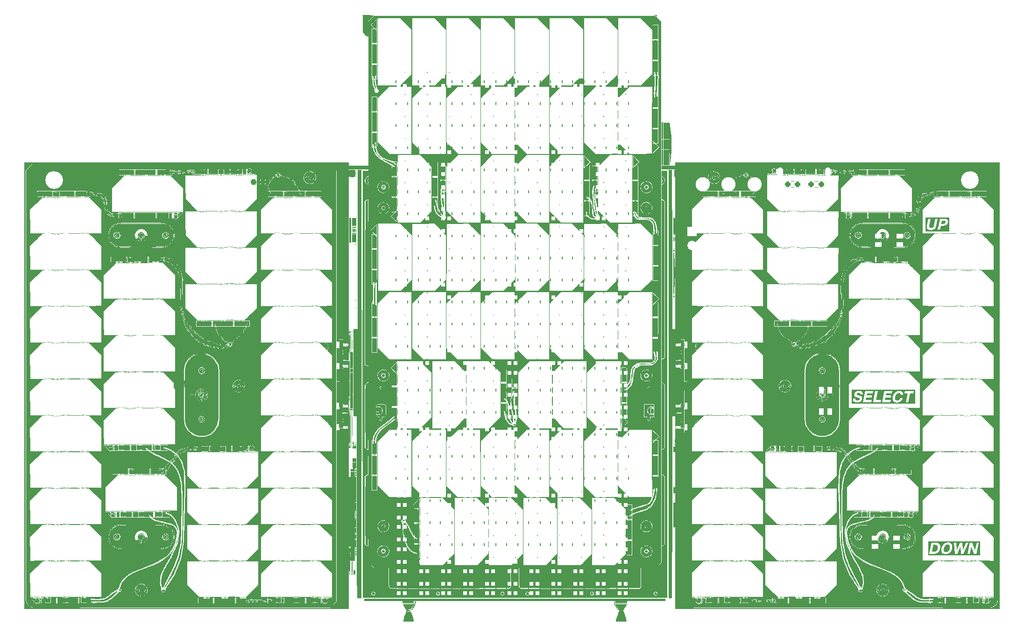
<source format=gto>
%TF.GenerationSoftware,KiCad,Pcbnew,8.0.6*%
%TF.CreationDate,2024-12-17T00:00:42+05:30*%
%TF.ProjectId,FF1-LP-Badge,4646312d-4c50-42d4-9261-6467652e6b69,rev?*%
%TF.SameCoordinates,Original*%
%TF.FileFunction,Legend,Top*%
%TF.FilePolarity,Positive*%
%FSLAX46Y46*%
G04 Gerber Fmt 4.6, Leading zero omitted, Abs format (unit mm)*
G04 Created by KiCad (PCBNEW 8.0.6) date 2024-12-17 00:00:42*
%MOMM*%
%LPD*%
G01*
G04 APERTURE LIST*
G04 Aperture macros list*
%AMRoundRect*
0 Rectangle with rounded corners*
0 $1 Rounding radius*
0 $2 $3 $4 $5 $6 $7 $8 $9 X,Y pos of 4 corners*
0 Add a 4 corners polygon primitive as box body*
4,1,4,$2,$3,$4,$5,$6,$7,$8,$9,$2,$3,0*
0 Add four circle primitives for the rounded corners*
1,1,$1+$1,$2,$3*
1,1,$1+$1,$4,$5*
1,1,$1+$1,$6,$7*
1,1,$1+$1,$8,$9*
0 Add four rect primitives between the rounded corners*
20,1,$1+$1,$2,$3,$4,$5,0*
20,1,$1+$1,$4,$5,$6,$7,0*
20,1,$1+$1,$6,$7,$8,$9,0*
20,1,$1+$1,$8,$9,$2,$3,0*%
G04 Aperture macros list end*
%ADD10C,0.200000*%
%ADD11C,0.400000*%
%ADD12C,0.150000*%
%ADD13C,0.300000*%
%ADD14C,0.100000*%
%ADD15C,0.120000*%
%ADD16C,0.000000*%
%ADD17R,0.700000X0.800000*%
%ADD18C,3.200000*%
%ADD19RoundRect,0.237500X-0.300000X-0.237500X0.300000X-0.237500X0.300000X0.237500X-0.300000X0.237500X0*%
%ADD20R,0.900000X1.250000*%
%ADD21RoundRect,0.237500X0.250000X0.237500X-0.250000X0.237500X-0.250000X-0.237500X0.250000X-0.237500X0*%
%ADD22RoundRect,0.237500X-0.250000X-0.237500X0.250000X-0.237500X0.250000X0.237500X-0.250000X0.237500X0*%
%ADD23R,1.250000X0.900000*%
%ADD24C,0.650000*%
%ADD25O,1.000000X1.800000*%
%ADD26O,1.000000X2.100000*%
%ADD27C,2.590000*%
%ADD28R,1.700000X1.700000*%
%ADD29O,1.700000X1.700000*%
G04 APERTURE END LIST*
D10*
G36*
X267404213Y-61308366D02*
G01*
X267446546Y-61314291D01*
X267540957Y-61345944D01*
X267558897Y-61357278D01*
X267620058Y-61436893D01*
X267623866Y-61447648D01*
X267631766Y-61549883D01*
X267623866Y-61600055D01*
X267594156Y-61694835D01*
X267560363Y-61752951D01*
X267489792Y-61823138D01*
X267457781Y-61843321D01*
X267366506Y-61878365D01*
X267327355Y-61886308D01*
X267228116Y-61896005D01*
X267181786Y-61897055D01*
X266846685Y-61897055D01*
X266970272Y-61303056D01*
X267305373Y-61303056D01*
X267404213Y-61308366D01*
G37*
G36*
X268279764Y-63244748D02*
G01*
X264017473Y-63244748D01*
X264017473Y-62429264D01*
X264239695Y-62429264D01*
X264242495Y-62534116D01*
X264262794Y-62646086D01*
X264301572Y-62742944D01*
X264358827Y-62824689D01*
X264433268Y-62891923D01*
X264523233Y-62945246D01*
X264628723Y-62984658D01*
X264728491Y-63006876D01*
X264839039Y-63019434D01*
X264935241Y-63022526D01*
X265055118Y-63017660D01*
X265168674Y-63003063D01*
X265275909Y-62978734D01*
X265331414Y-62960000D01*
X266193091Y-62960000D01*
X266625890Y-62960000D01*
X266775366Y-62240949D01*
X267229169Y-62240949D01*
X267329320Y-62236660D01*
X267432532Y-62221833D01*
X267527252Y-62196417D01*
X267554012Y-62186727D01*
X267645884Y-62145015D01*
X267735048Y-62090163D01*
X267794347Y-62042623D01*
X267864025Y-61971503D01*
X267922850Y-61892964D01*
X267956036Y-61836482D01*
X267999998Y-61741377D01*
X268031868Y-61644981D01*
X268042498Y-61600055D01*
X268056687Y-61501408D01*
X268057542Y-61398239D01*
X268054222Y-61362163D01*
X268033238Y-61266580D01*
X267989796Y-61174960D01*
X267978506Y-61157976D01*
X267907652Y-61081547D01*
X267819442Y-61024353D01*
X267797767Y-61013872D01*
X267700131Y-60980533D01*
X267594217Y-60963490D01*
X267495883Y-60959162D01*
X266609281Y-60959162D01*
X266414192Y-61897055D01*
X266193091Y-62960000D01*
X265331414Y-62960000D01*
X265376824Y-62944673D01*
X265471418Y-62900881D01*
X265559691Y-62847358D01*
X265593231Y-62823224D01*
X265671579Y-62755802D01*
X265741150Y-62678099D01*
X265801944Y-62590117D01*
X265853960Y-62491855D01*
X265897199Y-62383312D01*
X265925470Y-62289076D01*
X265942987Y-62214082D01*
X266204326Y-60959162D01*
X265772505Y-60959162D01*
X265512142Y-62210662D01*
X265484726Y-62315809D01*
X265444394Y-62416290D01*
X265387799Y-62505820D01*
X265354850Y-62541856D01*
X265274278Y-62597497D01*
X265181452Y-62629955D01*
X265082786Y-62644793D01*
X265013398Y-62647369D01*
X264909681Y-62640076D01*
X264815163Y-62611611D01*
X264810677Y-62609267D01*
X264732427Y-62546256D01*
X264709072Y-62510593D01*
X264681543Y-62414183D01*
X264680251Y-62371374D01*
X264689029Y-62271502D01*
X264699790Y-62210662D01*
X264960153Y-60959162D01*
X264528332Y-60959162D01*
X264266992Y-62214082D01*
X264249727Y-62313916D01*
X264239695Y-62429264D01*
X264017473Y-62429264D01*
X264017473Y-60736940D01*
X268279764Y-60736940D01*
X268279764Y-63244748D01*
G37*
D11*
G36*
X268114047Y-120080036D02*
G01*
X268212235Y-120110490D01*
X268247732Y-120130411D01*
X268325768Y-120198555D01*
X268380112Y-120286727D01*
X268411611Y-120384328D01*
X268425128Y-120486269D01*
X268426030Y-120509476D01*
X268423648Y-120612452D01*
X268412291Y-120709939D01*
X268401605Y-120767885D01*
X268377906Y-120862911D01*
X268346376Y-120956013D01*
X268321005Y-121017013D01*
X268276217Y-121104139D01*
X268218394Y-121190928D01*
X268183252Y-121234389D01*
X268110620Y-121306369D01*
X268027669Y-121365935D01*
X267985904Y-121389239D01*
X267888187Y-121426876D01*
X267788685Y-121444587D01*
X267726518Y-121447369D01*
X267624875Y-121439194D01*
X267526260Y-121408994D01*
X267490579Y-121389239D01*
X267412666Y-121321217D01*
X267357711Y-121234389D01*
X267325998Y-121138454D01*
X267311893Y-121039425D01*
X267310817Y-121017013D01*
X267312640Y-120917454D01*
X267324460Y-120815638D01*
X267333287Y-120767885D01*
X267357948Y-120669035D01*
X267390165Y-120572521D01*
X267415841Y-120509476D01*
X267461224Y-120419534D01*
X267514576Y-120337285D01*
X267554571Y-120286727D01*
X267627755Y-120213562D01*
X267710774Y-120153618D01*
X267752408Y-120130411D01*
X267850521Y-120092458D01*
X267950390Y-120074598D01*
X268012771Y-120071793D01*
X268114047Y-120080036D01*
G37*
G36*
X265888425Y-120139745D02*
G01*
X265991295Y-120160148D01*
X266044662Y-120180237D01*
X266131002Y-120236168D01*
X266191696Y-120312128D01*
X266228821Y-120406894D01*
X266242872Y-120504240D01*
X266243475Y-120519246D01*
X266240846Y-120622197D01*
X266228115Y-120725958D01*
X266216120Y-120790355D01*
X266191744Y-120887814D01*
X266157987Y-120983889D01*
X266116958Y-121068304D01*
X266061107Y-121153686D01*
X265994108Y-121229767D01*
X265968458Y-121252951D01*
X265888137Y-121310554D01*
X265797019Y-121352594D01*
X265791138Y-121354556D01*
X265691105Y-121378188D01*
X265603071Y-121384842D01*
X265218144Y-121384842D01*
X265478018Y-120134319D01*
X265785764Y-120134319D01*
X265888425Y-120139745D01*
G37*
G36*
X273897030Y-122044748D02*
G01*
X264484966Y-122044748D01*
X264484966Y-121760000D01*
X264707188Y-121760000D01*
X265555199Y-121760000D01*
X265665353Y-121755176D01*
X265770133Y-121740704D01*
X265869540Y-121716585D01*
X265963573Y-121682819D01*
X266052203Y-121640656D01*
X266145415Y-121584684D01*
X266231750Y-121519670D01*
X266285485Y-121471304D01*
X266360400Y-121391762D01*
X266420827Y-121314375D01*
X266475453Y-121230699D01*
X266518493Y-121152323D01*
X266549235Y-121085706D01*
X266872523Y-121085706D01*
X266880949Y-121183586D01*
X266901158Y-121287670D01*
X266932109Y-121383948D01*
X266973801Y-121472420D01*
X267001605Y-121518199D01*
X267067255Y-121601079D01*
X267146357Y-121672034D01*
X267229051Y-121725696D01*
X267259037Y-121741437D01*
X267355796Y-121780635D01*
X267462524Y-121807005D01*
X267565762Y-121819675D01*
X267648360Y-121822526D01*
X267746788Y-121818645D01*
X267855385Y-121804708D01*
X267959829Y-121780635D01*
X268060121Y-121746426D01*
X268072366Y-121741437D01*
X268167468Y-121697076D01*
X268257380Y-121645083D01*
X268342102Y-121585457D01*
X268421633Y-121518199D01*
X268495547Y-121443797D01*
X268563416Y-121363227D01*
X268625240Y-121276490D01*
X268681019Y-121183586D01*
X268730295Y-121085706D01*
X268772122Y-120984040D01*
X268806499Y-120878588D01*
X268830468Y-120783212D01*
X268833427Y-120769351D01*
X268850651Y-120671327D01*
X268861748Y-120563135D01*
X268863687Y-120459034D01*
X268856467Y-120359024D01*
X268854920Y-120346810D01*
X268835222Y-120241117D01*
X268804705Y-120143306D01*
X268763369Y-120053378D01*
X268735729Y-120006824D01*
X268670480Y-119922255D01*
X268591970Y-119849898D01*
X268509971Y-119795218D01*
X268480251Y-119779190D01*
X268432068Y-119759162D01*
X269191975Y-119759162D01*
X269296023Y-121760000D01*
X269733706Y-121760000D01*
X270344313Y-120398101D01*
X270350175Y-120398101D01*
X270399512Y-121760000D01*
X270828891Y-121760000D01*
X271598744Y-121760000D01*
X272003699Y-121760000D01*
X272282136Y-120420572D01*
X272287997Y-120420572D01*
X272826797Y-121760000D01*
X273258619Y-121760000D01*
X273674808Y-119759162D01*
X273270342Y-119759162D01*
X272990928Y-121101521D01*
X272985067Y-121101521D01*
X272444801Y-119759162D01*
X272014934Y-119759162D01*
X271598744Y-121760000D01*
X270828891Y-121760000D01*
X271773134Y-119759162D01*
X271349616Y-119759162D01*
X270740963Y-121137669D01*
X270735590Y-121137669D01*
X270686253Y-119759162D01*
X270281787Y-119759162D01*
X269657013Y-121121060D01*
X269651640Y-121121060D01*
X269624285Y-119759162D01*
X269191975Y-119759162D01*
X268432068Y-119759162D01*
X268384244Y-119739283D01*
X268277572Y-119712437D01*
X268173799Y-119699538D01*
X268090440Y-119696636D01*
X267979157Y-119701796D01*
X267871476Y-119717274D01*
X267767398Y-119743073D01*
X267666923Y-119779190D01*
X267571149Y-119824375D01*
X267480688Y-119877376D01*
X267395538Y-119938192D01*
X267315702Y-120006824D01*
X267241513Y-120082479D01*
X267173308Y-120164361D01*
X267111087Y-120252472D01*
X267054850Y-120346810D01*
X267005513Y-120446309D01*
X266968354Y-120536726D01*
X266936805Y-120630275D01*
X266910865Y-120726957D01*
X266901466Y-120769351D01*
X266882781Y-120878588D01*
X266873134Y-120984040D01*
X266872936Y-121017013D01*
X266872523Y-121085706D01*
X266549235Y-121085706D01*
X266562182Y-121057649D01*
X266599948Y-120958761D01*
X266631791Y-120855660D01*
X266657711Y-120748346D01*
X266676485Y-120642247D01*
X266687498Y-120542367D01*
X266690581Y-120435831D01*
X266683529Y-120337417D01*
X266680182Y-120314082D01*
X266658792Y-120214850D01*
X266622881Y-120116103D01*
X266574185Y-120029474D01*
X266557083Y-120005847D01*
X266485572Y-119928212D01*
X266400669Y-119865238D01*
X266311863Y-119820711D01*
X266213966Y-119788254D01*
X266108340Y-119767817D01*
X266006670Y-119759703D01*
X265971389Y-119759162D01*
X265123378Y-119759162D01*
X264785224Y-121384842D01*
X264707188Y-121760000D01*
X264484966Y-121760000D01*
X264484966Y-119474414D01*
X273897030Y-119474414D01*
X273897030Y-122044748D01*
G37*
D10*
G36*
X262117128Y-94544748D02*
G01*
X250622790Y-94544748D01*
X250622790Y-93778983D01*
X250845012Y-93778983D01*
X250859663Y-93880374D01*
X250864410Y-93897543D01*
X250903291Y-93992363D01*
X250958383Y-94073856D01*
X251004117Y-94120781D01*
X251084511Y-94180201D01*
X251177682Y-94226569D01*
X251246895Y-94250230D01*
X251348159Y-94273591D01*
X251453810Y-94287255D01*
X251553664Y-94291263D01*
X251651666Y-94288301D01*
X251756226Y-94277890D01*
X251854659Y-94260000D01*
X252663992Y-94260000D01*
X254155827Y-94260000D01*
X254477251Y-94260000D01*
X255867481Y-94260000D01*
X256136148Y-94260000D01*
X257627983Y-94260000D01*
X257706141Y-93884842D01*
X256647104Y-93884842D01*
X256709327Y-93585706D01*
X258041609Y-93585706D01*
X258050035Y-93683586D01*
X258070244Y-93787670D01*
X258101194Y-93883948D01*
X258142887Y-93972420D01*
X258170691Y-94018199D01*
X258236341Y-94101079D01*
X258315443Y-94172034D01*
X258398137Y-94225696D01*
X258428123Y-94241437D01*
X258524882Y-94280635D01*
X258631610Y-94307005D01*
X258734848Y-94319675D01*
X258817446Y-94322526D01*
X258918193Y-94317966D01*
X259016004Y-94304288D01*
X259121238Y-94278394D01*
X259162317Y-94264884D01*
X259261617Y-94224155D01*
X259355574Y-94173408D01*
X259444188Y-94112643D01*
X259461270Y-94099288D01*
X259534836Y-94034574D01*
X259602761Y-93962983D01*
X259665045Y-93884514D01*
X259697209Y-93837948D01*
X259750021Y-93749359D01*
X259795801Y-93655052D01*
X259834548Y-93555026D01*
X259853036Y-93496985D01*
X259435380Y-93496985D01*
X259397309Y-93593430D01*
X259350506Y-93680045D01*
X259287416Y-93765735D01*
X259230705Y-93823782D01*
X259148702Y-93883523D01*
X259057117Y-93923713D01*
X258955949Y-93944351D01*
X258895604Y-93947369D01*
X258793961Y-93939194D01*
X258695346Y-93908994D01*
X258659665Y-93889239D01*
X258581752Y-93821217D01*
X258526797Y-93734389D01*
X258495084Y-93638454D01*
X258480979Y-93539425D01*
X258479902Y-93517013D01*
X258481726Y-93417454D01*
X258493546Y-93315638D01*
X258502373Y-93267885D01*
X258527034Y-93169035D01*
X258559251Y-93072521D01*
X258584927Y-93009476D01*
X258630310Y-92919534D01*
X258683662Y-92837285D01*
X258723657Y-92786727D01*
X258796840Y-92713562D01*
X258879860Y-92653618D01*
X258921493Y-92630411D01*
X259019607Y-92592458D01*
X259119476Y-92574598D01*
X259181856Y-92571793D01*
X259281102Y-92583363D01*
X259328891Y-92598660D01*
X259415447Y-92647682D01*
X259443685Y-92672909D01*
X259502853Y-92753510D01*
X259516958Y-92784284D01*
X259537826Y-92881681D01*
X259537474Y-92923503D01*
X259956106Y-92923503D01*
X259960333Y-92818326D01*
X259952252Y-92720781D01*
X259931967Y-92634319D01*
X260206699Y-92634319D01*
X260795813Y-92634319D01*
X260457781Y-94260000D01*
X260890091Y-94260000D01*
X261228123Y-92634319D01*
X261816748Y-92634319D01*
X261894906Y-92259162D01*
X260284857Y-92259162D01*
X260206699Y-92634319D01*
X259931967Y-92634319D01*
X259929147Y-92622298D01*
X259926309Y-92613803D01*
X259884932Y-92518067D01*
X259829680Y-92434559D01*
X259785136Y-92385680D01*
X259708497Y-92322619D01*
X259620730Y-92271924D01*
X259556036Y-92244996D01*
X259460392Y-92217463D01*
X259358167Y-92201359D01*
X259259526Y-92196636D01*
X259148242Y-92201796D01*
X259040562Y-92217274D01*
X258936484Y-92243073D01*
X258836008Y-92279190D01*
X258740235Y-92324375D01*
X258649773Y-92377376D01*
X258564624Y-92438192D01*
X258484787Y-92506824D01*
X258410599Y-92582479D01*
X258342394Y-92664361D01*
X258280173Y-92752472D01*
X258223936Y-92846810D01*
X258174599Y-92946309D01*
X258137440Y-93036726D01*
X258105890Y-93130275D01*
X258079951Y-93226957D01*
X258070551Y-93269351D01*
X258051867Y-93378588D01*
X258042219Y-93484040D01*
X258041609Y-93585706D01*
X256709327Y-93585706D01*
X256751152Y-93384633D01*
X257703210Y-93384633D01*
X257774529Y-93040739D01*
X256822470Y-93040739D01*
X256906978Y-92634319D01*
X257944034Y-92634319D01*
X258022191Y-92259162D01*
X256552338Y-92259162D01*
X256136148Y-94260000D01*
X255867481Y-94260000D01*
X255945639Y-93884842D01*
X254988207Y-93884842D01*
X255326239Y-92259162D01*
X254893440Y-92259162D01*
X254477251Y-94260000D01*
X254155827Y-94260000D01*
X254233985Y-93884842D01*
X253174948Y-93884842D01*
X253278995Y-93384633D01*
X254231054Y-93384633D01*
X254302373Y-93040739D01*
X253350314Y-93040739D01*
X253434822Y-92634319D01*
X254471877Y-92634319D01*
X254550035Y-92259162D01*
X253080182Y-92259162D01*
X252663992Y-94260000D01*
X251854659Y-94260000D01*
X251854758Y-94259982D01*
X251917097Y-94243879D01*
X252014661Y-94210287D01*
X252104019Y-94169347D01*
X252192837Y-94115829D01*
X252200419Y-94110523D01*
X252278453Y-94048000D01*
X252351600Y-93971235D01*
X252398256Y-93907801D01*
X252448974Y-93816760D01*
X252486091Y-93720223D01*
X252503280Y-93652812D01*
X252517152Y-93553445D01*
X252512389Y-93449947D01*
X252490579Y-93376817D01*
X252442294Y-93290678D01*
X252375411Y-93216854D01*
X252360154Y-93204382D01*
X252275279Y-93148695D01*
X252185764Y-93110593D01*
X252090487Y-93082160D01*
X252041172Y-93070048D01*
X251938667Y-93041798D01*
X251840897Y-93014580D01*
X251758828Y-92991402D01*
X251663573Y-92960628D01*
X251592743Y-92929853D01*
X251519958Y-92862930D01*
X251518004Y-92767187D01*
X251556734Y-92674851D01*
X251567341Y-92661186D01*
X251642889Y-92596678D01*
X251651849Y-92591332D01*
X251745202Y-92554022D01*
X251755408Y-92551765D01*
X251852648Y-92540629D01*
X251862387Y-92540530D01*
X251960591Y-92546631D01*
X252006490Y-92554696D01*
X252098694Y-92590615D01*
X252116399Y-92602568D01*
X252175704Y-92681000D01*
X252180879Y-92695380D01*
X252191807Y-92796244D01*
X252186741Y-92844368D01*
X252605373Y-92844368D01*
X252620829Y-92740431D01*
X252620641Y-92637781D01*
X252602443Y-92547369D01*
X252561662Y-92455004D01*
X252497548Y-92371763D01*
X252469574Y-92346113D01*
X252386679Y-92289071D01*
X252290401Y-92246542D01*
X252241452Y-92231807D01*
X252137885Y-92210375D01*
X252038001Y-92199418D01*
X251952757Y-92196636D01*
X251852739Y-92201788D01*
X251750523Y-92217244D01*
X251681159Y-92233272D01*
X251587419Y-92262800D01*
X251490424Y-92305676D01*
X251421284Y-92345136D01*
X251335624Y-92406914D01*
X251258893Y-92479408D01*
X251212701Y-92533691D01*
X251158610Y-92616395D01*
X251117912Y-92708682D01*
X251092533Y-92800893D01*
X251079596Y-92897842D01*
X251085513Y-92996711D01*
X251094976Y-93034389D01*
X251138565Y-93127674D01*
X251195115Y-93195101D01*
X251276260Y-93256855D01*
X251360223Y-93300125D01*
X251451915Y-93335345D01*
X251547470Y-93364983D01*
X251560503Y-93368513D01*
X251654870Y-93396184D01*
X251754582Y-93423096D01*
X251760782Y-93424689D01*
X251859768Y-93453640D01*
X251935660Y-93483307D01*
X252019889Y-93534268D01*
X252051919Y-93566838D01*
X252080088Y-93664237D01*
X252075366Y-93698241D01*
X252038173Y-93789651D01*
X252010886Y-93822805D01*
X251933293Y-93882426D01*
X251898535Y-93899986D01*
X251804978Y-93930674D01*
X251767132Y-93937599D01*
X251667300Y-93946901D01*
X251641591Y-93947369D01*
X251543522Y-93939964D01*
X251480391Y-93926364D01*
X251388960Y-93886861D01*
X251355339Y-93861884D01*
X251296537Y-93781100D01*
X251284020Y-93747578D01*
X251274174Y-93647629D01*
X251284020Y-93576120D01*
X250865387Y-93576120D01*
X250848523Y-93676592D01*
X250845012Y-93778983D01*
X250622790Y-93778983D01*
X250622790Y-91974414D01*
X262117128Y-91974414D01*
X262117128Y-94544748D01*
G37*
D12*
X145557142Y-54659580D02*
X145509523Y-54707200D01*
X145509523Y-54707200D02*
X145366666Y-54754819D01*
X145366666Y-54754819D02*
X145271428Y-54754819D01*
X145271428Y-54754819D02*
X145128571Y-54707200D01*
X145128571Y-54707200D02*
X145033333Y-54611961D01*
X145033333Y-54611961D02*
X144985714Y-54516723D01*
X144985714Y-54516723D02*
X144938095Y-54326247D01*
X144938095Y-54326247D02*
X144938095Y-54183390D01*
X144938095Y-54183390D02*
X144985714Y-53992914D01*
X144985714Y-53992914D02*
X145033333Y-53897676D01*
X145033333Y-53897676D02*
X145128571Y-53802438D01*
X145128571Y-53802438D02*
X145271428Y-53754819D01*
X145271428Y-53754819D02*
X145366666Y-53754819D01*
X145366666Y-53754819D02*
X145509523Y-53802438D01*
X145509523Y-53802438D02*
X145557142Y-53850057D01*
X145890476Y-53754819D02*
X146509523Y-53754819D01*
X146509523Y-53754819D02*
X146176190Y-54135771D01*
X146176190Y-54135771D02*
X146319047Y-54135771D01*
X146319047Y-54135771D02*
X146414285Y-54183390D01*
X146414285Y-54183390D02*
X146461904Y-54231009D01*
X146461904Y-54231009D02*
X146509523Y-54326247D01*
X146509523Y-54326247D02*
X146509523Y-54564342D01*
X146509523Y-54564342D02*
X146461904Y-54659580D01*
X146461904Y-54659580D02*
X146414285Y-54707200D01*
X146414285Y-54707200D02*
X146319047Y-54754819D01*
X146319047Y-54754819D02*
X146033333Y-54754819D01*
X146033333Y-54754819D02*
X145938095Y-54707200D01*
X145938095Y-54707200D02*
X145890476Y-54659580D01*
X147461904Y-54754819D02*
X146890476Y-54754819D01*
X147176190Y-54754819D02*
X147176190Y-53754819D01*
X147176190Y-53754819D02*
X147080952Y-53897676D01*
X147080952Y-53897676D02*
X146985714Y-53992914D01*
X146985714Y-53992914D02*
X146890476Y-54040533D01*
D13*
X128678572Y-90499757D02*
X128535715Y-90428328D01*
X128535715Y-90428328D02*
X128321429Y-90428328D01*
X128321429Y-90428328D02*
X128107143Y-90499757D01*
X128107143Y-90499757D02*
X127964286Y-90642614D01*
X127964286Y-90642614D02*
X127892857Y-90785471D01*
X127892857Y-90785471D02*
X127821429Y-91071185D01*
X127821429Y-91071185D02*
X127821429Y-91285471D01*
X127821429Y-91285471D02*
X127892857Y-91571185D01*
X127892857Y-91571185D02*
X127964286Y-91714042D01*
X127964286Y-91714042D02*
X128107143Y-91856900D01*
X128107143Y-91856900D02*
X128321429Y-91928328D01*
X128321429Y-91928328D02*
X128464286Y-91928328D01*
X128464286Y-91928328D02*
X128678572Y-91856900D01*
X128678572Y-91856900D02*
X128750000Y-91785471D01*
X128750000Y-91785471D02*
X128750000Y-91285471D01*
X128750000Y-91285471D02*
X128464286Y-91285471D01*
X129607143Y-90428328D02*
X129607143Y-90785471D01*
X129250000Y-90642614D02*
X129607143Y-90785471D01*
X129607143Y-90785471D02*
X129964286Y-90642614D01*
X129392857Y-91071185D02*
X129607143Y-90785471D01*
X129607143Y-90785471D02*
X129821429Y-91071185D01*
X130750000Y-90428328D02*
X130750000Y-90785471D01*
X130392857Y-90642614D02*
X130750000Y-90785471D01*
X130750000Y-90785471D02*
X131107143Y-90642614D01*
X130535714Y-91071185D02*
X130750000Y-90785471D01*
X130750000Y-90785471D02*
X130964286Y-91071185D01*
X131892857Y-90428328D02*
X131892857Y-90785471D01*
X131535714Y-90642614D02*
X131892857Y-90785471D01*
X131892857Y-90785471D02*
X132250000Y-90642614D01*
X131678571Y-91071185D02*
X131892857Y-90785471D01*
X131892857Y-90785471D02*
X132107143Y-91071185D01*
D12*
X244407200Y-96183332D02*
X244454819Y-96040475D01*
X244454819Y-96040475D02*
X244454819Y-95802380D01*
X244454819Y-95802380D02*
X244407200Y-95707142D01*
X244407200Y-95707142D02*
X244359580Y-95659523D01*
X244359580Y-95659523D02*
X244264342Y-95611904D01*
X244264342Y-95611904D02*
X244169104Y-95611904D01*
X244169104Y-95611904D02*
X244073866Y-95659523D01*
X244073866Y-95659523D02*
X244026247Y-95707142D01*
X244026247Y-95707142D02*
X243978628Y-95802380D01*
X243978628Y-95802380D02*
X243931009Y-95992856D01*
X243931009Y-95992856D02*
X243883390Y-96088094D01*
X243883390Y-96088094D02*
X243835771Y-96135713D01*
X243835771Y-96135713D02*
X243740533Y-96183332D01*
X243740533Y-96183332D02*
X243645295Y-96183332D01*
X243645295Y-96183332D02*
X243550057Y-96135713D01*
X243550057Y-96135713D02*
X243502438Y-96088094D01*
X243502438Y-96088094D02*
X243454819Y-95992856D01*
X243454819Y-95992856D02*
X243454819Y-95754761D01*
X243454819Y-95754761D02*
X243502438Y-95611904D01*
X243454819Y-95278570D02*
X244454819Y-95040475D01*
X244454819Y-95040475D02*
X243740533Y-94849999D01*
X243740533Y-94849999D02*
X244454819Y-94659523D01*
X244454819Y-94659523D02*
X243454819Y-94421428D01*
X243788152Y-93611904D02*
X244454819Y-93611904D01*
X243407200Y-93849999D02*
X244121485Y-94088094D01*
X244121485Y-94088094D02*
X244121485Y-93469047D01*
D10*
%TO.C,D194*%
X204024984Y-60250903D02*
X204024984Y-59850905D01*
D14*
X205624984Y-58350904D02*
X205624984Y-58350904D01*
X205624984Y-58450904D02*
X205624984Y-58450904D01*
D10*
X206124984Y-60250903D02*
X206124984Y-59850905D01*
D14*
X205624984Y-58350904D02*
G75*
G02*
X205624984Y-58450904I0J-50000D01*
G01*
X205624984Y-58450904D02*
G75*
G02*
X205624984Y-58350904I0J50000D01*
G01*
D10*
%TO.C,D30*%
X184024985Y-116250901D02*
X184024985Y-115850903D01*
D14*
X185624985Y-114350902D02*
X185624985Y-114350902D01*
X185624985Y-114450902D02*
X185624985Y-114450902D01*
D10*
X186124985Y-116250901D02*
X186124985Y-115850903D01*
D14*
X185624985Y-114350902D02*
G75*
G02*
X185624985Y-114450902I0J-50000D01*
G01*
X185624985Y-114450902D02*
G75*
G02*
X185624985Y-114350902I0J50000D01*
G01*
D10*
%TO.C,D89*%
X180024987Y-96250904D02*
X180024987Y-95850906D01*
D14*
X181624987Y-94350905D02*
X181624987Y-94350905D01*
X181624987Y-94450905D02*
X181624987Y-94450905D01*
D10*
X182124987Y-96250904D02*
X182124987Y-95850906D01*
D14*
X181624987Y-94350905D02*
G75*
G02*
X181624987Y-94450905I0J-50000D01*
G01*
X181624987Y-94450905D02*
G75*
G02*
X181624987Y-94350905I0J50000D01*
G01*
D10*
%TO.C,D168*%
X188024984Y-68250904D02*
X188024984Y-67850906D01*
D14*
X189624984Y-66350905D02*
X189624984Y-66350905D01*
X189624984Y-66450905D02*
X189624984Y-66450905D01*
D10*
X190124984Y-68250904D02*
X190124984Y-67850906D01*
D14*
X189624984Y-66350905D02*
G75*
G02*
X189624984Y-66450905I0J-50000D01*
G01*
X189624984Y-66450905D02*
G75*
G02*
X189624984Y-66350905I0J50000D01*
G01*
D10*
%TO.C,D167*%
X188024983Y-72250903D02*
X188024983Y-71850905D01*
D14*
X189624983Y-70350904D02*
X189624983Y-70350904D01*
X189624983Y-70450904D02*
X189624983Y-70450904D01*
D10*
X190124983Y-72250903D02*
X190124983Y-71850905D01*
D14*
X189624983Y-70350904D02*
G75*
G02*
X189624983Y-70450904I0J-50000D01*
G01*
X189624983Y-70450904D02*
G75*
G02*
X189624983Y-70350904I0J50000D01*
G01*
D10*
%TO.C,D52*%
X200024985Y-124250903D02*
X200024985Y-123850905D01*
D14*
X201624985Y-122350904D02*
X201624985Y-122350904D01*
X201624985Y-122450904D02*
X201624985Y-122450904D01*
D10*
X202124985Y-124250903D02*
X202124985Y-123850905D01*
D14*
X201624985Y-122350904D02*
G75*
G02*
X201624985Y-122450904I0J-50000D01*
G01*
X201624985Y-122450904D02*
G75*
G02*
X201624985Y-122350904I0J50000D01*
G01*
D10*
%TO.C,D33*%
X188024987Y-128250904D02*
X188024987Y-127850906D01*
D14*
X189624987Y-126350905D02*
X189624987Y-126350905D01*
X189624987Y-126450905D02*
X189624987Y-126450905D01*
D10*
X190124987Y-128250904D02*
X190124987Y-127850906D01*
D14*
X189624987Y-126350905D02*
G75*
G02*
X189624987Y-126450905I0J-50000D01*
G01*
X189624987Y-126450905D02*
G75*
G02*
X189624987Y-126350905I0J50000D01*
G01*
D10*
%TO.C,D127*%
X204024983Y-88250903D02*
X204024983Y-87850905D01*
D14*
X205624983Y-86350904D02*
X205624983Y-86350904D01*
X205624983Y-86450904D02*
X205624983Y-86450904D01*
D10*
X206124983Y-88250903D02*
X206124983Y-87850905D01*
D14*
X205624983Y-86350904D02*
G75*
G02*
X205624983Y-86450904I0J-50000D01*
G01*
X205624983Y-86450904D02*
G75*
G02*
X205624983Y-86350904I0J50000D01*
G01*
D10*
%TO.C,D146*%
X172024984Y-60250903D02*
X172024984Y-59850905D01*
D14*
X173624984Y-58350904D02*
X173624984Y-58350904D01*
X173624984Y-58450904D02*
X173624984Y-58450904D01*
D10*
X174124984Y-60250903D02*
X174124984Y-59850905D01*
D14*
X173624984Y-58350904D02*
G75*
G02*
X173624984Y-58450904I0J-50000D01*
G01*
X173624984Y-58450904D02*
G75*
G02*
X173624984Y-58350904I0J50000D01*
G01*
D10*
%TO.C,D215*%
X176024985Y-48250904D02*
X176024985Y-47850906D01*
D14*
X177624985Y-46350905D02*
X177624985Y-46350905D01*
X177624985Y-46450905D02*
X177624985Y-46450905D01*
D10*
X178124985Y-48250904D02*
X178124985Y-47850906D01*
D14*
X177624985Y-46350905D02*
G75*
G02*
X177624985Y-46450905I0J-50000D01*
G01*
X177624985Y-46450905D02*
G75*
G02*
X177624985Y-46350905I0J50000D01*
G01*
D10*
%TO.C,D110*%
X192024986Y-84250904D02*
X192024986Y-83850906D01*
D14*
X193624986Y-82350905D02*
X193624986Y-82350905D01*
X193624986Y-82450905D02*
X193624986Y-82450905D01*
D10*
X194124986Y-84250904D02*
X194124986Y-83850906D01*
D14*
X193624986Y-82350905D02*
G75*
G02*
X193624986Y-82450905I0J-50000D01*
G01*
X193624986Y-82450905D02*
G75*
G02*
X193624986Y-82350905I0J50000D01*
G01*
D10*
%TO.C,D90*%
X180024986Y-92250905D02*
X180024986Y-91850907D01*
D14*
X181624986Y-90350906D02*
X181624986Y-90350906D01*
X181624986Y-90450906D02*
X181624986Y-90450906D01*
D10*
X182124986Y-92250905D02*
X182124986Y-91850907D01*
D14*
X181624986Y-90350906D02*
G75*
G02*
X181624986Y-90450906I0J-50000D01*
G01*
X181624986Y-90450906D02*
G75*
G02*
X181624986Y-90350906I0J50000D01*
G01*
D10*
%TO.C,D148*%
X176024986Y-76250903D02*
X176024986Y-75850905D01*
D14*
X177624986Y-74350904D02*
X177624986Y-74350904D01*
X177624986Y-74450904D02*
X177624986Y-74450904D01*
D10*
X178124986Y-76250903D02*
X178124986Y-75850905D01*
D14*
X177624986Y-74350904D02*
G75*
G02*
X177624986Y-74450904I0J-50000D01*
G01*
X177624986Y-74450904D02*
G75*
G02*
X177624986Y-74350904I0J50000D01*
G01*
D10*
%TO.C,D18*%
X176024985Y-116250904D02*
X176024985Y-115850906D01*
D14*
X177624985Y-114350905D02*
X177624985Y-114350905D01*
X177624985Y-114450905D02*
X177624985Y-114450905D01*
D10*
X178124985Y-116250904D02*
X178124985Y-115850906D01*
D14*
X177624985Y-114350905D02*
G75*
G02*
X177624985Y-114450905I0J-50000D01*
G01*
X177624985Y-114450905D02*
G75*
G02*
X177624985Y-114350905I0J50000D01*
G01*
D10*
%TO.C,D108*%
X192024986Y-92250903D02*
X192024986Y-91850905D01*
D14*
X193624986Y-90350904D02*
X193624986Y-90350904D01*
X193624986Y-90450904D02*
X193624986Y-90450904D01*
D10*
X194124986Y-92250903D02*
X194124986Y-91850905D01*
D14*
X193624986Y-90350904D02*
G75*
G02*
X193624986Y-90450904I0J-50000D01*
G01*
X193624986Y-90450904D02*
G75*
G02*
X193624986Y-90350904I0J50000D01*
G01*
D10*
%TO.C,D137*%
X168024985Y-72250903D02*
X168024985Y-71850905D01*
D14*
X169624985Y-70350904D02*
X169624985Y-70350904D01*
X169624985Y-70450904D02*
X169624985Y-70450904D01*
D10*
X170124985Y-72250903D02*
X170124985Y-71850905D01*
D14*
X169624985Y-70350904D02*
G75*
G02*
X169624985Y-70450904I0J-50000D01*
G01*
X169624985Y-70450904D02*
G75*
G02*
X169624985Y-70350904I0J50000D01*
G01*
D10*
%TO.C,D27*%
X184024985Y-128250904D02*
X184024985Y-127850906D01*
D14*
X185624985Y-126350905D02*
X185624985Y-126350905D01*
X185624985Y-126450905D02*
X185624985Y-126450905D01*
D10*
X186124985Y-128250904D02*
X186124985Y-127850906D01*
D14*
X185624985Y-126350905D02*
G75*
G02*
X185624985Y-126450905I0J-50000D01*
G01*
X185624985Y-126450905D02*
G75*
G02*
X185624985Y-126350905I0J50000D01*
G01*
D10*
%TO.C,D72*%
X168024985Y-92250903D02*
X168024985Y-91850905D01*
D14*
X169624985Y-90350904D02*
X169624985Y-90350904D01*
X169624985Y-90450904D02*
X169624985Y-90450904D01*
D10*
X170124985Y-92250903D02*
X170124985Y-91850905D01*
D14*
X169624985Y-90350904D02*
G75*
G02*
X169624985Y-90450904I0J-50000D01*
G01*
X169624985Y-90450904D02*
G75*
G02*
X169624985Y-90350904I0J50000D01*
G01*
D10*
%TO.C,D45*%
X196024986Y-128250902D02*
X196024986Y-127850904D01*
D14*
X197624986Y-126350903D02*
X197624986Y-126350903D01*
X197624986Y-126450903D02*
X197624986Y-126450903D01*
D10*
X198124986Y-128250902D02*
X198124986Y-127850904D01*
D14*
X197624986Y-126350903D02*
G75*
G02*
X197624986Y-126450903I0J-50000D01*
G01*
X197624986Y-126450903D02*
G75*
G02*
X197624986Y-126350903I0J50000D01*
G01*
D10*
%TO.C,D99*%
X188024983Y-104250903D02*
X188024983Y-103850905D01*
D14*
X189624983Y-102350904D02*
X189624983Y-102350904D01*
X189624983Y-102450904D02*
X189624983Y-102450904D01*
D10*
X190124983Y-104250903D02*
X190124983Y-103850905D01*
D14*
X189624983Y-102350904D02*
G75*
G02*
X189624983Y-102450904I0J-50000D01*
G01*
X189624983Y-102450904D02*
G75*
G02*
X189624983Y-102350904I0J50000D01*
G01*
D10*
%TO.C,D213*%
X176024984Y-56250903D02*
X176024984Y-55850905D01*
D14*
X177624984Y-54350904D02*
X177624984Y-54350904D01*
X177624984Y-54450904D02*
X177624984Y-54450904D01*
D10*
X178124984Y-56250903D02*
X178124984Y-55850905D01*
D14*
X177624984Y-54350904D02*
G75*
G02*
X177624984Y-54450904I0J-50000D01*
G01*
X177624984Y-54450904D02*
G75*
G02*
X177624984Y-54350904I0J50000D01*
G01*
D10*
%TO.C,D100*%
X188024984Y-100250904D02*
X188024984Y-99850906D01*
D14*
X189624984Y-98350905D02*
X189624984Y-98350905D01*
X189624984Y-98450905D02*
X189624984Y-98450905D01*
D10*
X190124984Y-100250904D02*
X190124984Y-99850906D01*
D14*
X189624984Y-98350905D02*
G75*
G02*
X189624984Y-98450905I0J-50000D01*
G01*
X189624984Y-98450905D02*
G75*
G02*
X189624984Y-98350905I0J50000D01*
G01*
D10*
%TO.C,D50*%
X196024986Y-108250905D02*
X196024986Y-107850907D01*
D14*
X197624986Y-106350906D02*
X197624986Y-106350906D01*
X197624986Y-106450906D02*
X197624986Y-106450906D01*
D10*
X198124986Y-108250905D02*
X198124986Y-107850907D01*
D14*
X197624986Y-106350906D02*
G75*
G02*
X197624986Y-106450906I0J-50000D01*
G01*
X197624986Y-106450906D02*
G75*
G02*
X197624986Y-106350906I0J50000D01*
G01*
D10*
%TO.C,D6*%
X168024985Y-116250904D02*
X168024985Y-115850906D01*
D14*
X169624985Y-114350905D02*
X169624985Y-114350905D01*
X169624985Y-114450905D02*
X169624985Y-114450905D01*
D10*
X170124985Y-116250904D02*
X170124985Y-115850906D01*
D14*
X169624985Y-114350905D02*
G75*
G02*
X169624985Y-114450905I0J-50000D01*
G01*
X169624985Y-114450905D02*
G75*
G02*
X169624985Y-114350905I0J50000D01*
G01*
D10*
%TO.C,D175*%
X192024985Y-64250904D02*
X192024985Y-63850906D01*
D14*
X193624985Y-62350905D02*
X193624985Y-62350905D01*
X193624985Y-62450905D02*
X193624985Y-62450905D01*
D10*
X194124985Y-64250904D02*
X194124985Y-63850906D01*
D14*
X193624985Y-62350905D02*
G75*
G02*
X193624985Y-62450905I0J-50000D01*
G01*
X193624985Y-62450905D02*
G75*
G02*
X193624985Y-62350905I0J50000D01*
G01*
D10*
%TO.C,D118*%
X200024985Y-100250901D02*
X200024985Y-99850903D01*
D14*
X201624985Y-98350902D02*
X201624985Y-98350902D01*
X201624985Y-98450902D02*
X201624985Y-98450902D01*
D10*
X202124985Y-100250901D02*
X202124985Y-99850903D01*
D14*
X201624985Y-98350902D02*
G75*
G02*
X201624985Y-98450902I0J-50000D01*
G01*
X201624985Y-98450902D02*
G75*
G02*
X201624985Y-98350902I0J50000D01*
G01*
D10*
%TO.C,D103*%
X188024987Y-88250903D02*
X188024987Y-87850905D01*
D14*
X189624987Y-86350904D02*
X189624987Y-86350904D01*
X189624987Y-86450904D02*
X189624987Y-86450904D01*
D10*
X190124987Y-88250903D02*
X190124987Y-87850905D01*
D14*
X189624987Y-86350904D02*
G75*
G02*
X189624987Y-86450904I0J-50000D01*
G01*
X189624987Y-86450904D02*
G75*
G02*
X189624987Y-86350904I0J50000D01*
G01*
D10*
%TO.C,D151*%
X176024986Y-64250904D02*
X176024986Y-63850906D01*
D14*
X177624986Y-62350905D02*
X177624986Y-62350905D01*
X177624986Y-62450905D02*
X177624986Y-62450905D01*
D10*
X178124986Y-64250904D02*
X178124986Y-63850906D01*
D14*
X177624986Y-62350905D02*
G75*
G02*
X177624986Y-62450905I0J-50000D01*
G01*
X177624986Y-62450905D02*
G75*
G02*
X177624986Y-62350905I0J50000D01*
G01*
D10*
%TO.C,D260*%
X204024987Y-36250904D02*
X204024987Y-35850906D01*
D14*
X205624987Y-34350905D02*
X205624987Y-34350905D01*
X205624987Y-34450905D02*
X205624987Y-34450905D01*
D10*
X206124987Y-36250904D02*
X206124987Y-35850906D01*
D14*
X205624987Y-34350905D02*
G75*
G02*
X205624987Y-34450905I0J-50000D01*
G01*
X205624987Y-34450905D02*
G75*
G02*
X205624987Y-34350905I0J50000D01*
G01*
D10*
%TO.C,D172*%
X192024984Y-76250903D02*
X192024984Y-75850905D01*
D14*
X193624984Y-74350904D02*
X193624984Y-74350904D01*
X193624984Y-74450904D02*
X193624984Y-74450904D01*
D10*
X194124984Y-76250903D02*
X194124984Y-75850905D01*
D14*
X193624984Y-74350904D02*
G75*
G02*
X193624984Y-74450904I0J-50000D01*
G01*
X193624984Y-74450904D02*
G75*
G02*
X193624984Y-74350904I0J50000D01*
G01*
D10*
%TO.C,D233*%
X188024984Y-48250902D02*
X188024984Y-47850904D01*
D14*
X189624984Y-46350903D02*
X189624984Y-46350903D01*
X189624984Y-46450903D02*
X189624984Y-46450903D01*
D10*
X190124984Y-48250902D02*
X190124984Y-47850904D01*
D14*
X189624984Y-46350903D02*
G75*
G02*
X189624984Y-46450903I0J-50000D01*
G01*
X189624984Y-46450903D02*
G75*
G02*
X189624984Y-46350903I0J50000D01*
G01*
D10*
%TO.C,D241*%
X192024984Y-40250903D02*
X192024984Y-39850905D01*
D14*
X193624984Y-38350904D02*
X193624984Y-38350904D01*
X193624984Y-38450904D02*
X193624984Y-38450904D01*
D10*
X194124984Y-40250903D02*
X194124984Y-39850905D01*
D14*
X193624984Y-38350904D02*
G75*
G02*
X193624984Y-38450904I0J-50000D01*
G01*
X193624984Y-38450904D02*
G75*
G02*
X193624984Y-38350904I0J50000D01*
G01*
D10*
%TO.C,D75*%
X172024987Y-104250903D02*
X172024987Y-103850905D01*
D14*
X173624987Y-102350904D02*
X173624987Y-102350904D01*
X173624987Y-102450904D02*
X173624987Y-102450904D01*
D10*
X174124987Y-104250903D02*
X174124987Y-103850905D01*
D14*
X173624987Y-102350904D02*
G75*
G02*
X173624987Y-102450904I0J-50000D01*
G01*
X173624987Y-102450904D02*
G75*
G02*
X173624987Y-102350904I0J50000D01*
G01*
D10*
%TO.C,D51*%
X200024985Y-128250902D02*
X200024985Y-127850904D01*
D14*
X201624985Y-126350903D02*
X201624985Y-126350903D01*
X201624985Y-126450903D02*
X201624985Y-126450903D01*
D10*
X202124985Y-128250902D02*
X202124985Y-127850904D01*
D14*
X201624985Y-126350903D02*
G75*
G02*
X201624985Y-126450903I0J-50000D01*
G01*
X201624985Y-126450903D02*
G75*
G02*
X201624985Y-126350903I0J50000D01*
G01*
D10*
%TO.C,D102*%
X188024986Y-92250905D02*
X188024986Y-91850907D01*
D14*
X189624986Y-90350906D02*
X189624986Y-90350906D01*
X189624986Y-90450906D02*
X189624986Y-90450906D01*
D10*
X190124986Y-92250905D02*
X190124986Y-91850907D01*
D14*
X189624986Y-90350906D02*
G75*
G02*
X189624986Y-90450906I0J-50000D01*
G01*
X189624986Y-90450906D02*
G75*
G02*
X189624986Y-90350906I0J50000D01*
G01*
D10*
%TO.C,D25*%
X180024986Y-112250902D02*
X180024986Y-111850904D01*
D14*
X181624986Y-110350903D02*
X181624986Y-110350903D01*
X181624986Y-110450903D02*
X181624986Y-110450903D01*
D10*
X182124986Y-112250902D02*
X182124986Y-111850904D01*
D14*
X181624986Y-110350903D02*
G75*
G02*
X181624986Y-110450903I0J-50000D01*
G01*
X181624986Y-110450903D02*
G75*
G02*
X181624986Y-110350903I0J50000D01*
G01*
D10*
%TO.C,D63*%
X208024986Y-128250904D02*
X208024986Y-127850906D01*
D14*
X209624986Y-126350905D02*
X209624986Y-126350905D01*
X209624986Y-126450905D02*
X209624986Y-126450905D01*
D10*
X210124986Y-128250904D02*
X210124986Y-127850906D01*
D14*
X209624986Y-126350905D02*
G75*
G02*
X209624986Y-126450905I0J-50000D01*
G01*
X209624986Y-126450905D02*
G75*
G02*
X209624986Y-126350905I0J50000D01*
G01*
D10*
%TO.C,D9*%
X172024984Y-128250902D02*
X172024984Y-127850904D01*
D14*
X173624984Y-126350903D02*
X173624984Y-126350903D01*
X173624984Y-126450903D02*
X173624984Y-126450903D01*
D10*
X174124984Y-128250902D02*
X174124984Y-127850904D01*
D14*
X173624984Y-126350903D02*
G75*
G02*
X173624984Y-126450903I0J-50000D01*
G01*
X173624984Y-126450903D02*
G75*
G02*
X173624984Y-126350903I0J50000D01*
G01*
D10*
%TO.C,D221*%
X180024986Y-48250902D02*
X180024986Y-47850904D01*
D14*
X181624986Y-46350903D02*
X181624986Y-46350903D01*
X181624986Y-46450903D02*
X181624986Y-46450903D01*
D10*
X182124986Y-48250902D02*
X182124986Y-47850904D01*
D14*
X181624986Y-46350903D02*
G75*
G02*
X181624986Y-46450903I0J-50000D01*
G01*
X181624986Y-46450903D02*
G75*
G02*
X181624986Y-46350903I0J50000D01*
G01*
D10*
%TO.C,D109*%
X192024986Y-88250903D02*
X192024986Y-87850905D01*
D14*
X193624986Y-86350904D02*
X193624986Y-86350904D01*
X193624986Y-86450904D02*
X193624986Y-86450904D01*
D10*
X194124986Y-88250903D02*
X194124986Y-87850905D01*
D14*
X193624986Y-86350904D02*
G75*
G02*
X193624986Y-86450904I0J-50000D01*
G01*
X193624986Y-86450904D02*
G75*
G02*
X193624986Y-86350904I0J50000D01*
G01*
D10*
%TO.C,D212*%
X172024987Y-36250904D02*
X172024987Y-35850906D01*
D14*
X173624987Y-34350905D02*
X173624987Y-34350905D01*
X173624987Y-34450905D02*
X173624987Y-34450905D01*
D10*
X174124987Y-36250904D02*
X174124987Y-35850906D01*
D14*
X173624987Y-34350905D02*
G75*
G02*
X173624987Y-34450905I0J-50000D01*
G01*
X173624987Y-34450905D02*
G75*
G02*
X173624987Y-34350905I0J50000D01*
G01*
D10*
%TO.C,D214*%
X176024985Y-52250904D02*
X176024985Y-51850906D01*
D14*
X177624985Y-50350905D02*
X177624985Y-50350905D01*
X177624985Y-50450905D02*
X177624985Y-50450905D01*
D10*
X178124985Y-52250904D02*
X178124985Y-51850906D01*
D14*
X177624985Y-50350905D02*
G75*
G02*
X177624985Y-50450905I0J-50000D01*
G01*
X177624985Y-50450905D02*
G75*
G02*
X177624985Y-50350905I0J50000D01*
G01*
D10*
%TO.C,D220*%
X180024986Y-52250904D02*
X180024986Y-51850906D01*
D14*
X181624986Y-50350905D02*
X181624986Y-50350905D01*
X181624986Y-50450905D02*
X181624986Y-50450905D01*
D10*
X182124986Y-52250904D02*
X182124986Y-51850906D01*
D14*
X181624986Y-50350905D02*
G75*
G02*
X181624986Y-50450905I0J-50000D01*
G01*
X181624986Y-50450905D02*
G75*
G02*
X181624986Y-50350905I0J50000D01*
G01*
D10*
%TO.C,D94*%
X184024985Y-100250904D02*
X184024985Y-99850906D01*
D14*
X185624985Y-98350905D02*
X185624985Y-98350905D01*
X185624985Y-98450905D02*
X185624985Y-98450905D01*
D10*
X186124985Y-100250904D02*
X186124985Y-99850906D01*
D14*
X185624985Y-98350905D02*
G75*
G02*
X185624985Y-98450905I0J-50000D01*
G01*
X185624985Y-98450905D02*
G75*
G02*
X185624985Y-98350905I0J50000D01*
G01*
D10*
%TO.C,D53*%
X200024985Y-120250903D02*
X200024985Y-119850905D01*
D14*
X201624985Y-118350904D02*
X201624985Y-118350904D01*
X201624985Y-118450904D02*
X201624985Y-118450904D01*
D10*
X202124985Y-120250903D02*
X202124985Y-119850905D01*
D14*
X201624985Y-118350904D02*
G75*
G02*
X201624985Y-118450904I0J-50000D01*
G01*
X201624985Y-118450904D02*
G75*
G02*
X201624985Y-118350904I0J50000D01*
G01*
D10*
%TO.C,D59*%
X204024983Y-120250903D02*
X204024983Y-119850905D01*
D14*
X205624983Y-118350904D02*
X205624983Y-118350904D01*
X205624983Y-118450904D02*
X205624983Y-118450904D01*
D10*
X206124983Y-120250903D02*
X206124983Y-119850905D01*
D14*
X205624983Y-118350904D02*
G75*
G02*
X205624983Y-118450904I0J-50000D01*
G01*
X205624983Y-118450904D02*
G75*
G02*
X205624983Y-118350904I0J50000D01*
G01*
D10*
%TO.C,D139*%
X168024985Y-64250902D02*
X168024985Y-63850904D01*
D14*
X169624985Y-62350903D02*
X169624985Y-62350903D01*
X169624985Y-62450903D02*
X169624985Y-62450903D01*
D10*
X170124985Y-64250902D02*
X170124985Y-63850904D01*
D14*
X169624985Y-62350903D02*
G75*
G02*
X169624985Y-62450903I0J-50000D01*
G01*
X169624985Y-62450903D02*
G75*
G02*
X169624985Y-62350903I0J50000D01*
G01*
D10*
%TO.C,D179*%
X196024986Y-72250903D02*
X196024986Y-71850905D01*
D14*
X197624986Y-70350904D02*
X197624986Y-70350904D01*
X197624986Y-70450904D02*
X197624986Y-70450904D01*
D10*
X198124986Y-72250903D02*
X198124986Y-71850905D01*
D14*
X197624986Y-70350904D02*
G75*
G02*
X197624986Y-70450904I0J-50000D01*
G01*
X197624986Y-70450904D02*
G75*
G02*
X197624986Y-70350904I0J50000D01*
G01*
D15*
%TO.C,C31*%
X142853733Y-53790000D02*
X143146267Y-53790000D01*
X142853733Y-54810000D02*
X143146267Y-54810000D01*
D10*
%TO.C,D46*%
X196024986Y-124250903D02*
X196024986Y-123850905D01*
D14*
X197624986Y-122350904D02*
X197624986Y-122350904D01*
X197624986Y-122450904D02*
X197624986Y-122450904D01*
D10*
X198124986Y-124250903D02*
X198124986Y-123850905D01*
D14*
X197624986Y-122350904D02*
G75*
G02*
X197624986Y-122450904I0J-50000D01*
G01*
X197624986Y-122450904D02*
G75*
G02*
X197624986Y-122350904I0J50000D01*
G01*
D10*
%TO.C,D209*%
X172024987Y-48250904D02*
X172024987Y-47850906D01*
D14*
X173624987Y-46350905D02*
X173624987Y-46350905D01*
X173624987Y-46450905D02*
X173624987Y-46450905D01*
D10*
X174124987Y-48250904D02*
X174124987Y-47850906D01*
D14*
X173624987Y-46350905D02*
G75*
G02*
X173624987Y-46450905I0J-50000D01*
G01*
X173624987Y-46450905D02*
G75*
G02*
X173624987Y-46350905I0J50000D01*
G01*
D10*
%TO.C,D211*%
X172024987Y-40250903D02*
X172024987Y-39850905D01*
D14*
X173624987Y-38350904D02*
X173624987Y-38350904D01*
X173624987Y-38450904D02*
X173624987Y-38450904D01*
D10*
X174124987Y-40250903D02*
X174124987Y-39850905D01*
D14*
X173624987Y-38350904D02*
G75*
G02*
X173624987Y-38450904I0J-50000D01*
G01*
X173624987Y-38450904D02*
G75*
G02*
X173624987Y-38350904I0J50000D01*
G01*
D10*
%TO.C,D116*%
X196024986Y-84250904D02*
X196024986Y-83850906D01*
D14*
X197624986Y-82350905D02*
X197624986Y-82350905D01*
X197624986Y-82450905D02*
X197624986Y-82450905D01*
D10*
X198124986Y-84250904D02*
X198124986Y-83850906D01*
D14*
X197624986Y-82350905D02*
G75*
G02*
X197624986Y-82450905I0J-50000D01*
G01*
X197624986Y-82450905D02*
G75*
G02*
X197624986Y-82350905I0J50000D01*
G01*
D10*
%TO.C,D196*%
X208024986Y-76250903D02*
X208024986Y-75850905D01*
D14*
X209624986Y-74350904D02*
X209624986Y-74350904D01*
X209624986Y-74450904D02*
X209624986Y-74450904D01*
D10*
X210124986Y-76250903D02*
X210124986Y-75850905D01*
D14*
X209624986Y-74350904D02*
G75*
G02*
X209624986Y-74450904I0J-50000D01*
G01*
X209624986Y-74450904D02*
G75*
G02*
X209624986Y-74350904I0J50000D01*
G01*
D10*
%TO.C,D208*%
X172024984Y-52250904D02*
X172024984Y-51850906D01*
D14*
X173624984Y-50350905D02*
X173624984Y-50350905D01*
X173624984Y-50450905D02*
X173624984Y-50450905D01*
D10*
X174124984Y-52250904D02*
X174124984Y-51850906D01*
D14*
X173624984Y-50350905D02*
G75*
G02*
X173624984Y-50450905I0J-50000D01*
G01*
X173624984Y-50450905D02*
G75*
G02*
X173624984Y-50350905I0J50000D01*
G01*
D10*
%TO.C,D28*%
X184024985Y-124250903D02*
X184024985Y-123850905D01*
D14*
X185624985Y-122350904D02*
X185624985Y-122350904D01*
X185624985Y-122450904D02*
X185624985Y-122450904D01*
D10*
X186124985Y-124250903D02*
X186124985Y-123850905D01*
D14*
X185624985Y-122350904D02*
G75*
G02*
X185624985Y-122450904I0J-50000D01*
G01*
X185624985Y-122450904D02*
G75*
G02*
X185624985Y-122350904I0J50000D01*
G01*
D10*
%TO.C,D93*%
X184024985Y-104250903D02*
X184024985Y-103850905D01*
D14*
X185624985Y-102350904D02*
X185624985Y-102350904D01*
X185624985Y-102450904D02*
X185624985Y-102450904D01*
D10*
X186124985Y-104250903D02*
X186124985Y-103850905D01*
D14*
X185624985Y-102350904D02*
G75*
G02*
X185624985Y-102450904I0J-50000D01*
G01*
X185624985Y-102450904D02*
G75*
G02*
X185624985Y-102350904I0J50000D01*
G01*
D10*
%TO.C,D161*%
X184024985Y-72250903D02*
X184024985Y-71850905D01*
D14*
X185624985Y-70350904D02*
X185624985Y-70350904D01*
X185624985Y-70450904D02*
X185624985Y-70450904D01*
D10*
X186124985Y-72250903D02*
X186124985Y-71850905D01*
D14*
X185624985Y-70350904D02*
G75*
G02*
X185624985Y-70450904I0J-50000D01*
G01*
X185624985Y-70450904D02*
G75*
G02*
X185624985Y-70350904I0J50000D01*
G01*
D10*
%TO.C,D222*%
X180024986Y-44250903D02*
X180024986Y-43850905D01*
D14*
X181624986Y-42350904D02*
X181624986Y-42350904D01*
X181624986Y-42450904D02*
X181624986Y-42450904D01*
D10*
X182124986Y-44250903D02*
X182124986Y-43850905D01*
D14*
X181624986Y-42350904D02*
G75*
G02*
X181624986Y-42450904I0J-50000D01*
G01*
X181624986Y-42450904D02*
G75*
G02*
X181624986Y-42350904I0J50000D01*
G01*
D10*
%TO.C,D136*%
X168024985Y-76250903D02*
X168024985Y-75850905D01*
D14*
X169624985Y-74350904D02*
X169624985Y-74350904D01*
X169624985Y-74450904D02*
X169624985Y-74450904D01*
D10*
X170124985Y-76250903D02*
X170124985Y-75850905D01*
D14*
X169624985Y-74350904D02*
G75*
G02*
X169624985Y-74450904I0J-50000D01*
G01*
X169624985Y-74450904D02*
G75*
G02*
X169624985Y-74350904I0J50000D01*
G01*
D10*
%TO.C,D170*%
X188024986Y-60250905D02*
X188024986Y-59850907D01*
D14*
X189624986Y-58350906D02*
X189624986Y-58350906D01*
X189624986Y-58450906D02*
X189624986Y-58450906D01*
D10*
X190124986Y-60250905D02*
X190124986Y-59850907D01*
D14*
X189624986Y-58350906D02*
G75*
G02*
X189624986Y-58450906I0J-50000D01*
G01*
X189624986Y-58450906D02*
G75*
G02*
X189624986Y-58350906I0J50000D01*
G01*
D10*
%TO.C,D188*%
X200024985Y-60250903D02*
X200024985Y-59850905D01*
D14*
X201624985Y-58350904D02*
X201624985Y-58350904D01*
X201624985Y-58450904D02*
X201624985Y-58450904D01*
D10*
X202124985Y-60250903D02*
X202124985Y-59850905D01*
D14*
X201624985Y-58350904D02*
G75*
G02*
X201624985Y-58450904I0J-50000D01*
G01*
X201624985Y-58450904D02*
G75*
G02*
X201624985Y-58350904I0J50000D01*
G01*
D16*
%TO.C,G\u002A\u002A\u002A*%
G36*
X127745483Y-59965915D02*
G01*
X127745466Y-59965915D01*
X127745484Y-59965913D01*
X127745483Y-59965915D01*
G37*
G36*
X103367305Y-130485376D02*
G01*
X103351085Y-130501596D01*
X103334866Y-130485376D01*
X103351085Y-130469157D01*
X103367305Y-130485376D01*
G37*
G36*
X103529502Y-130323180D02*
G01*
X103513282Y-130339399D01*
X103497062Y-130323180D01*
X103513282Y-130306960D01*
X103529502Y-130323180D01*
G37*
G36*
X116894508Y-102619987D02*
G01*
X116878288Y-102636207D01*
X116862069Y-102619987D01*
X116878288Y-102603767D01*
X116894508Y-102619987D01*
G37*
G36*
X117218901Y-114719859D02*
G01*
X117202682Y-114736079D01*
X117186462Y-114719859D01*
X117202682Y-114703640D01*
X117218901Y-114719859D01*
G37*
G36*
X117737931Y-128052426D02*
G01*
X117721711Y-128068646D01*
X117705492Y-128052426D01*
X117721711Y-128036207D01*
X117737931Y-128052426D01*
G37*
G36*
X121176500Y-128247062D02*
G01*
X121160281Y-128263282D01*
X121144061Y-128247062D01*
X121160281Y-128230843D01*
X121176500Y-128247062D01*
G37*
G36*
X122441635Y-128441698D02*
G01*
X122425415Y-128457918D01*
X122409195Y-128441698D01*
X122425415Y-128425479D01*
X122441635Y-128441698D01*
G37*
G36*
X122863346Y-118645019D02*
G01*
X122847126Y-118661239D01*
X122830907Y-118645019D01*
X122847126Y-118628799D01*
X122863346Y-118645019D01*
G37*
G36*
X125361175Y-126917049D02*
G01*
X125344955Y-126933269D01*
X125328735Y-126917049D01*
X125344955Y-126900830D01*
X125361175Y-126917049D01*
G37*
G36*
X127177778Y-114687420D02*
G01*
X127161558Y-114703640D01*
X127145338Y-114687420D01*
X127161558Y-114671200D01*
X127177778Y-114687420D01*
G37*
G36*
X127534610Y-60448850D02*
G01*
X127518391Y-60465070D01*
X127502171Y-60448850D01*
X127518391Y-60432631D01*
X127534610Y-60448850D01*
G37*
G36*
X127534610Y-121726756D02*
G01*
X127518391Y-121742975D01*
X127502171Y-121726756D01*
X127518391Y-121710536D01*
X127534610Y-121726756D01*
G37*
G36*
X129026820Y-108978097D02*
G01*
X129010600Y-108994316D01*
X128994380Y-108978097D01*
X129010600Y-108961877D01*
X129026820Y-108978097D01*
G37*
G36*
X132011239Y-92563793D02*
G01*
X131995019Y-92580012D01*
X131978799Y-92563793D01*
X131995019Y-92547573D01*
X132011239Y-92563793D01*
G37*
G36*
X132432950Y-92174521D02*
G01*
X132416730Y-92190740D01*
X132400511Y-92174521D01*
X132416730Y-92158301D01*
X132432950Y-92174521D01*
G37*
G36*
X133081737Y-92174521D02*
G01*
X133065517Y-92190740D01*
X133049297Y-92174521D01*
X133065517Y-92158301D01*
X133081737Y-92174521D01*
G37*
G36*
X133146615Y-92206960D02*
G01*
X133130396Y-92223180D01*
X133114176Y-92206960D01*
X133130396Y-92190740D01*
X133146615Y-92206960D01*
G37*
G36*
X133243933Y-92271839D02*
G01*
X133227714Y-92288058D01*
X133211494Y-92271839D01*
X133227714Y-92255619D01*
X133243933Y-92271839D01*
G37*
G36*
X133373691Y-93569412D02*
G01*
X133357471Y-93585632D01*
X133341251Y-93569412D01*
X133357471Y-93553193D01*
X133373691Y-93569412D01*
G37*
G36*
X133406130Y-92434035D02*
G01*
X133389910Y-92450255D01*
X133373691Y-92434035D01*
X133389910Y-92417816D01*
X133406130Y-92434035D01*
G37*
G36*
X133698084Y-85621775D02*
G01*
X133681864Y-85637995D01*
X133665645Y-85621775D01*
X133681864Y-85605555D01*
X133698084Y-85621775D01*
G37*
G36*
X137623244Y-83675415D02*
G01*
X137607024Y-83691634D01*
X137590804Y-83675415D01*
X137607024Y-83659195D01*
X137623244Y-83675415D01*
G37*
G36*
X137753001Y-83513218D02*
G01*
X137736781Y-83529438D01*
X137720562Y-83513218D01*
X137736781Y-83496998D01*
X137753001Y-83513218D01*
G37*
G36*
X140899617Y-52339016D02*
G01*
X140883397Y-52355236D01*
X140867177Y-52339016D01*
X140883397Y-52322797D01*
X140899617Y-52339016D01*
G37*
G36*
X141061813Y-52176820D02*
G01*
X141045594Y-52193039D01*
X141029374Y-52176820D01*
X141045594Y-52160600D01*
X141061813Y-52176820D01*
G37*
G36*
X154589016Y-130355619D02*
G01*
X154572797Y-130371839D01*
X154556577Y-130355619D01*
X154572797Y-130339399D01*
X154589016Y-130355619D01*
G37*
G36*
X154751213Y-130517816D02*
G01*
X154734993Y-130534035D01*
X154718774Y-130517816D01*
X154734993Y-130501596D01*
X154751213Y-130517816D01*
G37*
G36*
X154880970Y-130647573D02*
G01*
X154864751Y-130663793D01*
X154848531Y-130647573D01*
X154864751Y-130631353D01*
X154880970Y-130647573D01*
G37*
G36*
X102417779Y-129735893D02*
G01*
X102408104Y-129750637D01*
X102375202Y-129752930D01*
X102340588Y-129745008D01*
X102355603Y-129733332D01*
X102406302Y-129729464D01*
X102417779Y-129735893D01*
G37*
G36*
X102610387Y-129798744D02*
G01*
X102605934Y-129818029D01*
X102588761Y-129820370D01*
X102562060Y-129808501D01*
X102567135Y-129798744D01*
X102605633Y-129794861D01*
X102610387Y-129798744D01*
G37*
G36*
X103357025Y-129814288D02*
G01*
X103360893Y-129864986D01*
X103354464Y-129876463D01*
X103339720Y-129866788D01*
X103337427Y-129833886D01*
X103345349Y-129799273D01*
X103357025Y-129814288D01*
G37*
G36*
X104556605Y-63636015D02*
G01*
X104560890Y-63702430D01*
X104556605Y-63717113D01*
X104544765Y-63721188D01*
X104540243Y-63676564D01*
X104545341Y-63630512D01*
X104556605Y-63636015D01*
G37*
G36*
X104556605Y-70221200D02*
G01*
X104560890Y-70287615D01*
X104556605Y-70302299D01*
X104544765Y-70306374D01*
X104540243Y-70261749D01*
X104545341Y-70215698D01*
X104556605Y-70221200D01*
G37*
G36*
X104556605Y-76838825D02*
G01*
X104560890Y-76905239D01*
X104556605Y-76919923D01*
X104544765Y-76923998D01*
X104540243Y-76879374D01*
X104545341Y-76833322D01*
X104556605Y-76838825D01*
G37*
G36*
X104556605Y-83424010D02*
G01*
X104560890Y-83490424D01*
X104556605Y-83505108D01*
X104544765Y-83509183D01*
X104540243Y-83464559D01*
X104545341Y-83418507D01*
X104556605Y-83424010D01*
G37*
G36*
X104556605Y-96626820D02*
G01*
X104560890Y-96693234D01*
X104556605Y-96707918D01*
X104544765Y-96711993D01*
X104540243Y-96667369D01*
X104545341Y-96621317D01*
X104556605Y-96626820D01*
G37*
G36*
X104556605Y-103212005D02*
G01*
X104560890Y-103278419D01*
X104556605Y-103293103D01*
X104544765Y-103297178D01*
X104540243Y-103252554D01*
X104545341Y-103206502D01*
X104556605Y-103212005D01*
G37*
G36*
X104556605Y-109829629D02*
G01*
X104560890Y-109896044D01*
X104556605Y-109910728D01*
X104544765Y-109914803D01*
X104540243Y-109870178D01*
X104545341Y-109824127D01*
X104556605Y-109829629D01*
G37*
G36*
X104556605Y-116414815D02*
G01*
X104560890Y-116481229D01*
X104556605Y-116495913D01*
X104544765Y-116499988D01*
X104540243Y-116455364D01*
X104545341Y-116409312D01*
X104556605Y-116414815D01*
G37*
G36*
X104556605Y-123000000D02*
G01*
X104560890Y-123066414D01*
X104556605Y-123081098D01*
X104544765Y-123085173D01*
X104540243Y-123040549D01*
X104545341Y-122994497D01*
X104556605Y-123000000D01*
G37*
G36*
X104556605Y-129617624D02*
G01*
X104560890Y-129684039D01*
X104556605Y-129698723D01*
X104544765Y-129702798D01*
X104540243Y-129658173D01*
X104545341Y-129612122D01*
X104556605Y-129617624D01*
G37*
G36*
X104556605Y-129779821D02*
G01*
X104560890Y-129846235D01*
X104556605Y-129860919D01*
X104544765Y-129864994D01*
X104540243Y-129820370D01*
X104545341Y-129774318D01*
X104556605Y-129779821D01*
G37*
G36*
X104557281Y-90043662D02*
G01*
X104561148Y-90094361D01*
X104554720Y-90105837D01*
X104539976Y-90096163D01*
X104537682Y-90063261D01*
X104545604Y-90028647D01*
X104557281Y-90043662D01*
G37*
G36*
X106178572Y-57018390D02*
G01*
X106182856Y-57084805D01*
X106178572Y-57099489D01*
X106166732Y-57103564D01*
X106162210Y-57058940D01*
X106167308Y-57012888D01*
X106178572Y-57018390D01*
G37*
G36*
X106178572Y-63636015D02*
G01*
X106182856Y-63702430D01*
X106178572Y-63717113D01*
X106166732Y-63721188D01*
X106162210Y-63676564D01*
X106167308Y-63630512D01*
X106178572Y-63636015D01*
G37*
G36*
X106178572Y-70221200D02*
G01*
X106182856Y-70287615D01*
X106178572Y-70302299D01*
X106166732Y-70306374D01*
X106162210Y-70261749D01*
X106167308Y-70215698D01*
X106178572Y-70221200D01*
G37*
G36*
X106178572Y-76838825D02*
G01*
X106182856Y-76905239D01*
X106178572Y-76919923D01*
X106166732Y-76923998D01*
X106162210Y-76879374D01*
X106167308Y-76833322D01*
X106178572Y-76838825D01*
G37*
G36*
X106178572Y-83424010D02*
G01*
X106182856Y-83490424D01*
X106178572Y-83505108D01*
X106166732Y-83509183D01*
X106162210Y-83464559D01*
X106167308Y-83418507D01*
X106178572Y-83424010D01*
G37*
G36*
X106178572Y-90009195D02*
G01*
X106182856Y-90075610D01*
X106178572Y-90090293D01*
X106166732Y-90094369D01*
X106162210Y-90049744D01*
X106167308Y-90003692D01*
X106178572Y-90009195D01*
G37*
G36*
X106178572Y-96626820D02*
G01*
X106182856Y-96693234D01*
X106178572Y-96707918D01*
X106166732Y-96711993D01*
X106162210Y-96667369D01*
X106167308Y-96621317D01*
X106178572Y-96626820D01*
G37*
G36*
X106178572Y-103212005D02*
G01*
X106182856Y-103278419D01*
X106178572Y-103293103D01*
X106166732Y-103297178D01*
X106162210Y-103252554D01*
X106167308Y-103206502D01*
X106178572Y-103212005D01*
G37*
G36*
X106178572Y-109829629D02*
G01*
X106182856Y-109896044D01*
X106178572Y-109910728D01*
X106166732Y-109914803D01*
X106162210Y-109870178D01*
X106167308Y-109824127D01*
X106178572Y-109829629D01*
G37*
G36*
X106178572Y-116414815D02*
G01*
X106182856Y-116481229D01*
X106178572Y-116495913D01*
X106166732Y-116499988D01*
X106162210Y-116455364D01*
X106167308Y-116409312D01*
X106178572Y-116414815D01*
G37*
G36*
X106178572Y-123000000D02*
G01*
X106182856Y-123066414D01*
X106178572Y-123081098D01*
X106166732Y-123085173D01*
X106162210Y-123040549D01*
X106167308Y-122994497D01*
X106178572Y-123000000D01*
G37*
G36*
X106179248Y-56890661D02*
G01*
X106183115Y-56941359D01*
X106176687Y-56952836D01*
X106161943Y-56943161D01*
X106159649Y-56910259D01*
X106167571Y-56875646D01*
X106179248Y-56890661D01*
G37*
G36*
X108060053Y-57018390D02*
G01*
X108064338Y-57084805D01*
X108060053Y-57099489D01*
X108048213Y-57103564D01*
X108043691Y-57058940D01*
X108048789Y-57012888D01*
X108060053Y-57018390D01*
G37*
G36*
X108124932Y-63636015D02*
G01*
X108129217Y-63702430D01*
X108124932Y-63717113D01*
X108113092Y-63721188D01*
X108108570Y-63676564D01*
X108113668Y-63630512D01*
X108124932Y-63636015D01*
G37*
G36*
X108124932Y-70221200D02*
G01*
X108129217Y-70287615D01*
X108124932Y-70302299D01*
X108113092Y-70306374D01*
X108108570Y-70261749D01*
X108113668Y-70215698D01*
X108124932Y-70221200D01*
G37*
G36*
X108124932Y-76838825D02*
G01*
X108129217Y-76905239D01*
X108124932Y-76919923D01*
X108113092Y-76923998D01*
X108108570Y-76879374D01*
X108113668Y-76833322D01*
X108124932Y-76838825D01*
G37*
G36*
X108124932Y-83424010D02*
G01*
X108129217Y-83490424D01*
X108124932Y-83505108D01*
X108113092Y-83509183D01*
X108108570Y-83464559D01*
X108113668Y-83418507D01*
X108124932Y-83424010D01*
G37*
G36*
X108124932Y-90009195D02*
G01*
X108129217Y-90075610D01*
X108124932Y-90090293D01*
X108113092Y-90094369D01*
X108108570Y-90049744D01*
X108113668Y-90003692D01*
X108124932Y-90009195D01*
G37*
G36*
X108124932Y-96626820D02*
G01*
X108129217Y-96693234D01*
X108124932Y-96707918D01*
X108113092Y-96711993D01*
X108108570Y-96667369D01*
X108113668Y-96621317D01*
X108124932Y-96626820D01*
G37*
G36*
X108124932Y-103212005D02*
G01*
X108129217Y-103278419D01*
X108124932Y-103293103D01*
X108113092Y-103297178D01*
X108108570Y-103252554D01*
X108113668Y-103206502D01*
X108124932Y-103212005D01*
G37*
G36*
X108124932Y-109829629D02*
G01*
X108129217Y-109896044D01*
X108124932Y-109910728D01*
X108113092Y-109914803D01*
X108108570Y-109870178D01*
X108113668Y-109824127D01*
X108124932Y-109829629D01*
G37*
G36*
X108124932Y-116414815D02*
G01*
X108129217Y-116481229D01*
X108124932Y-116495913D01*
X108113092Y-116499988D01*
X108108570Y-116455364D01*
X108113668Y-116409312D01*
X108124932Y-116414815D01*
G37*
G36*
X108124932Y-123000000D02*
G01*
X108129217Y-123066414D01*
X108124932Y-123081098D01*
X108113092Y-123085173D01*
X108108570Y-123040549D01*
X108113668Y-122994497D01*
X108124932Y-123000000D01*
G37*
G36*
X108124932Y-129617624D02*
G01*
X108129217Y-129684039D01*
X108124932Y-129698723D01*
X108113092Y-129702798D01*
X108108570Y-129658173D01*
X108113668Y-129612122D01*
X108124932Y-129617624D01*
G37*
G36*
X108124932Y-129779821D02*
G01*
X108129217Y-129846235D01*
X108124932Y-129860919D01*
X108113092Y-129864994D01*
X108108570Y-129820370D01*
X108113668Y-129774318D01*
X108124932Y-129779821D01*
G37*
G36*
X111076912Y-57018390D02*
G01*
X111081196Y-57084805D01*
X111076912Y-57099489D01*
X111065071Y-57103564D01*
X111060550Y-57058940D01*
X111065648Y-57012888D01*
X111076912Y-57018390D01*
G37*
G36*
X111693259Y-63636015D02*
G01*
X111697544Y-63702430D01*
X111693259Y-63717113D01*
X111681419Y-63721188D01*
X111676897Y-63676564D01*
X111681995Y-63630512D01*
X111693259Y-63636015D01*
G37*
G36*
X111693259Y-70221200D02*
G01*
X111697544Y-70287615D01*
X111693259Y-70302299D01*
X111681419Y-70306374D01*
X111676897Y-70261749D01*
X111681995Y-70215698D01*
X111693259Y-70221200D01*
G37*
G36*
X111693259Y-83424010D02*
G01*
X111697544Y-83490424D01*
X111693259Y-83505108D01*
X111681419Y-83509183D01*
X111676897Y-83464559D01*
X111681995Y-83418507D01*
X111693259Y-83424010D01*
G37*
G36*
X111693259Y-90009195D02*
G01*
X111697544Y-90075610D01*
X111693259Y-90090293D01*
X111681419Y-90094369D01*
X111676897Y-90049744D01*
X111681995Y-90003692D01*
X111693259Y-90009195D01*
G37*
G36*
X111693259Y-96626820D02*
G01*
X111697544Y-96693234D01*
X111693259Y-96707918D01*
X111681419Y-96711993D01*
X111676897Y-96667369D01*
X111681995Y-96621317D01*
X111693259Y-96626820D01*
G37*
G36*
X111693259Y-103212005D02*
G01*
X111697544Y-103278419D01*
X111693259Y-103293103D01*
X111681419Y-103297178D01*
X111676897Y-103252554D01*
X111681995Y-103206502D01*
X111693259Y-103212005D01*
G37*
G36*
X111693259Y-116414815D02*
G01*
X111697544Y-116481229D01*
X111693259Y-116495913D01*
X111681419Y-116499988D01*
X111676897Y-116455364D01*
X111681995Y-116409312D01*
X111693259Y-116414815D01*
G37*
G36*
X111693259Y-123000000D02*
G01*
X111697544Y-123066414D01*
X111693259Y-123081098D01*
X111681419Y-123085173D01*
X111676897Y-123040549D01*
X111681995Y-122994497D01*
X111693259Y-123000000D01*
G37*
G36*
X111693259Y-129617624D02*
G01*
X111697544Y-129684039D01*
X111693259Y-129698723D01*
X111681419Y-129702798D01*
X111676897Y-129658173D01*
X111681995Y-129612122D01*
X111693259Y-129617624D01*
G37*
G36*
X111693935Y-76840852D02*
G01*
X111697802Y-76891551D01*
X111691374Y-76903028D01*
X111676630Y-76893353D01*
X111674336Y-76860451D01*
X111682258Y-76825837D01*
X111693935Y-76840852D01*
G37*
G36*
X111693935Y-109831657D02*
G01*
X111697802Y-109882356D01*
X111691374Y-109893832D01*
X111676630Y-109884158D01*
X111674336Y-109851256D01*
X111682258Y-109816642D01*
X111693935Y-109831657D01*
G37*
G36*
X111693935Y-129781848D02*
G01*
X111697802Y-129832547D01*
X111691374Y-129844024D01*
X111676630Y-129834349D01*
X111674336Y-129801447D01*
X111682258Y-129766833D01*
X111693935Y-129781848D01*
G37*
G36*
X117761585Y-127984168D02*
G01*
X117751910Y-127998913D01*
X117719008Y-128001206D01*
X117684394Y-127993284D01*
X117699409Y-127981607D01*
X117750108Y-127977740D01*
X117761585Y-127984168D01*
G37*
G36*
X117921611Y-75508812D02*
G01*
X117925896Y-75575227D01*
X117921611Y-75589910D01*
X117909771Y-75593985D01*
X117905250Y-75549361D01*
X117910347Y-75503309D01*
X117921611Y-75508812D01*
G37*
G36*
X117921611Y-82093997D02*
G01*
X117925896Y-82160412D01*
X117921611Y-82175095D01*
X117909771Y-82179171D01*
X117905250Y-82134546D01*
X117910347Y-82088494D01*
X117921611Y-82093997D01*
G37*
G36*
X117921611Y-88711622D02*
G01*
X117925896Y-88778036D01*
X117921611Y-88792720D01*
X117909771Y-88796795D01*
X117905250Y-88752171D01*
X117910347Y-88706119D01*
X117921611Y-88711622D01*
G37*
G36*
X117921611Y-95296807D02*
G01*
X117925896Y-95363221D01*
X117921611Y-95377905D01*
X117909771Y-95381980D01*
X117905250Y-95337356D01*
X117910347Y-95291304D01*
X117921611Y-95296807D01*
G37*
G36*
X117921611Y-101914431D02*
G01*
X117925896Y-101980846D01*
X117921611Y-101995530D01*
X117909771Y-101999605D01*
X117905250Y-101954981D01*
X117910347Y-101908929D01*
X117921611Y-101914431D01*
G37*
G36*
X117922287Y-102078655D02*
G01*
X117926155Y-102129354D01*
X117919726Y-102140831D01*
X117904982Y-102131156D01*
X117902689Y-102098254D01*
X117910611Y-102063640D01*
X117922287Y-102078655D01*
G37*
G36*
X118440641Y-107396679D02*
G01*
X118444925Y-107463094D01*
X118440641Y-107477777D01*
X118428801Y-107481853D01*
X118424279Y-107437228D01*
X118429377Y-107391176D01*
X118440641Y-107396679D01*
G37*
G36*
X118473080Y-75508812D02*
G01*
X118477365Y-75575227D01*
X118473080Y-75589910D01*
X118461240Y-75593985D01*
X118456718Y-75549361D01*
X118461816Y-75503309D01*
X118473080Y-75508812D01*
G37*
G36*
X118473080Y-82093997D02*
G01*
X118477365Y-82160412D01*
X118473080Y-82175095D01*
X118461240Y-82179171D01*
X118456718Y-82134546D01*
X118461816Y-82088494D01*
X118473080Y-82093997D01*
G37*
G36*
X118473080Y-88711622D02*
G01*
X118477365Y-88778036D01*
X118473080Y-88792720D01*
X118461240Y-88796795D01*
X118456718Y-88752171D01*
X118461816Y-88706119D01*
X118473080Y-88711622D01*
G37*
G36*
X118473080Y-95296807D02*
G01*
X118477365Y-95363221D01*
X118473080Y-95377905D01*
X118461240Y-95381980D01*
X118456718Y-95337356D01*
X118461816Y-95291304D01*
X118473080Y-95296807D01*
G37*
G36*
X118473080Y-101914431D02*
G01*
X118477365Y-101980846D01*
X118473080Y-101995530D01*
X118461240Y-101999605D01*
X118456718Y-101954981D01*
X118461816Y-101908929D01*
X118473080Y-101914431D01*
G37*
G36*
X118473756Y-102078655D02*
G01*
X118477623Y-102129354D01*
X118471195Y-102140831D01*
X118456451Y-102131156D01*
X118454157Y-102098254D01*
X118462080Y-102063640D01*
X118473756Y-102078655D01*
G37*
G36*
X118797474Y-114014304D02*
G01*
X118801758Y-114080718D01*
X118797474Y-114095402D01*
X118785633Y-114099477D01*
X118781112Y-114054853D01*
X118786209Y-114008801D01*
X118797474Y-114014304D01*
G37*
G36*
X118798149Y-114178528D02*
G01*
X118802017Y-114229227D01*
X118795588Y-114240703D01*
X118780844Y-114231029D01*
X118778551Y-114198127D01*
X118786473Y-114163513D01*
X118798149Y-114178528D01*
G37*
G36*
X119284064Y-53125670D02*
G01*
X119288348Y-53192085D01*
X119284064Y-53206769D01*
X119272223Y-53210844D01*
X119267702Y-53166219D01*
X119272800Y-53120167D01*
X119284064Y-53125670D01*
G37*
G36*
X120095047Y-75508812D02*
G01*
X120099331Y-75575227D01*
X120095047Y-75589910D01*
X120083207Y-75593985D01*
X120078685Y-75549361D01*
X120083783Y-75503309D01*
X120095047Y-75508812D01*
G37*
G36*
X120095047Y-82093997D02*
G01*
X120099331Y-82160412D01*
X120095047Y-82175095D01*
X120083207Y-82179171D01*
X120078685Y-82134546D01*
X120083783Y-82088494D01*
X120095047Y-82093997D01*
G37*
G36*
X120095047Y-88711622D02*
G01*
X120099331Y-88778036D01*
X120095047Y-88792720D01*
X120083207Y-88796795D01*
X120078685Y-88752171D01*
X120083783Y-88706119D01*
X120095047Y-88711622D01*
G37*
G36*
X120095047Y-95296807D02*
G01*
X120099331Y-95363221D01*
X120095047Y-95377905D01*
X120083207Y-95381980D01*
X120078685Y-95337356D01*
X120083783Y-95291304D01*
X120095047Y-95296807D01*
G37*
G36*
X120095723Y-68763458D02*
G01*
X120099590Y-68814156D01*
X120093162Y-68825633D01*
X120078418Y-68815958D01*
X120076124Y-68783056D01*
X120084046Y-68748442D01*
X120095723Y-68763458D01*
G37*
G36*
X120419440Y-107234482D02*
G01*
X120423725Y-107300897D01*
X120419440Y-107315581D01*
X120407600Y-107319656D01*
X120403078Y-107275032D01*
X120408176Y-107228980D01*
X120419440Y-107234482D01*
G37*
G36*
X120419440Y-107396679D02*
G01*
X120423725Y-107463094D01*
X120419440Y-107477777D01*
X120407600Y-107481853D01*
X120403078Y-107437228D01*
X120408176Y-107391176D01*
X120419440Y-107396679D01*
G37*
G36*
X121197984Y-75508812D02*
G01*
X121202269Y-75575227D01*
X121197984Y-75589910D01*
X121186144Y-75593985D01*
X121181622Y-75549361D01*
X121186720Y-75503309D01*
X121197984Y-75508812D01*
G37*
G36*
X121197984Y-82093997D02*
G01*
X121202269Y-82160412D01*
X121197984Y-82175095D01*
X121186144Y-82179171D01*
X121181622Y-82134546D01*
X121186720Y-82088494D01*
X121197984Y-82093997D01*
G37*
G36*
X121197984Y-88711622D02*
G01*
X121202269Y-88778036D01*
X121197984Y-88792720D01*
X121186144Y-88796795D01*
X121181622Y-88752171D01*
X121186720Y-88706119D01*
X121197984Y-88711622D01*
G37*
G36*
X121197984Y-95296807D02*
G01*
X121202269Y-95363221D01*
X121197984Y-95377905D01*
X121186144Y-95381980D01*
X121181622Y-95337356D01*
X121186720Y-95291304D01*
X121197984Y-95296807D01*
G37*
G36*
X121197984Y-101914431D02*
G01*
X121202269Y-101980846D01*
X121197984Y-101995530D01*
X121186144Y-101999605D01*
X121181622Y-101954981D01*
X121186720Y-101908929D01*
X121197984Y-101914431D01*
G37*
G36*
X121198660Y-102078655D02*
G01*
X121202527Y-102129354D01*
X121196099Y-102140831D01*
X121181355Y-102131156D01*
X121179061Y-102098254D01*
X121186984Y-102063640D01*
X121198660Y-102078655D01*
G37*
G36*
X121457499Y-107396679D02*
G01*
X121461784Y-107463094D01*
X121457499Y-107477777D01*
X121445659Y-107481853D01*
X121441137Y-107437228D01*
X121446235Y-107391176D01*
X121457499Y-107396679D01*
G37*
G36*
X121489938Y-75508812D02*
G01*
X121494223Y-75575227D01*
X121489938Y-75589910D01*
X121478098Y-75593985D01*
X121473576Y-75549361D01*
X121478674Y-75503309D01*
X121489938Y-75508812D01*
G37*
G36*
X121489938Y-82093997D02*
G01*
X121494223Y-82160412D01*
X121489938Y-82175095D01*
X121478098Y-82179171D01*
X121473576Y-82134546D01*
X121478674Y-82088494D01*
X121489938Y-82093997D01*
G37*
G36*
X121489938Y-88711622D02*
G01*
X121494223Y-88778036D01*
X121489938Y-88792720D01*
X121478098Y-88796795D01*
X121473576Y-88752171D01*
X121478674Y-88706119D01*
X121489938Y-88711622D01*
G37*
G36*
X121489938Y-95296807D02*
G01*
X121494223Y-95363221D01*
X121489938Y-95377905D01*
X121478098Y-95381980D01*
X121473576Y-95337356D01*
X121478674Y-95291304D01*
X121489938Y-95296807D01*
G37*
G36*
X121489938Y-101914431D02*
G01*
X121494223Y-101980846D01*
X121489938Y-101995530D01*
X121478098Y-101999605D01*
X121473576Y-101954981D01*
X121478674Y-101908929D01*
X121489938Y-101914431D01*
G37*
G36*
X121490614Y-102078655D02*
G01*
X121494481Y-102129354D01*
X121488053Y-102140831D01*
X121473309Y-102131156D01*
X121471015Y-102098254D01*
X121478938Y-102063640D01*
X121490614Y-102078655D01*
G37*
G36*
X121522378Y-114014304D02*
G01*
X121526662Y-114080718D01*
X121522378Y-114095402D01*
X121510538Y-114099477D01*
X121506016Y-114054853D01*
X121511114Y-114008801D01*
X121522378Y-114014304D01*
G37*
G36*
X121523054Y-114178528D02*
G01*
X121526921Y-114229227D01*
X121520493Y-114240703D01*
X121505749Y-114231029D01*
X121503455Y-114198127D01*
X121511377Y-114163513D01*
X121523054Y-114178528D01*
G37*
G36*
X122300922Y-53125670D02*
G01*
X122305206Y-53192085D01*
X122300922Y-53206769D01*
X122289082Y-53210844D01*
X122284560Y-53166219D01*
X122289658Y-53120167D01*
X122300922Y-53125670D01*
G37*
G36*
X122592876Y-53125670D02*
G01*
X122597160Y-53192085D01*
X122592876Y-53206769D01*
X122581036Y-53210844D01*
X122576514Y-53166219D01*
X122581612Y-53120167D01*
X122592876Y-53125670D01*
G37*
G36*
X124149964Y-68891187D02*
G01*
X124154248Y-68957602D01*
X124149964Y-68972286D01*
X124138124Y-68976361D01*
X124133602Y-68931737D01*
X124138700Y-68885685D01*
X124149964Y-68891187D01*
G37*
G36*
X124441918Y-68891187D02*
G01*
X124446203Y-68957602D01*
X124441918Y-68972286D01*
X124430078Y-68976361D01*
X124425556Y-68931737D01*
X124430654Y-68885685D01*
X124441918Y-68891187D01*
G37*
G36*
X124474357Y-107396679D02*
G01*
X124478642Y-107463094D01*
X124474357Y-107477777D01*
X124462517Y-107481853D01*
X124457995Y-107437228D01*
X124463093Y-107391176D01*
X124474357Y-107396679D01*
G37*
G36*
X124766311Y-75508812D02*
G01*
X124770596Y-75575227D01*
X124766311Y-75589910D01*
X124754471Y-75593985D01*
X124749949Y-75549361D01*
X124755047Y-75503309D01*
X124766311Y-75508812D01*
G37*
G36*
X124766311Y-82093997D02*
G01*
X124770596Y-82160412D01*
X124766311Y-82175095D01*
X124754471Y-82179171D01*
X124749949Y-82134546D01*
X124755047Y-82088494D01*
X124766311Y-82093997D01*
G37*
G36*
X124766311Y-88711622D02*
G01*
X124770596Y-88778036D01*
X124766311Y-88792720D01*
X124754471Y-88796795D01*
X124749949Y-88752171D01*
X124755047Y-88706119D01*
X124766311Y-88711622D01*
G37*
G36*
X124766311Y-95296807D02*
G01*
X124770596Y-95363221D01*
X124766311Y-95377905D01*
X124754471Y-95381980D01*
X124749949Y-95337356D01*
X124755047Y-95291304D01*
X124766311Y-95296807D01*
G37*
G36*
X124766987Y-102078655D02*
G01*
X124770854Y-102129354D01*
X124764426Y-102140831D01*
X124749682Y-102131156D01*
X124747388Y-102098254D01*
X124755311Y-102063640D01*
X124766987Y-102078655D01*
G37*
G36*
X125058265Y-75508812D02*
G01*
X125062550Y-75575227D01*
X125058265Y-75589910D01*
X125046425Y-75593985D01*
X125041903Y-75549361D01*
X125047001Y-75503309D01*
X125058265Y-75508812D01*
G37*
G36*
X125058265Y-82093997D02*
G01*
X125062550Y-82160412D01*
X125058265Y-82175095D01*
X125046425Y-82179171D01*
X125041903Y-82134546D01*
X125047001Y-82088494D01*
X125058265Y-82093997D01*
G37*
G36*
X125058265Y-88711622D02*
G01*
X125062550Y-88778036D01*
X125058265Y-88792720D01*
X125046425Y-88796795D01*
X125041903Y-88752171D01*
X125047001Y-88706119D01*
X125058265Y-88711622D01*
G37*
G36*
X125058265Y-95296807D02*
G01*
X125062550Y-95363221D01*
X125058265Y-95377905D01*
X125046425Y-95381980D01*
X125041903Y-95337356D01*
X125047001Y-95291304D01*
X125058265Y-95296807D01*
G37*
G36*
X125058941Y-102078655D02*
G01*
X125062808Y-102129354D01*
X125056380Y-102140831D01*
X125041636Y-102131156D01*
X125039342Y-102098254D01*
X125047265Y-102063640D01*
X125058941Y-102078655D01*
G37*
G36*
X125091381Y-114178528D02*
G01*
X125095248Y-114229227D01*
X125088820Y-114240703D01*
X125074075Y-114231029D01*
X125071782Y-114198127D01*
X125079704Y-114163513D01*
X125091381Y-114178528D01*
G37*
G36*
X125383335Y-126602793D02*
G01*
X125387202Y-126653492D01*
X125380774Y-126664969D01*
X125366029Y-126655294D01*
X125363736Y-126622392D01*
X125371658Y-126587778D01*
X125383335Y-126602793D01*
G37*
G36*
X125609734Y-53125670D02*
G01*
X125614019Y-53192085D01*
X125609734Y-53206769D01*
X125597894Y-53210844D01*
X125593372Y-53166219D01*
X125598470Y-53120167D01*
X125609734Y-53125670D01*
G37*
G36*
X126161203Y-53125670D02*
G01*
X126165487Y-53192085D01*
X126161203Y-53206769D01*
X126149363Y-53210844D01*
X126144841Y-53166219D01*
X126149939Y-53120167D01*
X126161203Y-53125670D01*
G37*
G36*
X126193784Y-128338974D02*
G01*
X126197667Y-128377472D01*
X126193784Y-128382226D01*
X126174499Y-128377773D01*
X126172158Y-128360600D01*
X126184027Y-128333899D01*
X126193784Y-128338974D01*
G37*
G36*
X128431956Y-118393614D02*
G01*
X128436241Y-118460029D01*
X128431956Y-118474712D01*
X128420116Y-118478787D01*
X128415594Y-118434163D01*
X128420692Y-118388111D01*
X128431956Y-118393614D01*
G37*
G36*
X128464538Y-59924414D02*
G01*
X128460085Y-59943699D01*
X128442912Y-59946041D01*
X128416210Y-59934172D01*
X128421285Y-59924414D01*
X128459783Y-59920532D01*
X128464538Y-59924414D01*
G37*
G36*
X128464538Y-118055704D02*
G01*
X128468420Y-118094202D01*
X128464538Y-118098957D01*
X128445253Y-118094504D01*
X128442912Y-118077330D01*
X128454781Y-118050629D01*
X128464538Y-118055704D01*
G37*
G36*
X128693641Y-59861563D02*
G01*
X128683966Y-59876307D01*
X128651064Y-59878601D01*
X128616450Y-59870679D01*
X128631465Y-59859002D01*
X128682164Y-59855135D01*
X128693641Y-59861563D01*
G37*
G36*
X131384078Y-85681247D02*
G01*
X131379625Y-85700532D01*
X131362452Y-85702873D01*
X131335751Y-85691004D01*
X131340826Y-85681247D01*
X131379324Y-85677365D01*
X131384078Y-85681247D01*
G37*
G36*
X132713949Y-52963474D02*
G01*
X132718233Y-53029888D01*
X132713949Y-53044572D01*
X132702109Y-53048647D01*
X132697587Y-53004023D01*
X132702685Y-52957971D01*
X132713949Y-52963474D01*
G37*
G36*
X132713949Y-59581098D02*
G01*
X132718233Y-59647513D01*
X132713949Y-59662196D01*
X132702109Y-59666272D01*
X132697587Y-59621647D01*
X132702685Y-59575595D01*
X132713949Y-59581098D01*
G37*
G36*
X132713949Y-66166283D02*
G01*
X132718233Y-66232698D01*
X132713949Y-66247382D01*
X132702109Y-66251457D01*
X132697587Y-66206832D01*
X132702685Y-66160781D01*
X132713949Y-66166283D01*
G37*
G36*
X132713949Y-72783908D02*
G01*
X132718233Y-72850322D01*
X132713949Y-72865006D01*
X132702109Y-72869081D01*
X132697587Y-72824457D01*
X132702685Y-72778405D01*
X132713949Y-72783908D01*
G37*
G36*
X132714624Y-52835744D02*
G01*
X132718492Y-52886442D01*
X132712063Y-52897919D01*
X132697319Y-52888244D01*
X132695026Y-52855342D01*
X132702948Y-52820729D01*
X132714624Y-52835744D01*
G37*
G36*
X132716118Y-93306518D02*
G01*
X132706444Y-93321262D01*
X132673542Y-93323556D01*
X132638928Y-93315634D01*
X132653943Y-93303957D01*
X132704642Y-93300090D01*
X132716118Y-93306518D01*
G37*
G36*
X132845876Y-93306518D02*
G01*
X132836201Y-93321262D01*
X132803299Y-93323556D01*
X132768685Y-93315634D01*
X132783700Y-93303957D01*
X132834399Y-93300090D01*
X132845876Y-93306518D01*
G37*
G36*
X133038342Y-79369093D02*
G01*
X133042627Y-79435507D01*
X133038342Y-79450191D01*
X133026502Y-79454266D01*
X133021980Y-79409642D01*
X133027078Y-79363590D01*
X133038342Y-79369093D01*
G37*
G36*
X133038342Y-103049808D02*
G01*
X133042627Y-103116223D01*
X133038342Y-103130906D01*
X133026502Y-103134982D01*
X133021980Y-103090357D01*
X133027078Y-103044305D01*
X133038342Y-103049808D01*
G37*
G36*
X133038342Y-103212005D02*
G01*
X133042627Y-103278419D01*
X133038342Y-103293103D01*
X133026502Y-103297178D01*
X133021980Y-103252554D01*
X133027078Y-103206502D01*
X133038342Y-103212005D01*
G37*
G36*
X133038342Y-109829629D02*
G01*
X133042627Y-109896044D01*
X133038342Y-109910728D01*
X133026502Y-109914803D01*
X133021980Y-109870178D01*
X133027078Y-109824127D01*
X133038342Y-109829629D01*
G37*
G36*
X133038342Y-116414815D02*
G01*
X133042627Y-116481229D01*
X133038342Y-116495913D01*
X133026502Y-116499988D01*
X133021980Y-116455364D01*
X133027078Y-116409312D01*
X133038342Y-116414815D01*
G37*
G36*
X133038342Y-123000000D02*
G01*
X133042627Y-123066414D01*
X133038342Y-123081098D01*
X133026502Y-123085173D01*
X133021980Y-123040549D01*
X133027078Y-122994497D01*
X133038342Y-123000000D01*
G37*
G36*
X133330296Y-79369093D02*
G01*
X133334581Y-79435507D01*
X133330296Y-79450191D01*
X133318456Y-79454266D01*
X133313934Y-79409642D01*
X133319032Y-79363590D01*
X133330296Y-79369093D01*
G37*
G36*
X133362735Y-129617624D02*
G01*
X133367020Y-129684039D01*
X133362735Y-129698723D01*
X133350895Y-129702798D01*
X133346373Y-129658173D01*
X133351471Y-129612122D01*
X133362735Y-129617624D01*
G37*
G36*
X133589811Y-103049808D02*
G01*
X133594095Y-103116223D01*
X133589811Y-103130906D01*
X133577971Y-103134982D01*
X133573449Y-103090357D01*
X133578547Y-103044305D01*
X133589811Y-103049808D01*
G37*
G36*
X133589811Y-103212005D02*
G01*
X133594095Y-103278419D01*
X133589811Y-103293103D01*
X133577971Y-103297178D01*
X133573449Y-103252554D01*
X133578547Y-103206502D01*
X133589811Y-103212005D01*
G37*
G36*
X133589811Y-109829629D02*
G01*
X133594095Y-109896044D01*
X133589811Y-109910728D01*
X133577971Y-109914803D01*
X133573449Y-109870178D01*
X133578547Y-109824127D01*
X133589811Y-109829629D01*
G37*
G36*
X133589811Y-116414815D02*
G01*
X133594095Y-116481229D01*
X133589811Y-116495913D01*
X133577971Y-116499988D01*
X133573449Y-116455364D01*
X133578547Y-116409312D01*
X133589811Y-116414815D01*
G37*
G36*
X133589953Y-92655704D02*
G01*
X133593835Y-92694202D01*
X133589953Y-92698957D01*
X133570668Y-92694504D01*
X133568327Y-92677330D01*
X133580196Y-92650629D01*
X133589953Y-92655704D01*
G37*
G36*
X133622250Y-92993614D02*
G01*
X133626535Y-93060029D01*
X133622250Y-93074712D01*
X133610410Y-93078787D01*
X133605888Y-93034163D01*
X133610986Y-92988111D01*
X133622250Y-92993614D01*
G37*
G36*
X133654689Y-129617624D02*
G01*
X133658974Y-129684039D01*
X133654689Y-129698723D01*
X133642849Y-129702798D01*
X133638327Y-129658173D01*
X133643425Y-129612122D01*
X133654689Y-129617624D01*
G37*
G36*
X135990322Y-52963474D02*
G01*
X135994606Y-53029888D01*
X135990322Y-53044572D01*
X135978481Y-53048647D01*
X135973960Y-53004023D01*
X135979057Y-52957971D01*
X135990322Y-52963474D01*
G37*
G36*
X135990322Y-59581098D02*
G01*
X135994606Y-59647513D01*
X135990322Y-59662196D01*
X135978481Y-59666272D01*
X135973960Y-59621647D01*
X135979057Y-59575595D01*
X135990322Y-59581098D01*
G37*
G36*
X135990322Y-66166283D02*
G01*
X135994606Y-66232698D01*
X135990322Y-66247382D01*
X135978481Y-66251457D01*
X135973960Y-66206832D01*
X135979057Y-66160781D01*
X135990322Y-66166283D01*
G37*
G36*
X135990997Y-52835744D02*
G01*
X135994865Y-52886442D01*
X135988436Y-52897919D01*
X135973692Y-52888244D01*
X135971399Y-52855342D01*
X135979321Y-52820729D01*
X135990997Y-52835744D01*
G37*
G36*
X136282276Y-52963474D02*
G01*
X136286560Y-53029888D01*
X136282276Y-53044572D01*
X136270435Y-53048647D01*
X136265914Y-53004023D01*
X136271012Y-52957971D01*
X136282276Y-52963474D01*
G37*
G36*
X136282276Y-59581098D02*
G01*
X136286560Y-59647513D01*
X136282276Y-59662196D01*
X136270435Y-59666272D01*
X136265914Y-59621647D01*
X136271012Y-59575595D01*
X136282276Y-59581098D01*
G37*
G36*
X136282276Y-66166283D02*
G01*
X136286560Y-66232698D01*
X136282276Y-66247382D01*
X136270435Y-66251457D01*
X136265914Y-66206832D01*
X136271012Y-66160781D01*
X136282276Y-66166283D01*
G37*
G36*
X136282276Y-72783908D02*
G01*
X136286560Y-72850322D01*
X136282276Y-72865006D01*
X136270435Y-72869081D01*
X136265914Y-72824457D01*
X136271012Y-72778405D01*
X136282276Y-72783908D01*
G37*
G36*
X136282951Y-52835744D02*
G01*
X136286819Y-52886442D01*
X136280390Y-52897919D01*
X136265646Y-52888244D01*
X136263353Y-52855342D01*
X136271275Y-52820729D01*
X136282951Y-52835744D01*
G37*
G36*
X136314715Y-103049808D02*
G01*
X136318999Y-103116223D01*
X136314715Y-103130906D01*
X136302875Y-103134982D01*
X136298353Y-103090357D01*
X136303451Y-103044305D01*
X136314715Y-103049808D01*
G37*
G36*
X136314715Y-103212005D02*
G01*
X136318999Y-103278419D01*
X136314715Y-103293103D01*
X136302875Y-103297178D01*
X136298353Y-103252554D01*
X136303451Y-103206502D01*
X136314715Y-103212005D01*
G37*
G36*
X136314715Y-109829629D02*
G01*
X136318999Y-109896044D01*
X136314715Y-109910728D01*
X136302875Y-109914803D01*
X136298353Y-109870178D01*
X136303451Y-109824127D01*
X136314715Y-109829629D01*
G37*
G36*
X136314715Y-116414815D02*
G01*
X136318999Y-116481229D01*
X136314715Y-116495913D01*
X136302875Y-116499988D01*
X136298353Y-116455364D01*
X136303451Y-116409312D01*
X136314715Y-116414815D01*
G37*
G36*
X136347154Y-79369093D02*
G01*
X136351439Y-79435507D01*
X136347154Y-79450191D01*
X136335314Y-79454266D01*
X136330792Y-79409642D01*
X136335890Y-79363590D01*
X136347154Y-79369093D01*
G37*
G36*
X136606669Y-103049808D02*
G01*
X136610953Y-103116223D01*
X136606669Y-103130906D01*
X136594829Y-103134982D01*
X136590307Y-103090357D01*
X136595405Y-103044305D01*
X136606669Y-103049808D01*
G37*
G36*
X136606669Y-103212005D02*
G01*
X136610953Y-103278419D01*
X136606669Y-103293103D01*
X136594829Y-103297178D01*
X136590307Y-103252554D01*
X136595405Y-103206502D01*
X136606669Y-103212005D01*
G37*
G36*
X136606669Y-109829629D02*
G01*
X136610953Y-109896044D01*
X136606669Y-109910728D01*
X136594829Y-109914803D01*
X136590307Y-109870178D01*
X136595405Y-109824127D01*
X136606669Y-109829629D01*
G37*
G36*
X136606669Y-116414815D02*
G01*
X136610953Y-116481229D01*
X136606669Y-116495913D01*
X136594829Y-116499988D01*
X136590307Y-116455364D01*
X136595405Y-116409312D01*
X136606669Y-116414815D01*
G37*
G36*
X136606669Y-123000000D02*
G01*
X136610953Y-123066414D01*
X136606669Y-123081098D01*
X136594829Y-123085173D01*
X136590307Y-123040549D01*
X136595405Y-122994497D01*
X136606669Y-123000000D01*
G37*
G36*
X136671548Y-129617624D02*
G01*
X136675832Y-129684039D01*
X136671548Y-129698723D01*
X136659708Y-129702798D01*
X136655186Y-129658173D01*
X136660284Y-129612122D01*
X136671548Y-129617624D01*
G37*
G36*
X137223016Y-129617624D02*
G01*
X137227301Y-129684039D01*
X137223016Y-129698723D01*
X137211176Y-129702798D01*
X137206654Y-129658173D01*
X137211752Y-129612122D01*
X137223016Y-129617624D01*
G37*
G36*
X137548086Y-83653113D02*
G01*
X137551953Y-83703811D01*
X137545525Y-83715288D01*
X137530780Y-83705613D01*
X137528487Y-83672711D01*
X137536409Y-83638098D01*
X137548086Y-83653113D01*
G37*
G36*
X137742188Y-83442933D02*
G01*
X137737735Y-83462218D01*
X137720562Y-83464559D01*
X137693861Y-83452690D01*
X137698936Y-83442933D01*
X137737433Y-83439050D01*
X137742188Y-83442933D01*
G37*
G36*
X137839506Y-83475372D02*
G01*
X137835053Y-83494657D01*
X137817880Y-83496998D01*
X137791179Y-83485129D01*
X137796254Y-83475372D01*
X137834751Y-83471490D01*
X137839506Y-83475372D01*
G37*
G36*
X137969263Y-84059280D02*
G01*
X137964810Y-84078565D01*
X137947637Y-84080906D01*
X137920936Y-84069037D01*
X137926011Y-84059280D01*
X137964509Y-84055398D01*
X137969263Y-84059280D01*
G37*
G36*
X138228636Y-59581098D02*
G01*
X138232920Y-59647513D01*
X138228636Y-59662196D01*
X138216796Y-59666272D01*
X138212274Y-59621647D01*
X138217372Y-59575595D01*
X138228636Y-59581098D01*
G37*
G36*
X138228636Y-66166283D02*
G01*
X138232920Y-66232698D01*
X138228636Y-66247382D01*
X138216796Y-66251457D01*
X138212274Y-66206832D01*
X138217372Y-66160781D01*
X138228636Y-66166283D01*
G37*
G36*
X138228636Y-72783908D02*
G01*
X138232920Y-72850322D01*
X138228636Y-72865006D01*
X138216796Y-72869081D01*
X138212274Y-72824457D01*
X138217372Y-72778405D01*
X138228636Y-72783908D01*
G37*
G36*
X138261075Y-109829629D02*
G01*
X138265360Y-109896044D01*
X138261075Y-109910728D01*
X138249235Y-109914803D01*
X138244713Y-109870178D01*
X138249811Y-109824127D01*
X138261075Y-109829629D01*
G37*
G36*
X138261075Y-116414815D02*
G01*
X138265360Y-116481229D01*
X138261075Y-116495913D01*
X138249235Y-116499988D01*
X138244713Y-116455364D01*
X138249811Y-116409312D01*
X138261075Y-116414815D01*
G37*
G36*
X138261075Y-123000000D02*
G01*
X138265360Y-123066414D01*
X138261075Y-123081098D01*
X138249235Y-123085173D01*
X138244713Y-123040549D01*
X138249811Y-122994497D01*
X138261075Y-123000000D01*
G37*
G36*
X138261751Y-83750431D02*
G01*
X138265618Y-83801129D01*
X138259190Y-83812606D01*
X138244446Y-83802931D01*
X138242152Y-83770029D01*
X138250074Y-83735416D01*
X138261751Y-83750431D01*
G37*
G36*
X138553029Y-109829629D02*
G01*
X138557314Y-109896044D01*
X138553029Y-109910728D01*
X138541189Y-109914803D01*
X138536667Y-109870178D01*
X138541765Y-109824127D01*
X138553029Y-109829629D01*
G37*
G36*
X138553029Y-116414815D02*
G01*
X138557314Y-116481229D01*
X138553029Y-116495913D01*
X138541189Y-116499988D01*
X138536667Y-116455364D01*
X138541765Y-116409312D01*
X138553029Y-116414815D01*
G37*
G36*
X138553029Y-123000000D02*
G01*
X138557314Y-123066414D01*
X138553029Y-123081098D01*
X138541189Y-123085173D01*
X138536667Y-123040549D01*
X138541765Y-122994497D01*
X138553029Y-123000000D01*
G37*
G36*
X139559324Y-52835744D02*
G01*
X139563192Y-52886442D01*
X139556763Y-52897919D01*
X139542019Y-52888244D01*
X139539726Y-52855342D01*
X139547648Y-52820729D01*
X139559324Y-52835744D01*
G37*
G36*
X139850603Y-52963474D02*
G01*
X139854887Y-53029888D01*
X139850603Y-53044572D01*
X139838762Y-53048647D01*
X139834241Y-53004023D01*
X139839338Y-52957971D01*
X139850603Y-52963474D01*
G37*
G36*
X139850603Y-59581098D02*
G01*
X139854887Y-59647513D01*
X139850603Y-59662196D01*
X139838762Y-59666272D01*
X139834241Y-59621647D01*
X139839338Y-59575595D01*
X139850603Y-59581098D01*
G37*
G36*
X139850603Y-66166283D02*
G01*
X139854887Y-66232698D01*
X139850603Y-66247382D01*
X139838762Y-66251457D01*
X139834241Y-66206832D01*
X139839338Y-66160781D01*
X139850603Y-66166283D01*
G37*
G36*
X139850603Y-72783908D02*
G01*
X139854887Y-72850322D01*
X139850603Y-72865006D01*
X139838762Y-72869081D01*
X139834241Y-72824457D01*
X139839338Y-72778405D01*
X139850603Y-72783908D01*
G37*
G36*
X139851278Y-52835744D02*
G01*
X139855146Y-52886442D01*
X139848717Y-52897919D01*
X139833973Y-52888244D01*
X139831680Y-52855342D01*
X139839602Y-52820729D01*
X139851278Y-52835744D01*
G37*
G36*
X139883042Y-103049808D02*
G01*
X139887326Y-103116223D01*
X139883042Y-103130906D01*
X139871202Y-103134982D01*
X139866680Y-103090357D01*
X139871778Y-103044305D01*
X139883042Y-103049808D01*
G37*
G36*
X139883042Y-103212005D02*
G01*
X139887326Y-103278419D01*
X139883042Y-103293103D01*
X139871202Y-103297178D01*
X139866680Y-103252554D01*
X139871778Y-103206502D01*
X139883042Y-103212005D01*
G37*
G36*
X139883042Y-116414815D02*
G01*
X139887326Y-116481229D01*
X139883042Y-116495913D01*
X139871202Y-116499988D01*
X139866680Y-116455364D01*
X139871778Y-116409312D01*
X139883042Y-116414815D01*
G37*
G36*
X139883718Y-109831657D02*
G01*
X139887585Y-109882356D01*
X139881157Y-109893832D01*
X139866413Y-109884158D01*
X139864119Y-109851256D01*
X139872041Y-109816642D01*
X139883718Y-109831657D01*
G37*
G36*
X140142699Y-91260813D02*
G01*
X140146581Y-91299311D01*
X140142699Y-91304065D01*
X140123414Y-91299612D01*
X140121073Y-91282439D01*
X140132942Y-91255738D01*
X140142699Y-91260813D01*
G37*
G36*
X140142699Y-91358131D02*
G01*
X140146581Y-91396629D01*
X140142699Y-91401383D01*
X140123414Y-91396930D01*
X140121073Y-91379757D01*
X140132942Y-91353056D01*
X140142699Y-91358131D01*
G37*
G36*
X140174996Y-103049808D02*
G01*
X140179280Y-103116223D01*
X140174996Y-103130906D01*
X140163156Y-103134982D01*
X140158634Y-103090357D01*
X140163732Y-103044305D01*
X140174996Y-103049808D01*
G37*
G36*
X140174996Y-103212005D02*
G01*
X140179280Y-103278419D01*
X140174996Y-103293103D01*
X140163156Y-103297178D01*
X140158634Y-103252554D01*
X140163732Y-103206502D01*
X140174996Y-103212005D01*
G37*
G36*
X140174996Y-116414815D02*
G01*
X140179280Y-116481229D01*
X140174996Y-116495913D01*
X140163156Y-116499988D01*
X140158634Y-116455364D01*
X140163732Y-116409312D01*
X140174996Y-116414815D01*
G37*
G36*
X140174996Y-123000000D02*
G01*
X140179280Y-123066414D01*
X140174996Y-123081098D01*
X140163156Y-123085173D01*
X140158634Y-123040549D01*
X140163732Y-122994497D01*
X140174996Y-123000000D01*
G37*
G36*
X140175672Y-109831657D02*
G01*
X140179539Y-109882356D01*
X140173111Y-109893832D01*
X140158367Y-109884158D01*
X140156073Y-109851256D01*
X140163995Y-109816642D01*
X140175672Y-109831657D01*
G37*
G36*
X140207435Y-79369093D02*
G01*
X140211720Y-79435507D01*
X140207435Y-79450191D01*
X140195595Y-79454266D01*
X140191073Y-79409642D01*
X140196171Y-79363590D01*
X140207435Y-79369093D01*
G37*
G36*
X140239875Y-129617624D02*
G01*
X140244159Y-129684039D01*
X140239875Y-129698723D01*
X140228034Y-129702798D01*
X140223513Y-129658173D01*
X140228610Y-129612122D01*
X140239875Y-129617624D01*
G37*
G36*
X140531829Y-129617624D02*
G01*
X140536113Y-129684039D01*
X140531829Y-129698723D01*
X140519988Y-129702798D01*
X140515467Y-129658173D01*
X140520565Y-129612122D01*
X140531829Y-129617624D01*
G37*
G36*
X141051534Y-52803304D02*
G01*
X141055401Y-52854003D01*
X141048973Y-52865480D01*
X141034229Y-52855805D01*
X141031935Y-52822903D01*
X141039857Y-52788289D01*
X141051534Y-52803304D01*
G37*
G36*
X141375394Y-103036292D02*
G01*
X141379276Y-103074790D01*
X141375394Y-103079544D01*
X141356108Y-103075091D01*
X141353767Y-103057918D01*
X141365636Y-103031217D01*
X141375394Y-103036292D01*
G37*
G36*
X142383040Y-103168077D02*
G01*
X142373366Y-103182821D01*
X142340464Y-103185114D01*
X142305850Y-103177192D01*
X142320865Y-103165516D01*
X142371564Y-103161648D01*
X142383040Y-103168077D01*
G37*
G36*
X146403348Y-63636015D02*
G01*
X146407633Y-63702430D01*
X146403348Y-63717113D01*
X146391508Y-63721188D01*
X146386986Y-63676564D01*
X146392084Y-63630512D01*
X146403348Y-63636015D01*
G37*
G36*
X146403348Y-70221200D02*
G01*
X146407633Y-70287615D01*
X146403348Y-70302299D01*
X146391508Y-70306374D01*
X146386986Y-70261749D01*
X146392084Y-70215698D01*
X146403348Y-70221200D01*
G37*
G36*
X146403348Y-76838825D02*
G01*
X146407633Y-76905239D01*
X146403348Y-76919923D01*
X146391508Y-76923998D01*
X146386986Y-76879374D01*
X146392084Y-76833322D01*
X146403348Y-76838825D01*
G37*
G36*
X146403348Y-83424010D02*
G01*
X146407633Y-83490424D01*
X146403348Y-83505108D01*
X146391508Y-83509183D01*
X146386986Y-83464559D01*
X146392084Y-83418507D01*
X146403348Y-83424010D01*
G37*
G36*
X146403348Y-96626820D02*
G01*
X146407633Y-96693234D01*
X146403348Y-96707918D01*
X146391508Y-96711993D01*
X146386986Y-96667369D01*
X146392084Y-96621317D01*
X146403348Y-96626820D01*
G37*
G36*
X146403348Y-103212005D02*
G01*
X146407633Y-103278419D01*
X146403348Y-103293103D01*
X146391508Y-103297178D01*
X146386986Y-103252554D01*
X146392084Y-103206502D01*
X146403348Y-103212005D01*
G37*
G36*
X146403348Y-109829629D02*
G01*
X146407633Y-109896044D01*
X146403348Y-109910728D01*
X146391508Y-109914803D01*
X146386986Y-109870178D01*
X146392084Y-109824127D01*
X146403348Y-109829629D01*
G37*
G36*
X146403348Y-116414815D02*
G01*
X146407633Y-116481229D01*
X146403348Y-116495913D01*
X146391508Y-116499988D01*
X146386986Y-116455364D01*
X146392084Y-116409312D01*
X146403348Y-116414815D01*
G37*
G36*
X146403348Y-123000000D02*
G01*
X146407633Y-123066414D01*
X146403348Y-123081098D01*
X146391508Y-123085173D01*
X146386986Y-123040549D01*
X146392084Y-122994497D01*
X146403348Y-123000000D01*
G37*
G36*
X146403348Y-129617624D02*
G01*
X146407633Y-129684039D01*
X146403348Y-129698723D01*
X146391508Y-129702798D01*
X146386986Y-129658173D01*
X146392084Y-129612122D01*
X146403348Y-129617624D01*
G37*
G36*
X146403348Y-129779821D02*
G01*
X146407633Y-129846235D01*
X146403348Y-129860919D01*
X146391508Y-129864994D01*
X146386986Y-129820370D01*
X146392084Y-129774318D01*
X146403348Y-129779821D01*
G37*
G36*
X146404024Y-90043662D02*
G01*
X146407891Y-90094361D01*
X146401463Y-90105837D01*
X146386719Y-90096163D01*
X146384425Y-90063261D01*
X146392348Y-90028647D01*
X146404024Y-90043662D01*
G37*
G36*
X146533248Y-53079714D02*
G01*
X146528795Y-53099000D01*
X146511622Y-53101341D01*
X146484921Y-53089472D01*
X146489996Y-53079714D01*
X146528493Y-53075832D01*
X146533248Y-53079714D01*
G37*
G36*
X146565687Y-52658003D02*
G01*
X146561234Y-52677288D01*
X146544061Y-52679629D01*
X146517360Y-52667760D01*
X146522435Y-52658003D01*
X146560933Y-52654121D01*
X146565687Y-52658003D01*
G37*
G36*
X148025315Y-57018390D02*
G01*
X148029600Y-57084805D01*
X148025315Y-57099489D01*
X148013475Y-57103564D01*
X148008953Y-57058940D01*
X148014051Y-57012888D01*
X148025315Y-57018390D01*
G37*
G36*
X148025315Y-63636015D02*
G01*
X148029600Y-63702430D01*
X148025315Y-63717113D01*
X148013475Y-63721188D01*
X148008953Y-63676564D01*
X148014051Y-63630512D01*
X148025315Y-63636015D01*
G37*
G36*
X148025315Y-70221200D02*
G01*
X148029600Y-70287615D01*
X148025315Y-70302299D01*
X148013475Y-70306374D01*
X148008953Y-70261749D01*
X148014051Y-70215698D01*
X148025315Y-70221200D01*
G37*
G36*
X148025315Y-76838825D02*
G01*
X148029600Y-76905239D01*
X148025315Y-76919923D01*
X148013475Y-76923998D01*
X148008953Y-76879374D01*
X148014051Y-76833322D01*
X148025315Y-76838825D01*
G37*
G36*
X148025315Y-83424010D02*
G01*
X148029600Y-83490424D01*
X148025315Y-83505108D01*
X148013475Y-83509183D01*
X148008953Y-83464559D01*
X148014051Y-83418507D01*
X148025315Y-83424010D01*
G37*
G36*
X148025315Y-90009195D02*
G01*
X148029600Y-90075610D01*
X148025315Y-90090293D01*
X148013475Y-90094369D01*
X148008953Y-90049744D01*
X148014051Y-90003692D01*
X148025315Y-90009195D01*
G37*
G36*
X148025315Y-96626820D02*
G01*
X148029600Y-96693234D01*
X148025315Y-96707918D01*
X148013475Y-96711993D01*
X148008953Y-96667369D01*
X148014051Y-96621317D01*
X148025315Y-96626820D01*
G37*
G36*
X148025315Y-103212005D02*
G01*
X148029600Y-103278419D01*
X148025315Y-103293103D01*
X148013475Y-103297178D01*
X148008953Y-103252554D01*
X148014051Y-103206502D01*
X148025315Y-103212005D01*
G37*
G36*
X148025315Y-109829629D02*
G01*
X148029600Y-109896044D01*
X148025315Y-109910728D01*
X148013475Y-109914803D01*
X148008953Y-109870178D01*
X148014051Y-109824127D01*
X148025315Y-109829629D01*
G37*
G36*
X148025315Y-116414815D02*
G01*
X148029600Y-116481229D01*
X148025315Y-116495913D01*
X148013475Y-116499988D01*
X148008953Y-116455364D01*
X148014051Y-116409312D01*
X148025315Y-116414815D01*
G37*
G36*
X148025315Y-123000000D02*
G01*
X148029600Y-123066414D01*
X148025315Y-123081098D01*
X148013475Y-123085173D01*
X148008953Y-123040549D01*
X148014051Y-122994497D01*
X148025315Y-123000000D01*
G37*
G36*
X148025991Y-56890661D02*
G01*
X148029858Y-56941359D01*
X148023430Y-56952836D01*
X148008686Y-56943161D01*
X148006392Y-56910259D01*
X148014315Y-56875646D01*
X148025991Y-56890661D01*
G37*
G36*
X148576784Y-57018390D02*
G01*
X148581068Y-57084805D01*
X148576784Y-57099489D01*
X148564944Y-57103564D01*
X148560422Y-57058940D01*
X148565520Y-57012888D01*
X148576784Y-57018390D01*
G37*
G36*
X148576784Y-63636015D02*
G01*
X148581068Y-63702430D01*
X148576784Y-63717113D01*
X148564944Y-63721188D01*
X148560422Y-63676564D01*
X148565520Y-63630512D01*
X148576784Y-63636015D01*
G37*
G36*
X148576784Y-70221200D02*
G01*
X148581068Y-70287615D01*
X148576784Y-70302299D01*
X148564944Y-70306374D01*
X148560422Y-70261749D01*
X148565520Y-70215698D01*
X148576784Y-70221200D01*
G37*
G36*
X148576784Y-76838825D02*
G01*
X148581068Y-76905239D01*
X148576784Y-76919923D01*
X148564944Y-76923998D01*
X148560422Y-76879374D01*
X148565520Y-76833322D01*
X148576784Y-76838825D01*
G37*
G36*
X148576784Y-83424010D02*
G01*
X148581068Y-83490424D01*
X148576784Y-83505108D01*
X148564944Y-83509183D01*
X148560422Y-83464559D01*
X148565520Y-83418507D01*
X148576784Y-83424010D01*
G37*
G36*
X148576784Y-90009195D02*
G01*
X148581068Y-90075610D01*
X148576784Y-90090293D01*
X148564944Y-90094369D01*
X148560422Y-90049744D01*
X148565520Y-90003692D01*
X148576784Y-90009195D01*
G37*
G36*
X148576784Y-96626820D02*
G01*
X148581068Y-96693234D01*
X148576784Y-96707918D01*
X148564944Y-96711993D01*
X148560422Y-96667369D01*
X148565520Y-96621317D01*
X148576784Y-96626820D01*
G37*
G36*
X148576784Y-103212005D02*
G01*
X148581068Y-103278419D01*
X148576784Y-103293103D01*
X148564944Y-103297178D01*
X148560422Y-103252554D01*
X148565520Y-103206502D01*
X148576784Y-103212005D01*
G37*
G36*
X148576784Y-109829629D02*
G01*
X148581068Y-109896044D01*
X148576784Y-109910728D01*
X148564944Y-109914803D01*
X148560422Y-109870178D01*
X148565520Y-109824127D01*
X148576784Y-109829629D01*
G37*
G36*
X148576784Y-116414815D02*
G01*
X148581068Y-116481229D01*
X148576784Y-116495913D01*
X148564944Y-116499988D01*
X148560422Y-116455364D01*
X148565520Y-116409312D01*
X148576784Y-116414815D01*
G37*
G36*
X148576784Y-123000000D02*
G01*
X148581068Y-123066414D01*
X148576784Y-123081098D01*
X148564944Y-123085173D01*
X148560422Y-123040549D01*
X148565520Y-122994497D01*
X148576784Y-123000000D01*
G37*
G36*
X148577460Y-56890661D02*
G01*
X148581327Y-56941359D01*
X148574899Y-56952836D01*
X148560155Y-56943161D01*
X148557861Y-56910259D01*
X148565783Y-56875646D01*
X148577460Y-56890661D01*
G37*
G36*
X149614843Y-57018390D02*
G01*
X149619127Y-57084805D01*
X149614843Y-57099489D01*
X149603003Y-57103564D01*
X149598481Y-57058940D01*
X149603579Y-57012888D01*
X149614843Y-57018390D01*
G37*
G36*
X149679721Y-63636015D02*
G01*
X149684006Y-63702430D01*
X149679721Y-63717113D01*
X149667881Y-63721188D01*
X149663359Y-63676564D01*
X149668457Y-63630512D01*
X149679721Y-63636015D01*
G37*
G36*
X149679721Y-70221200D02*
G01*
X149684006Y-70287615D01*
X149679721Y-70302299D01*
X149667881Y-70306374D01*
X149663359Y-70261749D01*
X149668457Y-70215698D01*
X149679721Y-70221200D01*
G37*
G36*
X149679721Y-76838825D02*
G01*
X149684006Y-76905239D01*
X149679721Y-76919923D01*
X149667881Y-76923998D01*
X149663359Y-76879374D01*
X149668457Y-76833322D01*
X149679721Y-76838825D01*
G37*
G36*
X149679721Y-83424010D02*
G01*
X149684006Y-83490424D01*
X149679721Y-83505108D01*
X149667881Y-83509183D01*
X149663359Y-83464559D01*
X149668457Y-83418507D01*
X149679721Y-83424010D01*
G37*
G36*
X149679721Y-90009195D02*
G01*
X149684006Y-90075610D01*
X149679721Y-90090293D01*
X149667881Y-90094369D01*
X149663359Y-90049744D01*
X149668457Y-90003692D01*
X149679721Y-90009195D01*
G37*
G36*
X149679721Y-96626820D02*
G01*
X149684006Y-96693234D01*
X149679721Y-96707918D01*
X149667881Y-96711993D01*
X149663359Y-96667369D01*
X149668457Y-96621317D01*
X149679721Y-96626820D01*
G37*
G36*
X149679721Y-103212005D02*
G01*
X149684006Y-103278419D01*
X149679721Y-103293103D01*
X149667881Y-103297178D01*
X149663359Y-103252554D01*
X149668457Y-103206502D01*
X149679721Y-103212005D01*
G37*
G36*
X149679721Y-109829629D02*
G01*
X149684006Y-109896044D01*
X149679721Y-109910728D01*
X149667881Y-109914803D01*
X149663359Y-109870178D01*
X149668457Y-109824127D01*
X149679721Y-109829629D01*
G37*
G36*
X149679721Y-116414815D02*
G01*
X149684006Y-116481229D01*
X149679721Y-116495913D01*
X149667881Y-116499988D01*
X149663359Y-116455364D01*
X149668457Y-116409312D01*
X149679721Y-116414815D01*
G37*
G36*
X149679721Y-123000000D02*
G01*
X149684006Y-123066414D01*
X149679721Y-123081098D01*
X149667881Y-123085173D01*
X149663359Y-123040549D01*
X149668457Y-122994497D01*
X149679721Y-123000000D01*
G37*
G36*
X149679721Y-129617624D02*
G01*
X149684006Y-129684039D01*
X149679721Y-129698723D01*
X149667881Y-129702798D01*
X149663359Y-129658173D01*
X149668457Y-129612122D01*
X149679721Y-129617624D01*
G37*
G36*
X149679721Y-129779821D02*
G01*
X149684006Y-129846235D01*
X149679721Y-129860919D01*
X149667881Y-129864994D01*
X149663359Y-129820370D01*
X149668457Y-129774318D01*
X149679721Y-129779821D01*
G37*
G36*
X149906797Y-57018390D02*
G01*
X149911081Y-57084805D01*
X149906797Y-57099489D01*
X149894957Y-57103564D01*
X149890435Y-57058940D01*
X149895533Y-57012888D01*
X149906797Y-57018390D01*
G37*
G36*
X149971675Y-63636015D02*
G01*
X149975960Y-63702430D01*
X149971675Y-63717113D01*
X149959835Y-63721188D01*
X149955313Y-63676564D01*
X149960411Y-63630512D01*
X149971675Y-63636015D01*
G37*
G36*
X149971675Y-70221200D02*
G01*
X149975960Y-70287615D01*
X149971675Y-70302299D01*
X149959835Y-70306374D01*
X149955313Y-70261749D01*
X149960411Y-70215698D01*
X149971675Y-70221200D01*
G37*
G36*
X149971675Y-76838825D02*
G01*
X149975960Y-76905239D01*
X149971675Y-76919923D01*
X149959835Y-76923998D01*
X149955313Y-76879374D01*
X149960411Y-76833322D01*
X149971675Y-76838825D01*
G37*
G36*
X149971675Y-83424010D02*
G01*
X149975960Y-83490424D01*
X149971675Y-83505108D01*
X149959835Y-83509183D01*
X149955313Y-83464559D01*
X149960411Y-83418507D01*
X149971675Y-83424010D01*
G37*
G36*
X149971675Y-90009195D02*
G01*
X149975960Y-90075610D01*
X149971675Y-90090293D01*
X149959835Y-90094369D01*
X149955313Y-90049744D01*
X149960411Y-90003692D01*
X149971675Y-90009195D01*
G37*
G36*
X149971675Y-96626820D02*
G01*
X149975960Y-96693234D01*
X149971675Y-96707918D01*
X149959835Y-96711993D01*
X149955313Y-96667369D01*
X149960411Y-96621317D01*
X149971675Y-96626820D01*
G37*
G36*
X149971675Y-103212005D02*
G01*
X149975960Y-103278419D01*
X149971675Y-103293103D01*
X149959835Y-103297178D01*
X149955313Y-103252554D01*
X149960411Y-103206502D01*
X149971675Y-103212005D01*
G37*
G36*
X149971675Y-109829629D02*
G01*
X149975960Y-109896044D01*
X149971675Y-109910728D01*
X149959835Y-109914803D01*
X149955313Y-109870178D01*
X149960411Y-109824127D01*
X149971675Y-109829629D01*
G37*
G36*
X149971675Y-116414815D02*
G01*
X149975960Y-116481229D01*
X149971675Y-116495913D01*
X149959835Y-116499988D01*
X149955313Y-116455364D01*
X149960411Y-116409312D01*
X149971675Y-116414815D01*
G37*
G36*
X149971675Y-123000000D02*
G01*
X149975960Y-123066414D01*
X149971675Y-123081098D01*
X149959835Y-123085173D01*
X149955313Y-123040549D01*
X149960411Y-122994497D01*
X149971675Y-123000000D01*
G37*
G36*
X149971675Y-129617624D02*
G01*
X149975960Y-129684039D01*
X149971675Y-129698723D01*
X149959835Y-129702798D01*
X149955313Y-129658173D01*
X149960411Y-129612122D01*
X149971675Y-129617624D01*
G37*
G36*
X149971675Y-129779821D02*
G01*
X149975960Y-129846235D01*
X149971675Y-129860919D01*
X149959835Y-129864994D01*
X149955313Y-129820370D01*
X149960411Y-129774318D01*
X149971675Y-129779821D01*
G37*
G36*
X152923655Y-57018390D02*
G01*
X152927939Y-57084805D01*
X152923655Y-57099489D01*
X152911815Y-57103564D01*
X152907293Y-57058940D01*
X152912391Y-57012888D01*
X152923655Y-57018390D01*
G37*
G36*
X152988676Y-53696062D02*
G01*
X152992558Y-53734560D01*
X152988676Y-53739314D01*
X152969391Y-53734861D01*
X152967050Y-53717688D01*
X152978919Y-53690987D01*
X152988676Y-53696062D01*
G37*
G36*
X153021115Y-53598744D02*
G01*
X153024998Y-53637242D01*
X153021115Y-53641996D01*
X153001830Y-53637543D01*
X152999489Y-53620370D01*
X153011358Y-53593669D01*
X153021115Y-53598744D01*
G37*
G36*
X153540002Y-63636015D02*
G01*
X153544287Y-63702430D01*
X153540002Y-63717113D01*
X153528162Y-63721188D01*
X153523640Y-63676564D01*
X153528738Y-63630512D01*
X153540002Y-63636015D01*
G37*
G36*
X153540002Y-70221200D02*
G01*
X153544287Y-70287615D01*
X153540002Y-70302299D01*
X153528162Y-70306374D01*
X153523640Y-70261749D01*
X153528738Y-70215698D01*
X153540002Y-70221200D01*
G37*
G36*
X153540002Y-83424010D02*
G01*
X153544287Y-83490424D01*
X153540002Y-83505108D01*
X153528162Y-83509183D01*
X153523640Y-83464559D01*
X153528738Y-83418507D01*
X153540002Y-83424010D01*
G37*
G36*
X153540002Y-90009195D02*
G01*
X153544287Y-90075610D01*
X153540002Y-90090293D01*
X153528162Y-90094369D01*
X153523640Y-90049744D01*
X153528738Y-90003692D01*
X153540002Y-90009195D01*
G37*
G36*
X153540002Y-96626820D02*
G01*
X153544287Y-96693234D01*
X153540002Y-96707918D01*
X153528162Y-96711993D01*
X153523640Y-96667369D01*
X153528738Y-96621317D01*
X153540002Y-96626820D01*
G37*
G36*
X153540002Y-103212005D02*
G01*
X153544287Y-103278419D01*
X153540002Y-103293103D01*
X153528162Y-103297178D01*
X153523640Y-103252554D01*
X153528738Y-103206502D01*
X153540002Y-103212005D01*
G37*
G36*
X153540002Y-116414815D02*
G01*
X153544287Y-116481229D01*
X153540002Y-116495913D01*
X153528162Y-116499988D01*
X153523640Y-116455364D01*
X153528738Y-116409312D01*
X153540002Y-116414815D01*
G37*
G36*
X153540002Y-123000000D02*
G01*
X153544287Y-123066414D01*
X153540002Y-123081098D01*
X153528162Y-123085173D01*
X153523640Y-123040549D01*
X153528738Y-122994497D01*
X153540002Y-123000000D01*
G37*
G36*
X153540002Y-129617624D02*
G01*
X153544287Y-129684039D01*
X153540002Y-129698723D01*
X153528162Y-129702798D01*
X153523640Y-129658173D01*
X153528738Y-129612122D01*
X153540002Y-129617624D01*
G37*
G36*
X153540678Y-76840852D02*
G01*
X153544545Y-76891551D01*
X153538117Y-76903028D01*
X153523373Y-76893353D01*
X153521079Y-76860451D01*
X153529002Y-76825837D01*
X153540678Y-76840852D01*
G37*
G36*
X153540678Y-109831657D02*
G01*
X153544545Y-109882356D01*
X153538117Y-109893832D01*
X153523373Y-109884158D01*
X153521079Y-109851256D01*
X153529002Y-109816642D01*
X153540678Y-109831657D01*
G37*
G36*
X153540678Y-129781848D02*
G01*
X153544545Y-129832547D01*
X153538117Y-129844024D01*
X153523373Y-129834349D01*
X153521079Y-129801447D01*
X153529002Y-129766833D01*
X153540678Y-129781848D01*
G37*
G36*
X154740400Y-129831183D02*
G01*
X154744282Y-129869681D01*
X154740400Y-129874436D01*
X154721115Y-129869983D01*
X154718774Y-129852809D01*
X154730643Y-129826108D01*
X154740400Y-129831183D01*
G37*
G36*
X155570306Y-129734007D02*
G01*
X155574381Y-129745848D01*
X155529757Y-129750369D01*
X155483705Y-129745272D01*
X155489208Y-129734007D01*
X155555623Y-129729723D01*
X155570306Y-129734007D01*
G37*
G36*
X155715608Y-129735893D02*
G01*
X155705933Y-129750637D01*
X155673031Y-129752930D01*
X155638417Y-129745008D01*
X155653432Y-129733332D01*
X155704131Y-129729464D01*
X155715608Y-129735893D01*
G37*
G36*
X158438342Y-83878161D02*
G01*
X158442627Y-83944575D01*
X158438342Y-83959259D01*
X158426502Y-83963334D01*
X158421980Y-83918710D01*
X158427078Y-83872658D01*
X158438342Y-83878161D01*
G37*
G36*
X158503221Y-87576245D02*
G01*
X158507505Y-87642659D01*
X158503221Y-87657343D01*
X158491381Y-87661418D01*
X158486859Y-87616794D01*
X158491957Y-87570742D01*
X158503221Y-87576245D01*
G37*
G36*
X158503896Y-94779805D02*
G01*
X158507764Y-94830504D01*
X158501335Y-94841980D01*
X158486591Y-94832306D01*
X158484298Y-94799404D01*
X158492220Y-94764790D01*
X158503896Y-94779805D01*
G37*
G36*
X158535660Y-98897573D02*
G01*
X158539945Y-98963988D01*
X158535660Y-98978671D01*
X158523820Y-98982747D01*
X158519298Y-98938122D01*
X158524396Y-98892070D01*
X158535660Y-98897573D01*
G37*
G36*
X158536336Y-95104198D02*
G01*
X158540203Y-95154897D01*
X158533775Y-95166374D01*
X158519031Y-95156699D01*
X158516737Y-95123797D01*
X158524659Y-95089183D01*
X158536336Y-95104198D01*
G37*
G36*
X158665417Y-83845721D02*
G01*
X158669702Y-83912136D01*
X158665417Y-83926820D01*
X158653577Y-83930895D01*
X158649055Y-83886270D01*
X158654153Y-83840219D01*
X158665417Y-83845721D01*
G37*
G36*
X158730296Y-83748403D02*
G01*
X158734581Y-83814818D01*
X158730296Y-83829502D01*
X158718456Y-83833577D01*
X158713934Y-83788952D01*
X158719032Y-83742901D01*
X158730296Y-83748403D01*
G37*
G36*
X158730438Y-94764261D02*
G01*
X158734321Y-94802759D01*
X158730438Y-94807514D01*
X158711153Y-94803061D01*
X158708812Y-94785887D01*
X158720681Y-94759186D01*
X158730438Y-94764261D01*
G37*
G36*
X158730972Y-87578272D02*
G01*
X158734839Y-87628971D01*
X158728411Y-87640448D01*
X158713667Y-87630773D01*
X158711373Y-87597871D01*
X158719295Y-87563257D01*
X158730972Y-87578272D01*
G37*
G36*
X158762735Y-98865134D02*
G01*
X158767020Y-98931548D01*
X158762735Y-98946232D01*
X158750895Y-98950307D01*
X158746373Y-98905683D01*
X158751471Y-98859631D01*
X158762735Y-98865134D01*
G37*
G36*
X158762878Y-95088654D02*
G01*
X158766760Y-95127152D01*
X158762878Y-95131907D01*
X158743592Y-95127454D01*
X158741251Y-95110281D01*
X158753120Y-95083579D01*
X158762878Y-95088654D01*
G37*
G36*
X158827614Y-98767816D02*
G01*
X158831899Y-98834230D01*
X158827614Y-98848914D01*
X158815774Y-98852989D01*
X158811252Y-98808365D01*
X158816350Y-98762313D01*
X158827614Y-98767816D01*
G37*
G36*
X158957371Y-83715964D02*
G01*
X158961656Y-83782378D01*
X158957371Y-83797062D01*
X158945531Y-83801137D01*
X158941009Y-83756513D01*
X158946107Y-83710461D01*
X158957371Y-83715964D01*
G37*
G36*
X158958047Y-87545833D02*
G01*
X158961914Y-87596532D01*
X158955486Y-87608008D01*
X158940742Y-87598334D01*
X158938448Y-87565432D01*
X158946371Y-87530818D01*
X158958047Y-87545833D01*
G37*
G36*
X158989811Y-98832694D02*
G01*
X158994095Y-98899109D01*
X158989811Y-98913793D01*
X158977971Y-98917868D01*
X158973449Y-98873244D01*
X158978547Y-98827192D01*
X158989811Y-98832694D01*
G37*
G36*
X158989953Y-87854683D02*
G01*
X158993835Y-87893180D01*
X158989953Y-87897935D01*
X158970668Y-87893482D01*
X158968327Y-87876309D01*
X158980196Y-87849608D01*
X158989953Y-87854683D01*
G37*
G36*
X158990487Y-95071759D02*
G01*
X158994354Y-95122458D01*
X158987926Y-95133934D01*
X158973181Y-95124260D01*
X158970888Y-95091358D01*
X158978810Y-95056744D01*
X158990487Y-95071759D01*
G37*
G36*
X159054689Y-94939974D02*
G01*
X159058974Y-95006389D01*
X159054689Y-95021072D01*
X159042849Y-95025148D01*
X159038327Y-94980523D01*
X159043425Y-94934471D01*
X159054689Y-94939974D01*
G37*
G36*
X159054689Y-98735376D02*
G01*
X159058974Y-98801791D01*
X159054689Y-98816475D01*
X159042849Y-98820550D01*
X159038327Y-98775926D01*
X159043425Y-98729874D01*
X159054689Y-98735376D01*
G37*
G36*
X159184589Y-87530289D02*
G01*
X159188471Y-87568787D01*
X159184589Y-87573542D01*
X159165304Y-87569089D01*
X159162963Y-87551915D01*
X159174832Y-87525214D01*
X159184589Y-87530289D01*
G37*
G36*
X159185123Y-83717991D02*
G01*
X159188990Y-83768690D01*
X159182562Y-83780167D01*
X159167817Y-83770492D01*
X159165524Y-83737590D01*
X159173446Y-83702976D01*
X159185123Y-83717991D01*
G37*
G36*
X159216886Y-98832694D02*
G01*
X159221171Y-98899109D01*
X159216886Y-98913793D01*
X159205046Y-98917868D01*
X159200524Y-98873244D01*
X159205622Y-98827192D01*
X159216886Y-98832694D01*
G37*
G36*
X159217028Y-87854683D02*
G01*
X159220911Y-87893180D01*
X159217028Y-87897935D01*
X159197743Y-87893482D01*
X159195402Y-87876309D01*
X159207271Y-87849608D01*
X159217028Y-87854683D01*
G37*
G36*
X159217562Y-95039320D02*
G01*
X159221429Y-95090018D01*
X159215001Y-95101495D01*
X159200257Y-95091820D01*
X159197963Y-95058918D01*
X159205885Y-95024305D01*
X159217562Y-95039320D01*
G37*
G36*
X132629828Y-92338103D02*
G01*
X132658592Y-92369418D01*
X132625830Y-92384742D01*
X132609452Y-92385376D01*
X132576041Y-92369416D01*
X132579254Y-92352408D01*
X132618131Y-92333695D01*
X132629828Y-92338103D01*
G37*
G36*
X146251119Y-52930313D02*
G01*
X146263301Y-52953965D01*
X146271602Y-52999673D01*
X146249810Y-52990802D01*
X146234554Y-52969425D01*
X146224582Y-52926968D01*
X146228632Y-52919367D01*
X146251119Y-52930313D01*
G37*
G36*
X146376852Y-53244220D02*
G01*
X146411404Y-53274375D01*
X146414304Y-53281672D01*
X146398909Y-53295004D01*
X146366857Y-53265129D01*
X146362547Y-53258525D01*
X146358724Y-53236327D01*
X146376852Y-53244220D01*
G37*
G36*
X102597488Y-129734213D02*
G01*
X102598567Y-129744863D01*
X102547784Y-129749212D01*
X102540102Y-129749167D01*
X102489790Y-129744490D01*
X102494593Y-129734616D01*
X102500170Y-129733011D01*
X102570833Y-129728262D01*
X102597488Y-129734213D01*
G37*
G36*
X103227370Y-130619868D02*
G01*
X103221328Y-130631353D01*
X103190763Y-130662333D01*
X103185060Y-130663793D01*
X103182846Y-130642839D01*
X103188889Y-130631353D01*
X103219454Y-130600374D01*
X103225157Y-130598914D01*
X103227370Y-130619868D01*
G37*
G36*
X103357227Y-130574585D02*
G01*
X103362272Y-130656858D01*
X103357227Y-130688122D01*
X103347825Y-130698218D01*
X103342705Y-130653363D01*
X103342392Y-130631353D01*
X103345774Y-130572336D01*
X103354194Y-130565381D01*
X103357227Y-130574585D01*
G37*
G36*
X104125792Y-56878811D02*
G01*
X104145849Y-56912963D01*
X104116834Y-56951593D01*
X104048531Y-56961622D01*
X103971270Y-56947114D01*
X103951213Y-56912963D01*
X103980228Y-56874332D01*
X104048531Y-56864304D01*
X104125792Y-56878811D01*
G37*
G36*
X104199163Y-57029650D02*
G01*
X104200769Y-57035228D01*
X104205518Y-57105890D01*
X104199567Y-57132546D01*
X104188917Y-57133624D01*
X104184568Y-57082841D01*
X104184612Y-57075159D01*
X104189290Y-57024847D01*
X104199163Y-57029650D01*
G37*
G36*
X104387860Y-57041706D02*
G01*
X104405364Y-57091379D01*
X104386357Y-57142254D01*
X104324265Y-57156258D01*
X104260671Y-57141052D01*
X104243167Y-57091379D01*
X104262174Y-57040504D01*
X104324265Y-57026500D01*
X104387860Y-57041706D01*
G37*
G36*
X104389491Y-56881223D02*
G01*
X104405364Y-56912963D01*
X104377164Y-56952098D01*
X104324265Y-56961622D01*
X104259040Y-56944702D01*
X104243167Y-56912963D01*
X104271367Y-56873827D01*
X104324265Y-56864304D01*
X104389491Y-56881223D01*
G37*
G36*
X104482547Y-63687669D02*
G01*
X104502682Y-63709004D01*
X104474921Y-63733389D01*
X104421583Y-63741443D01*
X104360620Y-63730338D01*
X104340485Y-63709004D01*
X104368246Y-63684618D01*
X104421583Y-63676564D01*
X104482547Y-63687669D01*
G37*
G36*
X104482547Y-70110657D02*
G01*
X104502682Y-70131992D01*
X104474921Y-70156377D01*
X104421583Y-70164431D01*
X104360620Y-70153327D01*
X104340485Y-70131992D01*
X104368246Y-70107607D01*
X104421583Y-70099553D01*
X104482547Y-70110657D01*
G37*
G36*
X104482547Y-70272854D02*
G01*
X104502682Y-70294189D01*
X104474921Y-70318574D01*
X104421583Y-70326628D01*
X104360620Y-70315524D01*
X104340485Y-70294189D01*
X104368246Y-70269803D01*
X104421583Y-70261749D01*
X104482547Y-70272854D01*
G37*
G36*
X104482547Y-83475663D02*
G01*
X104502682Y-83496998D01*
X104474921Y-83521384D01*
X104421583Y-83529438D01*
X104360620Y-83518333D01*
X104340485Y-83496998D01*
X104368246Y-83472613D01*
X104421583Y-83464559D01*
X104482547Y-83475663D01*
G37*
G36*
X104482547Y-90060849D02*
G01*
X104502682Y-90082184D01*
X104474921Y-90106569D01*
X104421583Y-90114623D01*
X104360620Y-90103519D01*
X104340485Y-90082184D01*
X104368246Y-90057798D01*
X104421583Y-90049744D01*
X104482547Y-90060849D01*
G37*
G36*
X104482547Y-96678473D02*
G01*
X104502682Y-96699808D01*
X104474921Y-96724194D01*
X104421583Y-96732247D01*
X104360620Y-96721143D01*
X104340485Y-96699808D01*
X104368246Y-96675423D01*
X104421583Y-96667369D01*
X104482547Y-96678473D01*
G37*
G36*
X104482547Y-103101462D02*
G01*
X104502682Y-103122797D01*
X104474921Y-103147182D01*
X104421583Y-103155236D01*
X104360620Y-103144132D01*
X104340485Y-103122797D01*
X104368246Y-103098411D01*
X104421583Y-103090357D01*
X104482547Y-103101462D01*
G37*
G36*
X104482547Y-103263658D02*
G01*
X104502682Y-103284993D01*
X104474921Y-103309379D01*
X104421583Y-103317433D01*
X104360620Y-103306328D01*
X104340485Y-103284993D01*
X104368246Y-103260608D01*
X104421583Y-103252554D01*
X104482547Y-103263658D01*
G37*
G36*
X104482547Y-116466468D02*
G01*
X104502682Y-116487803D01*
X104474921Y-116512188D01*
X104421583Y-116520242D01*
X104360620Y-116509138D01*
X104340485Y-116487803D01*
X104368246Y-116463418D01*
X104421583Y-116455364D01*
X104482547Y-116466468D01*
G37*
G36*
X104482547Y-122889457D02*
G01*
X104502682Y-122910792D01*
X104474921Y-122935177D01*
X104421583Y-122943231D01*
X104360620Y-122932126D01*
X104340485Y-122910792D01*
X104368246Y-122886406D01*
X104421583Y-122878352D01*
X104482547Y-122889457D01*
G37*
G36*
X104482547Y-123051653D02*
G01*
X104502682Y-123072988D01*
X104474921Y-123097374D01*
X104421583Y-123105428D01*
X104360620Y-123094323D01*
X104340485Y-123072988D01*
X104368246Y-123048603D01*
X104421583Y-123040549D01*
X104482547Y-123051653D01*
G37*
G36*
X104482547Y-129669278D02*
G01*
X104502682Y-129690613D01*
X104474921Y-129714998D01*
X104421583Y-129723052D01*
X104360620Y-129711948D01*
X104340485Y-129690613D01*
X104368246Y-129666227D01*
X104421583Y-129658173D01*
X104482547Y-129669278D01*
G37*
G36*
X104486809Y-63498848D02*
G01*
X104502682Y-63530587D01*
X104474482Y-63569722D01*
X104421583Y-63579246D01*
X104356358Y-63562326D01*
X104340485Y-63530587D01*
X104368685Y-63491452D01*
X104421583Y-63481928D01*
X104486809Y-63498848D01*
G37*
G36*
X104486809Y-76701658D02*
G01*
X104502682Y-76733397D01*
X104474482Y-76772532D01*
X104421583Y-76782056D01*
X104356358Y-76765136D01*
X104340485Y-76733397D01*
X104368685Y-76694262D01*
X104421583Y-76684738D01*
X104486809Y-76701658D01*
G37*
G36*
X104486809Y-76863854D02*
G01*
X104502682Y-76895594D01*
X104474482Y-76934729D01*
X104421583Y-76944253D01*
X104356358Y-76927333D01*
X104340485Y-76895594D01*
X104368685Y-76856458D01*
X104421583Y-76846935D01*
X104486809Y-76863854D01*
G37*
G36*
X104486809Y-83286843D02*
G01*
X104502682Y-83318582D01*
X104474482Y-83357717D01*
X104421583Y-83367241D01*
X104356358Y-83350321D01*
X104340485Y-83318582D01*
X104368685Y-83279447D01*
X104421583Y-83269923D01*
X104486809Y-83286843D01*
G37*
G36*
X104486809Y-89904467D02*
G01*
X104502682Y-89936207D01*
X104474482Y-89975342D01*
X104421583Y-89984866D01*
X104356358Y-89967946D01*
X104340485Y-89936207D01*
X104368685Y-89897071D01*
X104421583Y-89887548D01*
X104486809Y-89904467D01*
G37*
G36*
X104486809Y-96489653D02*
G01*
X104502682Y-96521392D01*
X104474482Y-96560527D01*
X104421583Y-96570051D01*
X104356358Y-96553131D01*
X104340485Y-96521392D01*
X104368685Y-96482256D01*
X104421583Y-96472733D01*
X104486809Y-96489653D01*
G37*
G36*
X104486809Y-109692462D02*
G01*
X104502682Y-109724201D01*
X104474482Y-109763337D01*
X104421583Y-109772860D01*
X104356358Y-109755941D01*
X104340485Y-109724201D01*
X104368685Y-109685066D01*
X104421583Y-109675542D01*
X104486809Y-109692462D01*
G37*
G36*
X104486809Y-109854659D02*
G01*
X104502682Y-109886398D01*
X104474482Y-109925533D01*
X104421583Y-109935057D01*
X104356358Y-109918137D01*
X104340485Y-109886398D01*
X104368685Y-109847263D01*
X104421583Y-109837739D01*
X104486809Y-109854659D01*
G37*
G36*
X104486809Y-116277647D02*
G01*
X104502682Y-116309387D01*
X104474482Y-116348522D01*
X104421583Y-116358046D01*
X104356358Y-116341126D01*
X104340485Y-116309387D01*
X104368685Y-116270251D01*
X104421583Y-116260728D01*
X104486809Y-116277647D01*
G37*
G36*
X104486809Y-129480457D02*
G01*
X104502682Y-129512196D01*
X104474482Y-129551332D01*
X104421583Y-129560855D01*
X104356358Y-129543936D01*
X104340485Y-129512196D01*
X104368685Y-129473061D01*
X104421583Y-129463537D01*
X104486809Y-129480457D01*
G37*
G36*
X104494628Y-57021822D02*
G01*
X104502682Y-57075159D01*
X104491577Y-57136123D01*
X104470242Y-57156258D01*
X104445857Y-57128497D01*
X104437803Y-57075159D01*
X104448908Y-57014196D01*
X104470242Y-56994061D01*
X104494628Y-57021822D01*
G37*
G36*
X104679814Y-57041706D02*
G01*
X104697318Y-57091379D01*
X104678311Y-57142254D01*
X104616219Y-57156258D01*
X104552625Y-57141052D01*
X104535121Y-57091379D01*
X104554128Y-57040504D01*
X104616219Y-57026500D01*
X104679814Y-57041706D01*
G37*
G36*
X104681445Y-56881223D02*
G01*
X104697318Y-56912963D01*
X104669118Y-56952098D01*
X104616219Y-56961622D01*
X104550994Y-56944702D01*
X104535121Y-56912963D01*
X104563321Y-56873827D01*
X104616219Y-56864304D01*
X104681445Y-56881223D01*
G37*
G36*
X104742062Y-63687669D02*
G01*
X104762196Y-63709004D01*
X104734436Y-63733389D01*
X104681098Y-63741443D01*
X104620135Y-63730338D01*
X104600000Y-63709004D01*
X104627761Y-63684618D01*
X104681098Y-63676564D01*
X104742062Y-63687669D01*
G37*
G36*
X104742062Y-70110657D02*
G01*
X104762196Y-70131992D01*
X104734436Y-70156377D01*
X104681098Y-70164431D01*
X104620135Y-70153327D01*
X104600000Y-70131992D01*
X104627761Y-70107607D01*
X104681098Y-70099553D01*
X104742062Y-70110657D01*
G37*
G36*
X104742062Y-70272854D02*
G01*
X104762196Y-70294189D01*
X104734436Y-70318574D01*
X104681098Y-70326628D01*
X104620135Y-70315524D01*
X104600000Y-70294189D01*
X104627761Y-70269803D01*
X104681098Y-70261749D01*
X104742062Y-70272854D01*
G37*
G36*
X104742062Y-83475663D02*
G01*
X104762196Y-83496998D01*
X104734436Y-83521384D01*
X104681098Y-83529438D01*
X104620135Y-83518333D01*
X104600000Y-83496998D01*
X104627761Y-83472613D01*
X104681098Y-83464559D01*
X104742062Y-83475663D01*
G37*
G36*
X104742062Y-90060849D02*
G01*
X104762196Y-90082184D01*
X104734436Y-90106569D01*
X104681098Y-90114623D01*
X104620135Y-90103519D01*
X104600000Y-90082184D01*
X104627761Y-90057798D01*
X104681098Y-90049744D01*
X104742062Y-90060849D01*
G37*
G36*
X104742062Y-96678473D02*
G01*
X104762196Y-96699808D01*
X104734436Y-96724194D01*
X104681098Y-96732247D01*
X104620135Y-96721143D01*
X104600000Y-96699808D01*
X104627761Y-96675423D01*
X104681098Y-96667369D01*
X104742062Y-96678473D01*
G37*
G36*
X104742062Y-103101462D02*
G01*
X104762196Y-103122797D01*
X104734436Y-103147182D01*
X104681098Y-103155236D01*
X104620135Y-103144132D01*
X104600000Y-103122797D01*
X104627761Y-103098411D01*
X104681098Y-103090357D01*
X104742062Y-103101462D01*
G37*
G36*
X104742062Y-103263658D02*
G01*
X104762196Y-103284993D01*
X104734436Y-103309379D01*
X104681098Y-103317433D01*
X104620135Y-103306328D01*
X104600000Y-103284993D01*
X104627761Y-103260608D01*
X104681098Y-103252554D01*
X104742062Y-103263658D01*
G37*
G36*
X104742062Y-116466468D02*
G01*
X104762196Y-116487803D01*
X104734436Y-116512188D01*
X104681098Y-116520242D01*
X104620135Y-116509138D01*
X104600000Y-116487803D01*
X104627761Y-116463418D01*
X104681098Y-116455364D01*
X104742062Y-116466468D01*
G37*
G36*
X104742062Y-122889457D02*
G01*
X104762196Y-122910792D01*
X104734436Y-122935177D01*
X104681098Y-122943231D01*
X104620135Y-122932126D01*
X104600000Y-122910792D01*
X104627761Y-122886406D01*
X104681098Y-122878352D01*
X104742062Y-122889457D01*
G37*
G36*
X104742062Y-123051653D02*
G01*
X104762196Y-123072988D01*
X104734436Y-123097374D01*
X104681098Y-123105428D01*
X104620135Y-123094323D01*
X104600000Y-123072988D01*
X104627761Y-123048603D01*
X104681098Y-123040549D01*
X104742062Y-123051653D01*
G37*
G36*
X104742062Y-129669278D02*
G01*
X104762196Y-129690613D01*
X104734436Y-129714998D01*
X104681098Y-129723052D01*
X104620135Y-129711948D01*
X104600000Y-129690613D01*
X104627761Y-129666227D01*
X104681098Y-129658173D01*
X104742062Y-129669278D01*
G37*
G36*
X104746324Y-63498848D02*
G01*
X104762196Y-63530587D01*
X104733997Y-63569722D01*
X104681098Y-63579246D01*
X104615873Y-63562326D01*
X104600000Y-63530587D01*
X104628199Y-63491452D01*
X104681098Y-63481928D01*
X104746324Y-63498848D01*
G37*
G36*
X104746324Y-76701658D02*
G01*
X104762196Y-76733397D01*
X104733997Y-76772532D01*
X104681098Y-76782056D01*
X104615873Y-76765136D01*
X104600000Y-76733397D01*
X104628199Y-76694262D01*
X104681098Y-76684738D01*
X104746324Y-76701658D01*
G37*
G36*
X104746324Y-76863854D02*
G01*
X104762196Y-76895594D01*
X104733997Y-76934729D01*
X104681098Y-76944253D01*
X104615873Y-76927333D01*
X104600000Y-76895594D01*
X104628199Y-76856458D01*
X104681098Y-76846935D01*
X104746324Y-76863854D01*
G37*
G36*
X104746324Y-83286843D02*
G01*
X104762196Y-83318582D01*
X104733997Y-83357717D01*
X104681098Y-83367241D01*
X104615873Y-83350321D01*
X104600000Y-83318582D01*
X104628199Y-83279447D01*
X104681098Y-83269923D01*
X104746324Y-83286843D01*
G37*
G36*
X104746324Y-89904467D02*
G01*
X104762196Y-89936207D01*
X104733997Y-89975342D01*
X104681098Y-89984866D01*
X104615873Y-89967946D01*
X104600000Y-89936207D01*
X104628199Y-89897071D01*
X104681098Y-89887548D01*
X104746324Y-89904467D01*
G37*
G36*
X104746324Y-96489653D02*
G01*
X104762196Y-96521392D01*
X104733997Y-96560527D01*
X104681098Y-96570051D01*
X104615873Y-96553131D01*
X104600000Y-96521392D01*
X104628199Y-96482256D01*
X104681098Y-96472733D01*
X104746324Y-96489653D01*
G37*
G36*
X104746324Y-109692462D02*
G01*
X104762196Y-109724201D01*
X104733997Y-109763337D01*
X104681098Y-109772860D01*
X104615873Y-109755941D01*
X104600000Y-109724201D01*
X104628199Y-109685066D01*
X104681098Y-109675542D01*
X104746324Y-109692462D01*
G37*
G36*
X104746324Y-109854659D02*
G01*
X104762196Y-109886398D01*
X104733997Y-109925533D01*
X104681098Y-109935057D01*
X104615873Y-109918137D01*
X104600000Y-109886398D01*
X104628199Y-109847263D01*
X104681098Y-109837739D01*
X104746324Y-109854659D01*
G37*
G36*
X104746324Y-116277647D02*
G01*
X104762196Y-116309387D01*
X104733997Y-116348522D01*
X104681098Y-116358046D01*
X104615873Y-116341126D01*
X104600000Y-116309387D01*
X104628199Y-116270251D01*
X104681098Y-116260728D01*
X104746324Y-116277647D01*
G37*
G36*
X104746324Y-129480457D02*
G01*
X104762196Y-129512196D01*
X104733997Y-129551332D01*
X104681098Y-129560855D01*
X104615873Y-129543936D01*
X104600000Y-129512196D01*
X104628199Y-129473061D01*
X104681098Y-129463537D01*
X104746324Y-129480457D01*
G37*
G36*
X104786582Y-57021822D02*
G01*
X104794636Y-57075159D01*
X104783531Y-57136123D01*
X104762196Y-57156258D01*
X104737811Y-57128497D01*
X104729757Y-57075159D01*
X104740862Y-57014196D01*
X104762196Y-56994061D01*
X104786582Y-57021822D01*
G37*
G36*
X104853432Y-63638855D02*
G01*
X104859515Y-63676564D01*
X104845930Y-63729277D01*
X104827075Y-63741443D01*
X104800719Y-63714273D01*
X104794636Y-63676564D01*
X104808221Y-63623851D01*
X104827075Y-63611686D01*
X104853432Y-63638855D01*
G37*
G36*
X104853432Y-70224040D02*
G01*
X104859515Y-70261749D01*
X104845930Y-70314462D01*
X104827075Y-70326628D01*
X104800719Y-70299459D01*
X104794636Y-70261749D01*
X104808221Y-70209037D01*
X104827075Y-70196871D01*
X104853432Y-70224040D01*
G37*
G36*
X104853432Y-76841665D02*
G01*
X104859515Y-76879374D01*
X104845930Y-76932087D01*
X104827075Y-76944253D01*
X104800719Y-76917083D01*
X104794636Y-76879374D01*
X104808221Y-76826661D01*
X104827075Y-76814495D01*
X104853432Y-76841665D01*
G37*
G36*
X104853432Y-83426850D02*
G01*
X104859515Y-83464559D01*
X104845930Y-83517272D01*
X104827075Y-83529438D01*
X104800719Y-83502268D01*
X104794636Y-83464559D01*
X104808221Y-83411846D01*
X104827075Y-83399680D01*
X104853432Y-83426850D01*
G37*
G36*
X104853432Y-96629660D02*
G01*
X104859515Y-96667369D01*
X104845930Y-96720082D01*
X104827075Y-96732247D01*
X104800719Y-96705078D01*
X104794636Y-96667369D01*
X104808221Y-96614656D01*
X104827075Y-96602490D01*
X104853432Y-96629660D01*
G37*
G36*
X104853432Y-103214845D02*
G01*
X104859515Y-103252554D01*
X104845930Y-103305267D01*
X104827075Y-103317433D01*
X104800719Y-103290263D01*
X104794636Y-103252554D01*
X104808221Y-103199841D01*
X104827075Y-103187675D01*
X104853432Y-103214845D01*
G37*
G36*
X104853432Y-109832469D02*
G01*
X104859515Y-109870178D01*
X104845930Y-109922891D01*
X104827075Y-109935057D01*
X104800719Y-109907888D01*
X104794636Y-109870178D01*
X104808221Y-109817466D01*
X104827075Y-109805300D01*
X104853432Y-109832469D01*
G37*
G36*
X104853432Y-116417655D02*
G01*
X104859515Y-116455364D01*
X104845930Y-116508077D01*
X104827075Y-116520242D01*
X104800719Y-116493073D01*
X104794636Y-116455364D01*
X104808221Y-116402651D01*
X104827075Y-116390485D01*
X104853432Y-116417655D01*
G37*
G36*
X104853432Y-123002840D02*
G01*
X104859515Y-123040549D01*
X104845930Y-123093262D01*
X104827075Y-123105428D01*
X104800719Y-123078258D01*
X104794636Y-123040549D01*
X104808221Y-122987836D01*
X104827075Y-122975670D01*
X104853432Y-123002840D01*
G37*
G36*
X104853432Y-129620464D02*
G01*
X104859515Y-129658173D01*
X104845930Y-129710886D01*
X104827075Y-129723052D01*
X104800719Y-129695883D01*
X104794636Y-129658173D01*
X104808221Y-129605461D01*
X104827075Y-129593295D01*
X104853432Y-129620464D01*
G37*
G36*
X104855141Y-129796618D02*
G01*
X104851183Y-129842161D01*
X104837776Y-129883801D01*
X104821367Y-129864634D01*
X104811868Y-129843301D01*
X104799889Y-129786105D01*
X104806848Y-129764905D01*
X104838921Y-129757697D01*
X104855141Y-129796618D01*
G37*
G36*
X104855855Y-90043579D02*
G01*
X104859515Y-90065964D01*
X104841998Y-90109133D01*
X104827075Y-90114623D01*
X104798296Y-90088348D01*
X104794636Y-90065964D01*
X104812152Y-90022795D01*
X104827075Y-90017305D01*
X104855855Y-90043579D01*
G37*
G36*
X104973399Y-56881223D02*
G01*
X104989272Y-56912963D01*
X104961072Y-56952098D01*
X104908174Y-56961622D01*
X104842948Y-56944702D01*
X104827075Y-56912963D01*
X104855275Y-56873827D01*
X104908174Y-56864304D01*
X104973399Y-56881223D01*
G37*
G36*
X105034016Y-63687669D02*
G01*
X105054151Y-63709004D01*
X105026390Y-63733389D01*
X104973052Y-63741443D01*
X104912089Y-63730338D01*
X104891954Y-63709004D01*
X104919715Y-63684618D01*
X104973052Y-63676564D01*
X105034016Y-63687669D01*
G37*
G36*
X105034016Y-70110657D02*
G01*
X105054151Y-70131992D01*
X105026390Y-70156377D01*
X104973052Y-70164431D01*
X104912089Y-70153327D01*
X104891954Y-70131992D01*
X104919715Y-70107607D01*
X104973052Y-70099553D01*
X105034016Y-70110657D01*
G37*
G36*
X105034016Y-70272854D02*
G01*
X105054151Y-70294189D01*
X105026390Y-70318574D01*
X104973052Y-70326628D01*
X104912089Y-70315524D01*
X104891954Y-70294189D01*
X104919715Y-70269803D01*
X104973052Y-70261749D01*
X105034016Y-70272854D01*
G37*
G36*
X105034016Y-83475663D02*
G01*
X105054151Y-83496998D01*
X105026390Y-83521384D01*
X104973052Y-83529438D01*
X104912089Y-83518333D01*
X104891954Y-83496998D01*
X104919715Y-83472613D01*
X104973052Y-83464559D01*
X105034016Y-83475663D01*
G37*
G36*
X105034016Y-90060849D02*
G01*
X105054151Y-90082184D01*
X105026390Y-90106569D01*
X104973052Y-90114623D01*
X104912089Y-90103519D01*
X104891954Y-90082184D01*
X104919715Y-90057798D01*
X104973052Y-90049744D01*
X105034016Y-90060849D01*
G37*
G36*
X105034016Y-96678473D02*
G01*
X105054151Y-96699808D01*
X105026390Y-96724194D01*
X104973052Y-96732247D01*
X104912089Y-96721143D01*
X104891954Y-96699808D01*
X104919715Y-96675423D01*
X104973052Y-96667369D01*
X105034016Y-96678473D01*
G37*
G36*
X105034016Y-103101462D02*
G01*
X105054151Y-103122797D01*
X105026390Y-103147182D01*
X104973052Y-103155236D01*
X104912089Y-103144132D01*
X104891954Y-103122797D01*
X104919715Y-103098411D01*
X104973052Y-103090357D01*
X105034016Y-103101462D01*
G37*
G36*
X105034016Y-103263658D02*
G01*
X105054151Y-103284993D01*
X105026390Y-103309379D01*
X104973052Y-103317433D01*
X104912089Y-103306328D01*
X104891954Y-103284993D01*
X104919715Y-103260608D01*
X104973052Y-103252554D01*
X105034016Y-103263658D01*
G37*
G36*
X105034016Y-116466468D02*
G01*
X105054151Y-116487803D01*
X105026390Y-116512188D01*
X104973052Y-116520242D01*
X104912089Y-116509138D01*
X104891954Y-116487803D01*
X104919715Y-116463418D01*
X104973052Y-116455364D01*
X105034016Y-116466468D01*
G37*
G36*
X105034016Y-122889457D02*
G01*
X105054151Y-122910792D01*
X105026390Y-122935177D01*
X104973052Y-122943231D01*
X104912089Y-122932126D01*
X104891954Y-122910792D01*
X104919715Y-122886406D01*
X104973052Y-122878352D01*
X105034016Y-122889457D01*
G37*
G36*
X105034016Y-123051653D02*
G01*
X105054151Y-123072988D01*
X105026390Y-123097374D01*
X104973052Y-123105428D01*
X104912089Y-123094323D01*
X104891954Y-123072988D01*
X104919715Y-123048603D01*
X104973052Y-123040549D01*
X105034016Y-123051653D01*
G37*
G36*
X105034016Y-129669278D02*
G01*
X105054151Y-129690613D01*
X105026390Y-129714998D01*
X104973052Y-129723052D01*
X104912089Y-129711948D01*
X104891954Y-129690613D01*
X104919715Y-129666227D01*
X104973052Y-129658173D01*
X105034016Y-129669278D01*
G37*
G36*
X105038278Y-63498848D02*
G01*
X105054151Y-63530587D01*
X105025951Y-63569722D01*
X104973052Y-63579246D01*
X104907827Y-63562326D01*
X104891954Y-63530587D01*
X104920153Y-63491452D01*
X104973052Y-63481928D01*
X105038278Y-63498848D01*
G37*
G36*
X105038278Y-76701658D02*
G01*
X105054151Y-76733397D01*
X105025951Y-76772532D01*
X104973052Y-76782056D01*
X104907827Y-76765136D01*
X104891954Y-76733397D01*
X104920153Y-76694262D01*
X104973052Y-76684738D01*
X105038278Y-76701658D01*
G37*
G36*
X105038278Y-76863854D02*
G01*
X105054151Y-76895594D01*
X105025951Y-76934729D01*
X104973052Y-76944253D01*
X104907827Y-76927333D01*
X104891954Y-76895594D01*
X104920153Y-76856458D01*
X104973052Y-76846935D01*
X105038278Y-76863854D01*
G37*
G36*
X105038278Y-83286843D02*
G01*
X105054151Y-83318582D01*
X105025951Y-83357717D01*
X104973052Y-83367241D01*
X104907827Y-83350321D01*
X104891954Y-83318582D01*
X104920153Y-83279447D01*
X104973052Y-83269923D01*
X105038278Y-83286843D01*
G37*
G36*
X105038278Y-96489653D02*
G01*
X105054151Y-96521392D01*
X105025951Y-96560527D01*
X104973052Y-96570051D01*
X104907827Y-96553131D01*
X104891954Y-96521392D01*
X104920153Y-96482256D01*
X104973052Y-96472733D01*
X105038278Y-96489653D01*
G37*
G36*
X105038278Y-109692462D02*
G01*
X105054151Y-109724201D01*
X105025951Y-109763337D01*
X104973052Y-109772860D01*
X104907827Y-109755941D01*
X104891954Y-109724201D01*
X104920153Y-109685066D01*
X104973052Y-109675542D01*
X105038278Y-109692462D01*
G37*
G36*
X105038278Y-109854659D02*
G01*
X105054151Y-109886398D01*
X105025951Y-109925533D01*
X104973052Y-109935057D01*
X104907827Y-109918137D01*
X104891954Y-109886398D01*
X104920153Y-109847263D01*
X104973052Y-109837739D01*
X105038278Y-109854659D01*
G37*
G36*
X105038278Y-116277647D02*
G01*
X105054151Y-116309387D01*
X105025951Y-116348522D01*
X104973052Y-116358046D01*
X104907827Y-116341126D01*
X104891954Y-116309387D01*
X104920153Y-116270251D01*
X104973052Y-116260728D01*
X105038278Y-116277647D01*
G37*
G36*
X105038278Y-129480457D02*
G01*
X105054151Y-129512196D01*
X105025951Y-129551332D01*
X104973052Y-129560855D01*
X104907827Y-129543936D01*
X104891954Y-129512196D01*
X104920153Y-129473061D01*
X104973052Y-129463537D01*
X105038278Y-129480457D01*
G37*
G36*
X105107878Y-53315850D02*
G01*
X105102810Y-53328416D01*
X105073659Y-53359363D01*
X105068456Y-53360855D01*
X105054522Y-53335757D01*
X105054151Y-53328416D01*
X105079088Y-53297223D01*
X105088504Y-53295977D01*
X105107878Y-53315850D01*
G37*
G36*
X105141291Y-53219613D02*
G01*
X105135249Y-53231098D01*
X105104684Y-53262078D01*
X105098981Y-53263537D01*
X105096767Y-53242583D01*
X105102810Y-53231098D01*
X105133374Y-53200118D01*
X105139078Y-53198659D01*
X105141291Y-53219613D01*
G37*
G36*
X105145386Y-63638855D02*
G01*
X105151469Y-63676564D01*
X105137884Y-63729277D01*
X105119029Y-63741443D01*
X105092673Y-63714273D01*
X105086590Y-63676564D01*
X105100175Y-63623851D01*
X105119029Y-63611686D01*
X105145386Y-63638855D01*
G37*
G36*
X105145386Y-70224040D02*
G01*
X105151469Y-70261749D01*
X105137884Y-70314462D01*
X105119029Y-70326628D01*
X105092673Y-70299459D01*
X105086590Y-70261749D01*
X105100175Y-70209037D01*
X105119029Y-70196871D01*
X105145386Y-70224040D01*
G37*
G36*
X105145386Y-76841665D02*
G01*
X105151469Y-76879374D01*
X105137884Y-76932087D01*
X105119029Y-76944253D01*
X105092673Y-76917083D01*
X105086590Y-76879374D01*
X105100175Y-76826661D01*
X105119029Y-76814495D01*
X105145386Y-76841665D01*
G37*
G36*
X105145386Y-83426850D02*
G01*
X105151469Y-83464559D01*
X105137884Y-83517272D01*
X105119029Y-83529438D01*
X105092673Y-83502268D01*
X105086590Y-83464559D01*
X105100175Y-83411846D01*
X105119029Y-83399680D01*
X105145386Y-83426850D01*
G37*
G36*
X105145386Y-90012035D02*
G01*
X105151469Y-90049744D01*
X105137884Y-90102457D01*
X105119029Y-90114623D01*
X105092673Y-90087453D01*
X105086590Y-90049744D01*
X105100175Y-89997031D01*
X105119029Y-89984866D01*
X105145386Y-90012035D01*
G37*
G36*
X105145386Y-96629660D02*
G01*
X105151469Y-96667369D01*
X105137884Y-96720082D01*
X105119029Y-96732247D01*
X105092673Y-96705078D01*
X105086590Y-96667369D01*
X105100175Y-96614656D01*
X105119029Y-96602490D01*
X105145386Y-96629660D01*
G37*
G36*
X105145386Y-103214845D02*
G01*
X105151469Y-103252554D01*
X105137884Y-103305267D01*
X105119029Y-103317433D01*
X105092673Y-103290263D01*
X105086590Y-103252554D01*
X105100175Y-103199841D01*
X105119029Y-103187675D01*
X105145386Y-103214845D01*
G37*
G36*
X105145386Y-109832469D02*
G01*
X105151469Y-109870178D01*
X105137884Y-109922891D01*
X105119029Y-109935057D01*
X105092673Y-109907888D01*
X105086590Y-109870178D01*
X105100175Y-109817466D01*
X105119029Y-109805300D01*
X105145386Y-109832469D01*
G37*
G36*
X105145386Y-116417655D02*
G01*
X105151469Y-116455364D01*
X105137884Y-116508077D01*
X105119029Y-116520242D01*
X105092673Y-116493073D01*
X105086590Y-116455364D01*
X105100175Y-116402651D01*
X105119029Y-116390485D01*
X105145386Y-116417655D01*
G37*
G36*
X105145386Y-123002840D02*
G01*
X105151469Y-123040549D01*
X105137884Y-123093262D01*
X105119029Y-123105428D01*
X105092673Y-123078258D01*
X105086590Y-123040549D01*
X105100175Y-122987836D01*
X105119029Y-122975670D01*
X105145386Y-123002840D01*
G37*
G36*
X105145386Y-129620464D02*
G01*
X105151469Y-129658173D01*
X105137884Y-129710886D01*
X105119029Y-129723052D01*
X105092673Y-129695883D01*
X105086590Y-129658173D01*
X105100175Y-129605461D01*
X105119029Y-129593295D01*
X105145386Y-129620464D01*
G37*
G36*
X105148125Y-129781627D02*
G01*
X105151469Y-129802236D01*
X105131698Y-129857465D01*
X105119029Y-129869029D01*
X105093496Y-129859097D01*
X105086590Y-129822285D01*
X105099825Y-129768541D01*
X105119029Y-129755491D01*
X105148125Y-129781627D01*
G37*
G36*
X105325970Y-63687669D02*
G01*
X105346105Y-63709004D01*
X105318344Y-63733389D01*
X105265006Y-63741443D01*
X105204043Y-63730338D01*
X105183908Y-63709004D01*
X105211669Y-63684618D01*
X105265006Y-63676564D01*
X105325970Y-63687669D01*
G37*
G36*
X105325970Y-70110657D02*
G01*
X105346105Y-70131992D01*
X105318344Y-70156377D01*
X105265006Y-70164431D01*
X105204043Y-70153327D01*
X105183908Y-70131992D01*
X105211669Y-70107607D01*
X105265006Y-70099553D01*
X105325970Y-70110657D01*
G37*
G36*
X105325970Y-70272854D02*
G01*
X105346105Y-70294189D01*
X105318344Y-70318574D01*
X105265006Y-70326628D01*
X105204043Y-70315524D01*
X105183908Y-70294189D01*
X105211669Y-70269803D01*
X105265006Y-70261749D01*
X105325970Y-70272854D01*
G37*
G36*
X105325970Y-83475663D02*
G01*
X105346105Y-83496998D01*
X105318344Y-83521384D01*
X105265006Y-83529438D01*
X105204043Y-83518333D01*
X105183908Y-83496998D01*
X105211669Y-83472613D01*
X105265006Y-83464559D01*
X105325970Y-83475663D01*
G37*
G36*
X105325970Y-89898652D02*
G01*
X105346105Y-89919987D01*
X105318344Y-89944372D01*
X105265006Y-89952426D01*
X105204043Y-89941322D01*
X105183908Y-89919987D01*
X105211669Y-89895601D01*
X105265006Y-89887548D01*
X105325970Y-89898652D01*
G37*
G36*
X105325970Y-90060849D02*
G01*
X105346105Y-90082184D01*
X105318344Y-90106569D01*
X105265006Y-90114623D01*
X105204043Y-90103519D01*
X105183908Y-90082184D01*
X105211669Y-90057798D01*
X105265006Y-90049744D01*
X105325970Y-90060849D01*
G37*
G36*
X105325970Y-96678473D02*
G01*
X105346105Y-96699808D01*
X105318344Y-96724194D01*
X105265006Y-96732247D01*
X105204043Y-96721143D01*
X105183908Y-96699808D01*
X105211669Y-96675423D01*
X105265006Y-96667369D01*
X105325970Y-96678473D01*
G37*
G36*
X105325970Y-103101462D02*
G01*
X105346105Y-103122797D01*
X105318344Y-103147182D01*
X105265006Y-103155236D01*
X105204043Y-103144132D01*
X105183908Y-103122797D01*
X105211669Y-103098411D01*
X105265006Y-103090357D01*
X105325970Y-103101462D01*
G37*
G36*
X105325970Y-103263658D02*
G01*
X105346105Y-103284993D01*
X105318344Y-103309379D01*
X105265006Y-103317433D01*
X105204043Y-103306328D01*
X105183908Y-103284993D01*
X105211669Y-103260608D01*
X105265006Y-103252554D01*
X105325970Y-103263658D01*
G37*
G36*
X105325970Y-116466468D02*
G01*
X105346105Y-116487803D01*
X105318344Y-116512188D01*
X105265006Y-116520242D01*
X105204043Y-116509138D01*
X105183908Y-116487803D01*
X105211669Y-116463418D01*
X105265006Y-116455364D01*
X105325970Y-116466468D01*
G37*
G36*
X105325970Y-122889457D02*
G01*
X105346105Y-122910792D01*
X105318344Y-122935177D01*
X105265006Y-122943231D01*
X105204043Y-122932126D01*
X105183908Y-122910792D01*
X105211669Y-122886406D01*
X105265006Y-122878352D01*
X105325970Y-122889457D01*
G37*
G36*
X105325970Y-123051653D02*
G01*
X105346105Y-123072988D01*
X105318344Y-123097374D01*
X105265006Y-123105428D01*
X105204043Y-123094323D01*
X105183908Y-123072988D01*
X105211669Y-123048603D01*
X105265006Y-123040549D01*
X105325970Y-123051653D01*
G37*
G36*
X105325970Y-129669278D02*
G01*
X105346105Y-129690613D01*
X105318344Y-129714998D01*
X105265006Y-129723052D01*
X105204043Y-129711948D01*
X105183908Y-129690613D01*
X105211669Y-129666227D01*
X105265006Y-129658173D01*
X105325970Y-129669278D01*
G37*
G36*
X105330232Y-63498848D02*
G01*
X105346105Y-63530587D01*
X105317905Y-63569722D01*
X105265006Y-63579246D01*
X105199781Y-63562326D01*
X105183908Y-63530587D01*
X105212107Y-63491452D01*
X105265006Y-63481928D01*
X105330232Y-63498848D01*
G37*
G36*
X105330232Y-76701658D02*
G01*
X105346105Y-76733397D01*
X105317905Y-76772532D01*
X105265006Y-76782056D01*
X105199781Y-76765136D01*
X105183908Y-76733397D01*
X105212107Y-76694262D01*
X105265006Y-76684738D01*
X105330232Y-76701658D01*
G37*
G36*
X105330232Y-76863854D02*
G01*
X105346105Y-76895594D01*
X105317905Y-76934729D01*
X105265006Y-76944253D01*
X105199781Y-76927333D01*
X105183908Y-76895594D01*
X105212107Y-76856458D01*
X105265006Y-76846935D01*
X105330232Y-76863854D01*
G37*
G36*
X105330232Y-83286843D02*
G01*
X105346105Y-83318582D01*
X105317905Y-83357717D01*
X105265006Y-83367241D01*
X105199781Y-83350321D01*
X105183908Y-83318582D01*
X105212107Y-83279447D01*
X105265006Y-83269923D01*
X105330232Y-83286843D01*
G37*
G36*
X105330232Y-96489653D02*
G01*
X105346105Y-96521392D01*
X105317905Y-96560527D01*
X105265006Y-96570051D01*
X105199781Y-96553131D01*
X105183908Y-96521392D01*
X105212107Y-96482256D01*
X105265006Y-96472733D01*
X105330232Y-96489653D01*
G37*
G36*
X105330232Y-109692462D02*
G01*
X105346105Y-109724201D01*
X105317905Y-109763337D01*
X105265006Y-109772860D01*
X105199781Y-109755941D01*
X105183908Y-109724201D01*
X105212107Y-109685066D01*
X105265006Y-109675542D01*
X105330232Y-109692462D01*
G37*
G36*
X105330232Y-109854659D02*
G01*
X105346105Y-109886398D01*
X105317905Y-109925533D01*
X105265006Y-109935057D01*
X105199781Y-109918137D01*
X105183908Y-109886398D01*
X105212107Y-109847263D01*
X105265006Y-109837739D01*
X105330232Y-109854659D01*
G37*
G36*
X105330232Y-116277647D02*
G01*
X105346105Y-116309387D01*
X105317905Y-116348522D01*
X105265006Y-116358046D01*
X105199781Y-116341126D01*
X105183908Y-116309387D01*
X105212107Y-116270251D01*
X105265006Y-116260728D01*
X105330232Y-116277647D01*
G37*
G36*
X105330232Y-129480457D02*
G01*
X105346105Y-129512196D01*
X105317905Y-129551332D01*
X105265006Y-129560855D01*
X105199781Y-129543936D01*
X105183908Y-129512196D01*
X105212107Y-129473061D01*
X105265006Y-129463537D01*
X105330232Y-129480457D01*
G37*
G36*
X106104592Y-57008568D02*
G01*
X106124649Y-57042720D01*
X106095634Y-57081351D01*
X106027331Y-57091379D01*
X105950069Y-57076872D01*
X105930013Y-57042720D01*
X105959027Y-57004089D01*
X106027331Y-56994061D01*
X106104592Y-57008568D01*
G37*
G36*
X106104592Y-57170765D02*
G01*
X106124649Y-57204917D01*
X106095634Y-57243547D01*
X106027331Y-57253576D01*
X105950069Y-57239068D01*
X105930013Y-57204917D01*
X105959027Y-57166286D01*
X106027331Y-57156258D01*
X106104592Y-57170765D01*
G37*
G36*
X106104592Y-63788390D02*
G01*
X106124649Y-63822541D01*
X106095634Y-63861172D01*
X106027331Y-63871200D01*
X105950069Y-63856693D01*
X105930013Y-63822541D01*
X105959027Y-63783911D01*
X106027331Y-63773882D01*
X106104592Y-63788390D01*
G37*
G36*
X106104592Y-70211378D02*
G01*
X106124649Y-70245530D01*
X106095634Y-70284160D01*
X106027331Y-70294189D01*
X105950069Y-70279681D01*
X105930013Y-70245530D01*
X105959027Y-70206899D01*
X106027331Y-70196871D01*
X106104592Y-70211378D01*
G37*
G36*
X106104592Y-70373575D02*
G01*
X106124649Y-70407726D01*
X106095634Y-70446357D01*
X106027331Y-70456385D01*
X105950069Y-70441878D01*
X105930013Y-70407726D01*
X105959027Y-70369096D01*
X106027331Y-70359067D01*
X106104592Y-70373575D01*
G37*
G36*
X106104592Y-83576384D02*
G01*
X106124649Y-83610536D01*
X106095634Y-83649167D01*
X106027331Y-83659195D01*
X105950069Y-83644688D01*
X105930013Y-83610536D01*
X105959027Y-83571905D01*
X106027331Y-83561877D01*
X106104592Y-83576384D01*
G37*
G36*
X106104592Y-89999373D02*
G01*
X106124649Y-90033525D01*
X106095634Y-90072155D01*
X106027331Y-90082184D01*
X105950069Y-90067676D01*
X105930013Y-90033525D01*
X105959027Y-89994894D01*
X106027331Y-89984866D01*
X106104592Y-89999373D01*
G37*
G36*
X106104592Y-90161570D02*
G01*
X106124649Y-90195721D01*
X106095634Y-90234352D01*
X106027331Y-90244380D01*
X105950069Y-90229873D01*
X105930013Y-90195721D01*
X105959027Y-90157091D01*
X106027331Y-90147062D01*
X106104592Y-90161570D01*
G37*
G36*
X106104592Y-96779194D02*
G01*
X106124649Y-96813346D01*
X106095634Y-96851976D01*
X106027331Y-96862005D01*
X105950069Y-96847497D01*
X105930013Y-96813346D01*
X105959027Y-96774715D01*
X106027331Y-96764687D01*
X106104592Y-96779194D01*
G37*
G36*
X106104592Y-103202183D02*
G01*
X106124649Y-103236334D01*
X106095634Y-103274965D01*
X106027331Y-103284993D01*
X105950069Y-103270486D01*
X105930013Y-103236334D01*
X105959027Y-103197704D01*
X106027331Y-103187675D01*
X106104592Y-103202183D01*
G37*
G36*
X106104592Y-103364379D02*
G01*
X106124649Y-103398531D01*
X106095634Y-103437162D01*
X106027331Y-103447190D01*
X105950069Y-103432683D01*
X105930013Y-103398531D01*
X105959027Y-103359900D01*
X106027331Y-103349872D01*
X106104592Y-103364379D01*
G37*
G36*
X106104592Y-116567189D02*
G01*
X106124649Y-116601341D01*
X106095634Y-116639971D01*
X106027331Y-116650000D01*
X105950069Y-116635492D01*
X105930013Y-116601341D01*
X105959027Y-116562710D01*
X106027331Y-116552682D01*
X106104592Y-116567189D01*
G37*
G36*
X106104592Y-122990177D02*
G01*
X106124649Y-123024329D01*
X106095634Y-123062960D01*
X106027331Y-123072988D01*
X105950069Y-123058481D01*
X105930013Y-123024329D01*
X105959027Y-122985699D01*
X106027331Y-122975670D01*
X106104592Y-122990177D01*
G37*
G36*
X106104592Y-123152374D02*
G01*
X106124649Y-123186526D01*
X106095634Y-123225157D01*
X106027331Y-123235185D01*
X105950069Y-123220678D01*
X105930013Y-123186526D01*
X105959027Y-123147895D01*
X106027331Y-123137867D01*
X106104592Y-123152374D01*
G37*
G36*
X106364029Y-63622790D02*
G01*
X106384163Y-63644125D01*
X106356402Y-63668510D01*
X106303065Y-63676564D01*
X106242101Y-63665460D01*
X106221967Y-63644125D01*
X106249728Y-63619739D01*
X106303065Y-63611686D01*
X106364029Y-63622790D01*
G37*
G36*
X106364029Y-76825600D02*
G01*
X106384163Y-76846935D01*
X106356402Y-76871320D01*
X106303065Y-76879374D01*
X106242101Y-76868270D01*
X106221967Y-76846935D01*
X106249728Y-76822549D01*
X106303065Y-76814495D01*
X106364029Y-76825600D01*
G37*
G36*
X106364029Y-76987796D02*
G01*
X106384163Y-77009131D01*
X106356402Y-77033517D01*
X106303065Y-77041571D01*
X106242101Y-77030466D01*
X106221967Y-77009131D01*
X106249728Y-76984746D01*
X106303065Y-76976692D01*
X106364029Y-76987796D01*
G37*
G36*
X106364029Y-83410785D02*
G01*
X106384163Y-83432120D01*
X106356402Y-83456505D01*
X106303065Y-83464559D01*
X106242101Y-83453455D01*
X106221967Y-83432120D01*
X106249728Y-83407734D01*
X106303065Y-83399680D01*
X106364029Y-83410785D01*
G37*
G36*
X106364029Y-96613594D02*
G01*
X106384163Y-96634929D01*
X106356402Y-96659315D01*
X106303065Y-96667369D01*
X106242101Y-96656264D01*
X106221967Y-96634929D01*
X106249728Y-96610544D01*
X106303065Y-96602490D01*
X106364029Y-96613594D01*
G37*
G36*
X106364029Y-103198780D02*
G01*
X106384163Y-103220115D01*
X106356402Y-103244500D01*
X106303065Y-103252554D01*
X106242101Y-103241450D01*
X106221967Y-103220115D01*
X106249728Y-103195729D01*
X106303065Y-103187675D01*
X106364029Y-103198780D01*
G37*
G36*
X106364029Y-109816404D02*
G01*
X106384163Y-109837739D01*
X106356402Y-109862125D01*
X106303065Y-109870178D01*
X106242101Y-109859074D01*
X106221967Y-109837739D01*
X106249728Y-109813354D01*
X106303065Y-109805300D01*
X106364029Y-109816404D01*
G37*
G36*
X106364029Y-109978601D02*
G01*
X106384163Y-109999936D01*
X106356402Y-110024321D01*
X106303065Y-110032375D01*
X106242101Y-110021271D01*
X106221967Y-109999936D01*
X106249728Y-109975550D01*
X106303065Y-109967496D01*
X106364029Y-109978601D01*
G37*
G36*
X106364029Y-116401589D02*
G01*
X106384163Y-116422924D01*
X106356402Y-116447310D01*
X106303065Y-116455364D01*
X106242101Y-116444259D01*
X106221967Y-116422924D01*
X106249728Y-116398539D01*
X106303065Y-116390485D01*
X106364029Y-116401589D01*
G37*
G36*
X106368290Y-57010981D02*
G01*
X106384163Y-57042720D01*
X106355964Y-57081855D01*
X106303065Y-57091379D01*
X106237839Y-57074459D01*
X106221967Y-57042720D01*
X106250166Y-57003585D01*
X106303065Y-56994061D01*
X106368290Y-57010981D01*
G37*
G36*
X106368290Y-57173177D02*
G01*
X106384163Y-57204917D01*
X106355964Y-57244052D01*
X106303065Y-57253576D01*
X106237839Y-57236656D01*
X106221967Y-57204917D01*
X106250166Y-57165781D01*
X106303065Y-57156258D01*
X106368290Y-57173177D01*
G37*
G36*
X106368290Y-63790802D02*
G01*
X106384163Y-63822541D01*
X106355964Y-63861676D01*
X106303065Y-63871200D01*
X106237839Y-63854280D01*
X106221967Y-63822541D01*
X106250166Y-63783406D01*
X106303065Y-63773882D01*
X106368290Y-63790802D01*
G37*
G36*
X106368290Y-70213790D02*
G01*
X106384163Y-70245530D01*
X106355964Y-70284665D01*
X106303065Y-70294189D01*
X106237839Y-70277269D01*
X106221967Y-70245530D01*
X106250166Y-70206394D01*
X106303065Y-70196871D01*
X106368290Y-70213790D01*
G37*
G36*
X106368290Y-70375987D02*
G01*
X106384163Y-70407726D01*
X106355964Y-70446862D01*
X106303065Y-70456385D01*
X106237839Y-70439466D01*
X106221967Y-70407726D01*
X106250166Y-70368591D01*
X106303065Y-70359067D01*
X106368290Y-70375987D01*
G37*
G36*
X106368290Y-83578797D02*
G01*
X106384163Y-83610536D01*
X106355964Y-83649671D01*
X106303065Y-83659195D01*
X106237839Y-83642275D01*
X106221967Y-83610536D01*
X106250166Y-83571401D01*
X106303065Y-83561877D01*
X106368290Y-83578797D01*
G37*
G36*
X106368290Y-90001785D02*
G01*
X106384163Y-90033525D01*
X106355964Y-90072660D01*
X106303065Y-90082184D01*
X106237839Y-90065264D01*
X106221967Y-90033525D01*
X106250166Y-89994389D01*
X106303065Y-89984866D01*
X106368290Y-90001785D01*
G37*
G36*
X106368290Y-90163982D02*
G01*
X106384163Y-90195721D01*
X106355964Y-90234857D01*
X106303065Y-90244380D01*
X106237839Y-90227461D01*
X106221967Y-90195721D01*
X106250166Y-90156586D01*
X106303065Y-90147062D01*
X106368290Y-90163982D01*
G37*
G36*
X106368290Y-96781607D02*
G01*
X106384163Y-96813346D01*
X106355964Y-96852481D01*
X106303065Y-96862005D01*
X106237839Y-96845085D01*
X106221967Y-96813346D01*
X106250166Y-96774211D01*
X106303065Y-96764687D01*
X106368290Y-96781607D01*
G37*
G36*
X106368290Y-103366792D02*
G01*
X106384163Y-103398531D01*
X106355964Y-103437666D01*
X106303065Y-103447190D01*
X106237839Y-103430270D01*
X106221967Y-103398531D01*
X106250166Y-103359396D01*
X106303065Y-103349872D01*
X106368290Y-103366792D01*
G37*
G36*
X106368290Y-116569601D02*
G01*
X106384163Y-116601341D01*
X106355964Y-116640476D01*
X106303065Y-116650000D01*
X106237839Y-116633080D01*
X106221967Y-116601341D01*
X106250166Y-116562205D01*
X106303065Y-116552682D01*
X106368290Y-116569601D01*
G37*
G36*
X106368290Y-122992590D02*
G01*
X106384163Y-123024329D01*
X106355964Y-123063464D01*
X106303065Y-123072988D01*
X106237839Y-123056068D01*
X106221967Y-123024329D01*
X106250166Y-122985194D01*
X106303065Y-122975670D01*
X106368290Y-122992590D01*
G37*
G36*
X106368290Y-123154787D02*
G01*
X106384163Y-123186526D01*
X106355964Y-123225661D01*
X106303065Y-123235185D01*
X106237839Y-123218265D01*
X106221967Y-123186526D01*
X106250166Y-123147391D01*
X106303065Y-123137867D01*
X106368290Y-123154787D01*
G37*
G36*
X106475398Y-57021231D02*
G01*
X106481481Y-57058940D01*
X106467897Y-57111653D01*
X106449042Y-57123818D01*
X106422686Y-57096649D01*
X106416603Y-57058940D01*
X106430187Y-57006227D01*
X106449042Y-56994061D01*
X106475398Y-57021231D01*
G37*
G36*
X106475398Y-63638855D02*
G01*
X106481481Y-63676564D01*
X106467897Y-63729277D01*
X106449042Y-63741443D01*
X106422686Y-63714273D01*
X106416603Y-63676564D01*
X106430187Y-63623851D01*
X106449042Y-63611686D01*
X106475398Y-63638855D01*
G37*
G36*
X106475398Y-70224040D02*
G01*
X106481481Y-70261749D01*
X106467897Y-70314462D01*
X106449042Y-70326628D01*
X106422686Y-70299459D01*
X106416603Y-70261749D01*
X106430187Y-70209037D01*
X106449042Y-70196871D01*
X106475398Y-70224040D01*
G37*
G36*
X106475398Y-76841665D02*
G01*
X106481481Y-76879374D01*
X106467897Y-76932087D01*
X106449042Y-76944253D01*
X106422686Y-76917083D01*
X106416603Y-76879374D01*
X106430187Y-76826661D01*
X106449042Y-76814495D01*
X106475398Y-76841665D01*
G37*
G36*
X106475398Y-83426850D02*
G01*
X106481481Y-83464559D01*
X106467897Y-83517272D01*
X106449042Y-83529438D01*
X106422686Y-83502268D01*
X106416603Y-83464559D01*
X106430187Y-83411846D01*
X106449042Y-83399680D01*
X106475398Y-83426850D01*
G37*
G36*
X106475398Y-90012035D02*
G01*
X106481481Y-90049744D01*
X106467897Y-90102457D01*
X106449042Y-90114623D01*
X106422686Y-90087453D01*
X106416603Y-90049744D01*
X106430187Y-89997031D01*
X106449042Y-89984866D01*
X106475398Y-90012035D01*
G37*
G36*
X106475398Y-96629660D02*
G01*
X106481481Y-96667369D01*
X106467897Y-96720082D01*
X106449042Y-96732247D01*
X106422686Y-96705078D01*
X106416603Y-96667369D01*
X106430187Y-96614656D01*
X106449042Y-96602490D01*
X106475398Y-96629660D01*
G37*
G36*
X106475398Y-103214845D02*
G01*
X106481481Y-103252554D01*
X106467897Y-103305267D01*
X106449042Y-103317433D01*
X106422686Y-103290263D01*
X106416603Y-103252554D01*
X106430187Y-103199841D01*
X106449042Y-103187675D01*
X106475398Y-103214845D01*
G37*
G36*
X106475398Y-109832469D02*
G01*
X106481481Y-109870178D01*
X106467897Y-109922891D01*
X106449042Y-109935057D01*
X106422686Y-109907888D01*
X106416603Y-109870178D01*
X106430187Y-109817466D01*
X106449042Y-109805300D01*
X106475398Y-109832469D01*
G37*
G36*
X106475398Y-116417655D02*
G01*
X106481481Y-116455364D01*
X106467897Y-116508077D01*
X106449042Y-116520242D01*
X106422686Y-116493073D01*
X106416603Y-116455364D01*
X106430187Y-116402651D01*
X106449042Y-116390485D01*
X106475398Y-116417655D01*
G37*
G36*
X106475398Y-123002840D02*
G01*
X106481481Y-123040549D01*
X106467897Y-123093262D01*
X106449042Y-123105428D01*
X106422686Y-123078258D01*
X106416603Y-123040549D01*
X106430187Y-122987836D01*
X106449042Y-122975670D01*
X106475398Y-123002840D01*
G37*
G36*
X106477821Y-56890578D02*
G01*
X106481481Y-56912963D01*
X106463965Y-56956132D01*
X106449042Y-56961622D01*
X106420262Y-56935347D01*
X106416603Y-56912963D01*
X106434119Y-56869793D01*
X106449042Y-56864304D01*
X106477821Y-56890578D01*
G37*
G36*
X106655983Y-63622790D02*
G01*
X106676117Y-63644125D01*
X106648356Y-63668510D01*
X106595019Y-63676564D01*
X106534055Y-63665460D01*
X106513921Y-63644125D01*
X106541682Y-63619739D01*
X106595019Y-63611686D01*
X106655983Y-63622790D01*
G37*
G36*
X106655983Y-76825600D02*
G01*
X106676117Y-76846935D01*
X106648356Y-76871320D01*
X106595019Y-76879374D01*
X106534055Y-76868270D01*
X106513921Y-76846935D01*
X106541682Y-76822549D01*
X106595019Y-76814495D01*
X106655983Y-76825600D01*
G37*
G36*
X106655983Y-76987796D02*
G01*
X106676117Y-77009131D01*
X106648356Y-77033517D01*
X106595019Y-77041571D01*
X106534055Y-77030466D01*
X106513921Y-77009131D01*
X106541682Y-76984746D01*
X106595019Y-76976692D01*
X106655983Y-76987796D01*
G37*
G36*
X106655983Y-83410785D02*
G01*
X106676117Y-83432120D01*
X106648356Y-83456505D01*
X106595019Y-83464559D01*
X106534055Y-83453455D01*
X106513921Y-83432120D01*
X106541682Y-83407734D01*
X106595019Y-83399680D01*
X106655983Y-83410785D01*
G37*
G36*
X106655983Y-96613594D02*
G01*
X106676117Y-96634929D01*
X106648356Y-96659315D01*
X106595019Y-96667369D01*
X106534055Y-96656264D01*
X106513921Y-96634929D01*
X106541682Y-96610544D01*
X106595019Y-96602490D01*
X106655983Y-96613594D01*
G37*
G36*
X106655983Y-103198780D02*
G01*
X106676117Y-103220115D01*
X106648356Y-103244500D01*
X106595019Y-103252554D01*
X106534055Y-103241450D01*
X106513921Y-103220115D01*
X106541682Y-103195729D01*
X106595019Y-103187675D01*
X106655983Y-103198780D01*
G37*
G36*
X106655983Y-109816404D02*
G01*
X106676117Y-109837739D01*
X106648356Y-109862125D01*
X106595019Y-109870178D01*
X106534055Y-109859074D01*
X106513921Y-109837739D01*
X106541682Y-109813354D01*
X106595019Y-109805300D01*
X106655983Y-109816404D01*
G37*
G36*
X106655983Y-109978601D02*
G01*
X106676117Y-109999936D01*
X106648356Y-110024321D01*
X106595019Y-110032375D01*
X106534055Y-110021271D01*
X106513921Y-109999936D01*
X106541682Y-109975550D01*
X106595019Y-109967496D01*
X106655983Y-109978601D01*
G37*
G36*
X106655983Y-116401589D02*
G01*
X106676117Y-116422924D01*
X106648356Y-116447310D01*
X106595019Y-116455364D01*
X106534055Y-116444259D01*
X106513921Y-116422924D01*
X106541682Y-116398539D01*
X106595019Y-116390485D01*
X106655983Y-116401589D01*
G37*
G36*
X106660244Y-57010981D02*
G01*
X106676117Y-57042720D01*
X106647918Y-57081855D01*
X106595019Y-57091379D01*
X106529793Y-57074459D01*
X106513921Y-57042720D01*
X106542120Y-57003585D01*
X106595019Y-56994061D01*
X106660244Y-57010981D01*
G37*
G36*
X106660244Y-57173177D02*
G01*
X106676117Y-57204917D01*
X106647918Y-57244052D01*
X106595019Y-57253576D01*
X106529793Y-57236656D01*
X106513921Y-57204917D01*
X106542120Y-57165781D01*
X106595019Y-57156258D01*
X106660244Y-57173177D01*
G37*
G36*
X106660244Y-63790802D02*
G01*
X106676117Y-63822541D01*
X106647918Y-63861676D01*
X106595019Y-63871200D01*
X106529793Y-63854280D01*
X106513921Y-63822541D01*
X106542120Y-63783406D01*
X106595019Y-63773882D01*
X106660244Y-63790802D01*
G37*
G36*
X106660244Y-70213790D02*
G01*
X106676117Y-70245530D01*
X106647918Y-70284665D01*
X106595019Y-70294189D01*
X106529793Y-70277269D01*
X106513921Y-70245530D01*
X106542120Y-70206394D01*
X106595019Y-70196871D01*
X106660244Y-70213790D01*
G37*
G36*
X106660244Y-70375987D02*
G01*
X106676117Y-70407726D01*
X106647918Y-70446862D01*
X106595019Y-70456385D01*
X106529793Y-70439466D01*
X106513921Y-70407726D01*
X106542120Y-70368591D01*
X106595019Y-70359067D01*
X106660244Y-70375987D01*
G37*
G36*
X106660244Y-83578797D02*
G01*
X106676117Y-83610536D01*
X106647918Y-83649671D01*
X106595019Y-83659195D01*
X106529793Y-83642275D01*
X106513921Y-83610536D01*
X106542120Y-83571401D01*
X106595019Y-83561877D01*
X106660244Y-83578797D01*
G37*
G36*
X106660244Y-90001785D02*
G01*
X106676117Y-90033525D01*
X106647918Y-90072660D01*
X106595019Y-90082184D01*
X106529793Y-90065264D01*
X106513921Y-90033525D01*
X106542120Y-89994389D01*
X106595019Y-89984866D01*
X106660244Y-90001785D01*
G37*
G36*
X106660244Y-90163982D02*
G01*
X106676117Y-90195721D01*
X106647918Y-90234857D01*
X106595019Y-90244380D01*
X106529793Y-90227461D01*
X106513921Y-90195721D01*
X106542120Y-90156586D01*
X106595019Y-90147062D01*
X106660244Y-90163982D01*
G37*
G36*
X106660244Y-96781607D02*
G01*
X106676117Y-96813346D01*
X106647918Y-96852481D01*
X106595019Y-96862005D01*
X106529793Y-96845085D01*
X106513921Y-96813346D01*
X106542120Y-96774211D01*
X106595019Y-96764687D01*
X106660244Y-96781607D01*
G37*
G36*
X106660244Y-103366792D02*
G01*
X106676117Y-103398531D01*
X106647918Y-103437666D01*
X106595019Y-103447190D01*
X106529793Y-103430270D01*
X106513921Y-103398531D01*
X106542120Y-103359396D01*
X106595019Y-103349872D01*
X106660244Y-103366792D01*
G37*
G36*
X106660244Y-116569601D02*
G01*
X106676117Y-116601341D01*
X106647918Y-116640476D01*
X106595019Y-116650000D01*
X106529793Y-116633080D01*
X106513921Y-116601341D01*
X106542120Y-116562205D01*
X106595019Y-116552682D01*
X106660244Y-116569601D01*
G37*
G36*
X106660244Y-122992590D02*
G01*
X106676117Y-123024329D01*
X106647918Y-123063464D01*
X106595019Y-123072988D01*
X106529793Y-123056068D01*
X106513921Y-123024329D01*
X106542120Y-122985194D01*
X106595019Y-122975670D01*
X106660244Y-122992590D01*
G37*
G36*
X106660244Y-123154787D02*
G01*
X106676117Y-123186526D01*
X106647918Y-123225661D01*
X106595019Y-123235185D01*
X106529793Y-123218265D01*
X106513921Y-123186526D01*
X106542120Y-123147391D01*
X106595019Y-123137867D01*
X106660244Y-123154787D01*
G37*
G36*
X106767352Y-57021231D02*
G01*
X106773435Y-57058940D01*
X106759851Y-57111653D01*
X106740996Y-57123818D01*
X106714640Y-57096649D01*
X106708557Y-57058940D01*
X106722141Y-57006227D01*
X106740996Y-56994061D01*
X106767352Y-57021231D01*
G37*
G36*
X106767352Y-63638855D02*
G01*
X106773435Y-63676564D01*
X106759851Y-63729277D01*
X106740996Y-63741443D01*
X106714640Y-63714273D01*
X106708557Y-63676564D01*
X106722141Y-63623851D01*
X106740996Y-63611686D01*
X106767352Y-63638855D01*
G37*
G36*
X106767352Y-70224040D02*
G01*
X106773435Y-70261749D01*
X106759851Y-70314462D01*
X106740996Y-70326628D01*
X106714640Y-70299459D01*
X106708557Y-70261749D01*
X106722141Y-70209037D01*
X106740996Y-70196871D01*
X106767352Y-70224040D01*
G37*
G36*
X106767352Y-76841665D02*
G01*
X106773435Y-76879374D01*
X106759851Y-76932087D01*
X106740996Y-76944253D01*
X106714640Y-76917083D01*
X106708557Y-76879374D01*
X106722141Y-76826661D01*
X106740996Y-76814495D01*
X106767352Y-76841665D01*
G37*
G36*
X106767352Y-83426850D02*
G01*
X106773435Y-83464559D01*
X106759851Y-83517272D01*
X106740996Y-83529438D01*
X106714640Y-83502268D01*
X106708557Y-83464559D01*
X106722141Y-83411846D01*
X106740996Y-83399680D01*
X106767352Y-83426850D01*
G37*
G36*
X106767352Y-90012035D02*
G01*
X106773435Y-90049744D01*
X106759851Y-90102457D01*
X106740996Y-90114623D01*
X106714640Y-90087453D01*
X106708557Y-90049744D01*
X106722141Y-89997031D01*
X106740996Y-89984866D01*
X106767352Y-90012035D01*
G37*
G36*
X106767352Y-96629660D02*
G01*
X106773435Y-96667369D01*
X106759851Y-96720082D01*
X106740996Y-96732247D01*
X106714640Y-96705078D01*
X106708557Y-96667369D01*
X106722141Y-96614656D01*
X106740996Y-96602490D01*
X106767352Y-96629660D01*
G37*
G36*
X106767352Y-103214845D02*
G01*
X106773435Y-103252554D01*
X106759851Y-103305267D01*
X106740996Y-103317433D01*
X106714640Y-103290263D01*
X106708557Y-103252554D01*
X106722141Y-103199841D01*
X106740996Y-103187675D01*
X106767352Y-103214845D01*
G37*
G36*
X106767352Y-109832469D02*
G01*
X106773435Y-109870178D01*
X106759851Y-109922891D01*
X106740996Y-109935057D01*
X106714640Y-109907888D01*
X106708557Y-109870178D01*
X106722141Y-109817466D01*
X106740996Y-109805300D01*
X106767352Y-109832469D01*
G37*
G36*
X106767352Y-116417655D02*
G01*
X106773435Y-116455364D01*
X106759851Y-116508077D01*
X106740996Y-116520242D01*
X106714640Y-116493073D01*
X106708557Y-116455364D01*
X106722141Y-116402651D01*
X106740996Y-116390485D01*
X106767352Y-116417655D01*
G37*
G36*
X106767352Y-123002840D02*
G01*
X106773435Y-123040549D01*
X106759851Y-123093262D01*
X106740996Y-123105428D01*
X106714640Y-123078258D01*
X106708557Y-123040549D01*
X106722141Y-122987836D01*
X106740996Y-122975670D01*
X106767352Y-123002840D01*
G37*
G36*
X106769775Y-56890578D02*
G01*
X106773435Y-56912963D01*
X106755919Y-56956132D01*
X106740996Y-56961622D01*
X106712216Y-56935347D01*
X106708557Y-56912963D01*
X106726073Y-56869793D01*
X106740996Y-56864304D01*
X106769775Y-56890578D01*
G37*
G36*
X106947937Y-63622790D02*
G01*
X106968071Y-63644125D01*
X106940310Y-63668510D01*
X106886973Y-63676564D01*
X106826009Y-63665460D01*
X106805875Y-63644125D01*
X106833636Y-63619739D01*
X106886973Y-63611686D01*
X106947937Y-63622790D01*
G37*
G36*
X106947937Y-76825600D02*
G01*
X106968071Y-76846935D01*
X106940310Y-76871320D01*
X106886973Y-76879374D01*
X106826009Y-76868270D01*
X106805875Y-76846935D01*
X106833636Y-76822549D01*
X106886973Y-76814495D01*
X106947937Y-76825600D01*
G37*
G36*
X106947937Y-76987796D02*
G01*
X106968071Y-77009131D01*
X106940310Y-77033517D01*
X106886973Y-77041571D01*
X106826009Y-77030466D01*
X106805875Y-77009131D01*
X106833636Y-76984746D01*
X106886973Y-76976692D01*
X106947937Y-76987796D01*
G37*
G36*
X106947937Y-83410785D02*
G01*
X106968071Y-83432120D01*
X106940310Y-83456505D01*
X106886973Y-83464559D01*
X106826009Y-83453455D01*
X106805875Y-83432120D01*
X106833636Y-83407734D01*
X106886973Y-83399680D01*
X106947937Y-83410785D01*
G37*
G36*
X106947937Y-96613594D02*
G01*
X106968071Y-96634929D01*
X106940310Y-96659315D01*
X106886973Y-96667369D01*
X106826009Y-96656264D01*
X106805875Y-96634929D01*
X106833636Y-96610544D01*
X106886973Y-96602490D01*
X106947937Y-96613594D01*
G37*
G36*
X106947937Y-103198780D02*
G01*
X106968071Y-103220115D01*
X106940310Y-103244500D01*
X106886973Y-103252554D01*
X106826009Y-103241450D01*
X106805875Y-103220115D01*
X106833636Y-103195729D01*
X106886973Y-103187675D01*
X106947937Y-103198780D01*
G37*
G36*
X106947937Y-109816404D02*
G01*
X106968071Y-109837739D01*
X106940310Y-109862125D01*
X106886973Y-109870178D01*
X106826009Y-109859074D01*
X106805875Y-109837739D01*
X106833636Y-109813354D01*
X106886973Y-109805300D01*
X106947937Y-109816404D01*
G37*
G36*
X106947937Y-109978601D02*
G01*
X106968071Y-109999936D01*
X106940310Y-110024321D01*
X106886973Y-110032375D01*
X106826009Y-110021271D01*
X106805875Y-109999936D01*
X106833636Y-109975550D01*
X106886973Y-109967496D01*
X106947937Y-109978601D01*
G37*
G36*
X106947937Y-116401589D02*
G01*
X106968071Y-116422924D01*
X106940310Y-116447310D01*
X106886973Y-116455364D01*
X106826009Y-116444259D01*
X106805875Y-116422924D01*
X106833636Y-116398539D01*
X106886973Y-116390485D01*
X106947937Y-116401589D01*
G37*
G36*
X106952198Y-57010981D02*
G01*
X106968071Y-57042720D01*
X106939872Y-57081855D01*
X106886973Y-57091379D01*
X106821748Y-57074459D01*
X106805875Y-57042720D01*
X106834074Y-57003585D01*
X106886973Y-56994061D01*
X106952198Y-57010981D01*
G37*
G36*
X106952198Y-57173177D02*
G01*
X106968071Y-57204917D01*
X106939872Y-57244052D01*
X106886973Y-57253576D01*
X106821748Y-57236656D01*
X106805875Y-57204917D01*
X106834074Y-57165781D01*
X106886973Y-57156258D01*
X106952198Y-57173177D01*
G37*
G36*
X106952198Y-63790802D02*
G01*
X106968071Y-63822541D01*
X106939872Y-63861676D01*
X106886973Y-63871200D01*
X106821748Y-63854280D01*
X106805875Y-63822541D01*
X106834074Y-63783406D01*
X106886973Y-63773882D01*
X106952198Y-63790802D01*
G37*
G36*
X106952198Y-70213790D02*
G01*
X106968071Y-70245530D01*
X106939872Y-70284665D01*
X106886973Y-70294189D01*
X106821748Y-70277269D01*
X106805875Y-70245530D01*
X106834074Y-70206394D01*
X106886973Y-70196871D01*
X106952198Y-70213790D01*
G37*
G36*
X106952198Y-70375987D02*
G01*
X106968071Y-70407726D01*
X106939872Y-70446862D01*
X106886973Y-70456385D01*
X106821748Y-70439466D01*
X106805875Y-70407726D01*
X106834074Y-70368591D01*
X106886973Y-70359067D01*
X106952198Y-70375987D01*
G37*
G36*
X106952198Y-83578797D02*
G01*
X106968071Y-83610536D01*
X106939872Y-83649671D01*
X106886973Y-83659195D01*
X106821748Y-83642275D01*
X106805875Y-83610536D01*
X106834074Y-83571401D01*
X106886973Y-83561877D01*
X106952198Y-83578797D01*
G37*
G36*
X106952198Y-90001785D02*
G01*
X106968071Y-90033525D01*
X106939872Y-90072660D01*
X106886973Y-90082184D01*
X106821748Y-90065264D01*
X106805875Y-90033525D01*
X106834074Y-89994389D01*
X106886973Y-89984866D01*
X106952198Y-90001785D01*
G37*
G36*
X106952198Y-90163982D02*
G01*
X106968071Y-90195721D01*
X106939872Y-90234857D01*
X106886973Y-90244380D01*
X106821748Y-90227461D01*
X106805875Y-90195721D01*
X106834074Y-90156586D01*
X106886973Y-90147062D01*
X106952198Y-90163982D01*
G37*
G36*
X106952198Y-96781607D02*
G01*
X106968071Y-96813346D01*
X106939872Y-96852481D01*
X106886973Y-96862005D01*
X106821748Y-96845085D01*
X106805875Y-96813346D01*
X106834074Y-96774211D01*
X106886973Y-96764687D01*
X106952198Y-96781607D01*
G37*
G36*
X106952198Y-103366792D02*
G01*
X106968071Y-103398531D01*
X106939872Y-103437666D01*
X106886973Y-103447190D01*
X106821748Y-103430270D01*
X106805875Y-103398531D01*
X106834074Y-103359396D01*
X106886973Y-103349872D01*
X106952198Y-103366792D01*
G37*
G36*
X106952198Y-116569601D02*
G01*
X106968071Y-116601341D01*
X106939872Y-116640476D01*
X106886973Y-116650000D01*
X106821748Y-116633080D01*
X106805875Y-116601341D01*
X106834074Y-116562205D01*
X106886973Y-116552682D01*
X106952198Y-116569601D01*
G37*
G36*
X106952198Y-122992590D02*
G01*
X106968071Y-123024329D01*
X106939872Y-123063464D01*
X106886973Y-123072988D01*
X106821748Y-123056068D01*
X106805875Y-123024329D01*
X106834074Y-122985194D01*
X106886973Y-122975670D01*
X106952198Y-122992590D01*
G37*
G36*
X106952198Y-123154787D02*
G01*
X106968071Y-123186526D01*
X106939872Y-123225661D01*
X106886973Y-123235185D01*
X106821748Y-123218265D01*
X106805875Y-123186526D01*
X106834074Y-123147391D01*
X106886973Y-123137867D01*
X106952198Y-123154787D01*
G37*
G36*
X107406349Y-56881223D02*
G01*
X107422222Y-56912963D01*
X107394022Y-56952098D01*
X107341124Y-56961622D01*
X107275898Y-56944702D01*
X107260025Y-56912963D01*
X107288225Y-56873827D01*
X107341124Y-56864304D01*
X107406349Y-56881223D01*
G37*
G36*
X107406349Y-57043420D02*
G01*
X107422222Y-57075159D01*
X107394022Y-57114295D01*
X107341124Y-57123818D01*
X107275898Y-57106899D01*
X107260025Y-57075159D01*
X107288225Y-57036024D01*
X107341124Y-57026500D01*
X107406349Y-57043420D01*
G37*
G36*
X107513457Y-57021231D02*
G01*
X107519540Y-57058940D01*
X107505955Y-57111653D01*
X107487101Y-57123818D01*
X107460744Y-57096649D01*
X107454661Y-57058940D01*
X107468246Y-57006227D01*
X107487101Y-56994061D01*
X107513457Y-57021231D01*
G37*
G36*
X107698303Y-56881223D02*
G01*
X107714176Y-56912963D01*
X107685976Y-56952098D01*
X107633078Y-56961622D01*
X107567852Y-56944702D01*
X107551979Y-56912963D01*
X107580179Y-56873827D01*
X107633078Y-56864304D01*
X107698303Y-56881223D01*
G37*
G36*
X107698303Y-57043420D02*
G01*
X107714176Y-57075159D01*
X107685976Y-57114295D01*
X107633078Y-57123818D01*
X107567852Y-57106899D01*
X107551979Y-57075159D01*
X107580179Y-57036024D01*
X107633078Y-57026500D01*
X107698303Y-57043420D01*
G37*
G36*
X107758920Y-63687669D02*
G01*
X107779055Y-63709004D01*
X107751294Y-63733389D01*
X107697956Y-63741443D01*
X107636993Y-63730338D01*
X107616858Y-63709004D01*
X107644619Y-63684618D01*
X107697956Y-63676564D01*
X107758920Y-63687669D01*
G37*
G36*
X107758920Y-70110657D02*
G01*
X107779055Y-70131992D01*
X107751294Y-70156377D01*
X107697956Y-70164431D01*
X107636993Y-70153327D01*
X107616858Y-70131992D01*
X107644619Y-70107607D01*
X107697956Y-70099553D01*
X107758920Y-70110657D01*
G37*
G36*
X107758920Y-70272854D02*
G01*
X107779055Y-70294189D01*
X107751294Y-70318574D01*
X107697956Y-70326628D01*
X107636993Y-70315524D01*
X107616858Y-70294189D01*
X107644619Y-70269803D01*
X107697956Y-70261749D01*
X107758920Y-70272854D01*
G37*
G36*
X107758920Y-83475663D02*
G01*
X107779055Y-83496998D01*
X107751294Y-83521384D01*
X107697956Y-83529438D01*
X107636993Y-83518333D01*
X107616858Y-83496998D01*
X107644619Y-83472613D01*
X107697956Y-83464559D01*
X107758920Y-83475663D01*
G37*
G36*
X107758920Y-89898652D02*
G01*
X107779055Y-89919987D01*
X107751294Y-89944372D01*
X107697956Y-89952426D01*
X107636993Y-89941322D01*
X107616858Y-89919987D01*
X107644619Y-89895601D01*
X107697956Y-89887548D01*
X107758920Y-89898652D01*
G37*
G36*
X107758920Y-90060849D02*
G01*
X107779055Y-90082184D01*
X107751294Y-90106569D01*
X107697956Y-90114623D01*
X107636993Y-90103519D01*
X107616858Y-90082184D01*
X107644619Y-90057798D01*
X107697956Y-90049744D01*
X107758920Y-90060849D01*
G37*
G36*
X107758920Y-96678473D02*
G01*
X107779055Y-96699808D01*
X107751294Y-96724194D01*
X107697956Y-96732247D01*
X107636993Y-96721143D01*
X107616858Y-96699808D01*
X107644619Y-96675423D01*
X107697956Y-96667369D01*
X107758920Y-96678473D01*
G37*
G36*
X107758920Y-103263658D02*
G01*
X107779055Y-103284993D01*
X107751294Y-103309379D01*
X107697956Y-103317433D01*
X107636993Y-103306328D01*
X107616858Y-103284993D01*
X107644619Y-103260608D01*
X107697956Y-103252554D01*
X107758920Y-103263658D01*
G37*
G36*
X107758920Y-116466468D02*
G01*
X107779055Y-116487803D01*
X107751294Y-116512188D01*
X107697956Y-116520242D01*
X107636993Y-116509138D01*
X107616858Y-116487803D01*
X107644619Y-116463418D01*
X107697956Y-116455364D01*
X107758920Y-116466468D01*
G37*
G36*
X107758920Y-122889457D02*
G01*
X107779055Y-122910792D01*
X107751294Y-122935177D01*
X107697956Y-122943231D01*
X107636993Y-122932126D01*
X107616858Y-122910792D01*
X107644619Y-122886406D01*
X107697956Y-122878352D01*
X107758920Y-122889457D01*
G37*
G36*
X107758920Y-123051653D02*
G01*
X107779055Y-123072988D01*
X107751294Y-123097374D01*
X107697956Y-123105428D01*
X107636993Y-123094323D01*
X107616858Y-123072988D01*
X107644619Y-123048603D01*
X107697956Y-123040549D01*
X107758920Y-123051653D01*
G37*
G36*
X107763182Y-63498848D02*
G01*
X107779055Y-63530587D01*
X107750855Y-63569722D01*
X107697956Y-63579246D01*
X107632731Y-63562326D01*
X107616858Y-63530587D01*
X107645058Y-63491452D01*
X107697956Y-63481928D01*
X107763182Y-63498848D01*
G37*
G36*
X107763182Y-76701658D02*
G01*
X107779055Y-76733397D01*
X107750855Y-76772532D01*
X107697956Y-76782056D01*
X107632731Y-76765136D01*
X107616858Y-76733397D01*
X107645058Y-76694262D01*
X107697956Y-76684738D01*
X107763182Y-76701658D01*
G37*
G36*
X107763182Y-76863854D02*
G01*
X107779055Y-76895594D01*
X107750855Y-76934729D01*
X107697956Y-76944253D01*
X107632731Y-76927333D01*
X107616858Y-76895594D01*
X107645058Y-76856458D01*
X107697956Y-76846935D01*
X107763182Y-76863854D01*
G37*
G36*
X107763182Y-83286843D02*
G01*
X107779055Y-83318582D01*
X107750855Y-83357717D01*
X107697956Y-83367241D01*
X107632731Y-83350321D01*
X107616858Y-83318582D01*
X107645058Y-83279447D01*
X107697956Y-83269923D01*
X107763182Y-83286843D01*
G37*
G36*
X107763182Y-96489653D02*
G01*
X107779055Y-96521392D01*
X107750855Y-96560527D01*
X107697956Y-96570051D01*
X107632731Y-96553131D01*
X107616858Y-96521392D01*
X107645058Y-96482256D01*
X107697956Y-96472733D01*
X107763182Y-96489653D01*
G37*
G36*
X107763182Y-103074838D02*
G01*
X107779055Y-103106577D01*
X107750855Y-103145712D01*
X107697956Y-103155236D01*
X107632731Y-103138316D01*
X107616858Y-103106577D01*
X107645058Y-103067442D01*
X107697956Y-103057918D01*
X107763182Y-103074838D01*
G37*
G36*
X107763182Y-109692462D02*
G01*
X107779055Y-109724201D01*
X107750855Y-109763337D01*
X107697956Y-109772860D01*
X107632731Y-109755941D01*
X107616858Y-109724201D01*
X107645058Y-109685066D01*
X107697956Y-109675542D01*
X107763182Y-109692462D01*
G37*
G36*
X107763182Y-109854659D02*
G01*
X107779055Y-109886398D01*
X107750855Y-109925533D01*
X107697956Y-109935057D01*
X107632731Y-109918137D01*
X107616858Y-109886398D01*
X107645058Y-109847263D01*
X107697956Y-109837739D01*
X107763182Y-109854659D01*
G37*
G36*
X107763182Y-116277647D02*
G01*
X107779055Y-116309387D01*
X107750855Y-116348522D01*
X107697956Y-116358046D01*
X107632731Y-116341126D01*
X107616858Y-116309387D01*
X107645058Y-116270251D01*
X107697956Y-116260728D01*
X107763182Y-116277647D01*
G37*
G36*
X107763182Y-129480457D02*
G01*
X107779055Y-129512196D01*
X107750855Y-129551332D01*
X107697956Y-129560855D01*
X107632731Y-129543936D01*
X107616858Y-129512196D01*
X107645058Y-129473061D01*
X107697956Y-129463537D01*
X107763182Y-129480457D01*
G37*
G36*
X107763182Y-129642654D02*
G01*
X107779055Y-129674393D01*
X107750855Y-129713528D01*
X107697956Y-129723052D01*
X107632731Y-129706132D01*
X107616858Y-129674393D01*
X107645058Y-129635258D01*
X107697956Y-129625734D01*
X107763182Y-129642654D01*
G37*
G36*
X107805411Y-57021231D02*
G01*
X107811494Y-57058940D01*
X107797909Y-57111653D01*
X107779055Y-57123818D01*
X107752698Y-57096649D01*
X107746615Y-57058940D01*
X107760200Y-57006227D01*
X107779055Y-56994061D01*
X107805411Y-57021231D01*
G37*
G36*
X107870290Y-63638855D02*
G01*
X107876373Y-63676564D01*
X107862788Y-63729277D01*
X107843933Y-63741443D01*
X107817577Y-63714273D01*
X107811494Y-63676564D01*
X107825079Y-63623851D01*
X107843933Y-63611686D01*
X107870290Y-63638855D01*
G37*
G36*
X107870290Y-70224040D02*
G01*
X107876373Y-70261749D01*
X107862788Y-70314462D01*
X107843933Y-70326628D01*
X107817577Y-70299459D01*
X107811494Y-70261749D01*
X107825079Y-70209037D01*
X107843933Y-70196871D01*
X107870290Y-70224040D01*
G37*
G36*
X107870290Y-76841665D02*
G01*
X107876373Y-76879374D01*
X107862788Y-76932087D01*
X107843933Y-76944253D01*
X107817577Y-76917083D01*
X107811494Y-76879374D01*
X107825079Y-76826661D01*
X107843933Y-76814495D01*
X107870290Y-76841665D01*
G37*
G36*
X107870290Y-83426850D02*
G01*
X107876373Y-83464559D01*
X107862788Y-83517272D01*
X107843933Y-83529438D01*
X107817577Y-83502268D01*
X107811494Y-83464559D01*
X107825079Y-83411846D01*
X107843933Y-83399680D01*
X107870290Y-83426850D01*
G37*
G36*
X107870290Y-90012035D02*
G01*
X107876373Y-90049744D01*
X107862788Y-90102457D01*
X107843933Y-90114623D01*
X107817577Y-90087453D01*
X107811494Y-90049744D01*
X107825079Y-89997031D01*
X107843933Y-89984866D01*
X107870290Y-90012035D01*
G37*
G36*
X107870290Y-96629660D02*
G01*
X107876373Y-96667369D01*
X107862788Y-96720082D01*
X107843933Y-96732247D01*
X107817577Y-96705078D01*
X107811494Y-96667369D01*
X107825079Y-96614656D01*
X107843933Y-96602490D01*
X107870290Y-96629660D01*
G37*
G36*
X107870290Y-103214845D02*
G01*
X107876373Y-103252554D01*
X107862788Y-103305267D01*
X107843933Y-103317433D01*
X107817577Y-103290263D01*
X107811494Y-103252554D01*
X107825079Y-103199841D01*
X107843933Y-103187675D01*
X107870290Y-103214845D01*
G37*
G36*
X107870290Y-109832469D02*
G01*
X107876373Y-109870178D01*
X107862788Y-109922891D01*
X107843933Y-109935057D01*
X107817577Y-109907888D01*
X107811494Y-109870178D01*
X107825079Y-109817466D01*
X107843933Y-109805300D01*
X107870290Y-109832469D01*
G37*
G36*
X107870290Y-116417655D02*
G01*
X107876373Y-116455364D01*
X107862788Y-116508077D01*
X107843933Y-116520242D01*
X107817577Y-116493073D01*
X107811494Y-116455364D01*
X107825079Y-116402651D01*
X107843933Y-116390485D01*
X107870290Y-116417655D01*
G37*
G36*
X107870290Y-123002840D02*
G01*
X107876373Y-123040549D01*
X107862788Y-123093262D01*
X107843933Y-123105428D01*
X107817577Y-123078258D01*
X107811494Y-123040549D01*
X107825079Y-122987836D01*
X107843933Y-122975670D01*
X107870290Y-123002840D01*
G37*
G36*
X107870290Y-129620464D02*
G01*
X107876373Y-129658173D01*
X107862788Y-129710886D01*
X107843933Y-129723052D01*
X107817577Y-129695883D01*
X107811494Y-129658173D01*
X107825079Y-129605461D01*
X107843933Y-129593295D01*
X107870290Y-129620464D01*
G37*
G36*
X107873029Y-129781627D02*
G01*
X107876373Y-129802236D01*
X107856603Y-129857465D01*
X107843933Y-129869029D01*
X107818401Y-129859097D01*
X107811494Y-129822285D01*
X107824729Y-129768541D01*
X107843933Y-129755491D01*
X107873029Y-129781627D01*
G37*
G36*
X107990257Y-56881223D02*
G01*
X108006130Y-56912963D01*
X107977930Y-56952098D01*
X107925032Y-56961622D01*
X107859806Y-56944702D01*
X107843933Y-56912963D01*
X107872133Y-56873827D01*
X107925032Y-56864304D01*
X107990257Y-56881223D01*
G37*
G36*
X107990257Y-57043420D02*
G01*
X108006130Y-57075159D01*
X107977930Y-57114295D01*
X107925032Y-57123818D01*
X107859806Y-57106899D01*
X107843933Y-57075159D01*
X107872133Y-57036024D01*
X107925032Y-57026500D01*
X107990257Y-57043420D01*
G37*
G36*
X108050874Y-63687669D02*
G01*
X108071009Y-63709004D01*
X108043248Y-63733389D01*
X107989910Y-63741443D01*
X107928947Y-63730338D01*
X107908812Y-63709004D01*
X107936573Y-63684618D01*
X107989910Y-63676564D01*
X108050874Y-63687669D01*
G37*
G36*
X108050874Y-70272854D02*
G01*
X108071009Y-70294189D01*
X108043248Y-70318574D01*
X107989910Y-70326628D01*
X107928947Y-70315524D01*
X107908812Y-70294189D01*
X107936573Y-70269803D01*
X107989910Y-70261749D01*
X108050874Y-70272854D01*
G37*
G36*
X108050874Y-83475663D02*
G01*
X108071009Y-83496998D01*
X108043248Y-83521384D01*
X107989910Y-83529438D01*
X107928947Y-83518333D01*
X107908812Y-83496998D01*
X107936573Y-83472613D01*
X107989910Y-83464559D01*
X108050874Y-83475663D01*
G37*
G36*
X108050874Y-89898652D02*
G01*
X108071009Y-89919987D01*
X108043248Y-89944372D01*
X107989910Y-89952426D01*
X107928947Y-89941322D01*
X107908812Y-89919987D01*
X107936573Y-89895601D01*
X107989910Y-89887548D01*
X108050874Y-89898652D01*
G37*
G36*
X108050874Y-90060849D02*
G01*
X108071009Y-90082184D01*
X108043248Y-90106569D01*
X107989910Y-90114623D01*
X107928947Y-90103519D01*
X107908812Y-90082184D01*
X107936573Y-90057798D01*
X107989910Y-90049744D01*
X108050874Y-90060849D01*
G37*
G36*
X108050874Y-96678473D02*
G01*
X108071009Y-96699808D01*
X108043248Y-96724194D01*
X107989910Y-96732247D01*
X107928947Y-96721143D01*
X107908812Y-96699808D01*
X107936573Y-96675423D01*
X107989910Y-96667369D01*
X108050874Y-96678473D01*
G37*
G36*
X108050874Y-103263658D02*
G01*
X108071009Y-103284993D01*
X108043248Y-103309379D01*
X107989910Y-103317433D01*
X107928947Y-103306328D01*
X107908812Y-103284993D01*
X107936573Y-103260608D01*
X107989910Y-103252554D01*
X108050874Y-103263658D01*
G37*
G36*
X108050874Y-116466468D02*
G01*
X108071009Y-116487803D01*
X108043248Y-116512188D01*
X107989910Y-116520242D01*
X107928947Y-116509138D01*
X107908812Y-116487803D01*
X107936573Y-116463418D01*
X107989910Y-116455364D01*
X108050874Y-116466468D01*
G37*
G36*
X108050874Y-122889457D02*
G01*
X108071009Y-122910792D01*
X108043248Y-122935177D01*
X107989910Y-122943231D01*
X107928947Y-122932126D01*
X107908812Y-122910792D01*
X107936573Y-122886406D01*
X107989910Y-122878352D01*
X108050874Y-122889457D01*
G37*
G36*
X108050874Y-123051653D02*
G01*
X108071009Y-123072988D01*
X108043248Y-123097374D01*
X107989910Y-123105428D01*
X107928947Y-123094323D01*
X107908812Y-123072988D01*
X107936573Y-123048603D01*
X107989910Y-123040549D01*
X108050874Y-123051653D01*
G37*
G36*
X108055136Y-63498848D02*
G01*
X108071009Y-63530587D01*
X108042809Y-63569722D01*
X107989910Y-63579246D01*
X107924685Y-63562326D01*
X107908812Y-63530587D01*
X107937012Y-63491452D01*
X107989910Y-63481928D01*
X108055136Y-63498848D01*
G37*
G36*
X108055136Y-70084033D02*
G01*
X108071009Y-70115772D01*
X108042809Y-70154908D01*
X107989910Y-70164431D01*
X107924685Y-70147512D01*
X107908812Y-70115772D01*
X107937012Y-70076637D01*
X107989910Y-70067113D01*
X108055136Y-70084033D01*
G37*
G36*
X108055136Y-76701658D02*
G01*
X108071009Y-76733397D01*
X108042809Y-76772532D01*
X107989910Y-76782056D01*
X107924685Y-76765136D01*
X107908812Y-76733397D01*
X107937012Y-76694262D01*
X107989910Y-76684738D01*
X108055136Y-76701658D01*
G37*
G36*
X108055136Y-76863854D02*
G01*
X108071009Y-76895594D01*
X108042809Y-76934729D01*
X107989910Y-76944253D01*
X107924685Y-76927333D01*
X107908812Y-76895594D01*
X107937012Y-76856458D01*
X107989910Y-76846935D01*
X108055136Y-76863854D01*
G37*
G36*
X108055136Y-83286843D02*
G01*
X108071009Y-83318582D01*
X108042809Y-83357717D01*
X107989910Y-83367241D01*
X107924685Y-83350321D01*
X107908812Y-83318582D01*
X107937012Y-83279447D01*
X107989910Y-83269923D01*
X108055136Y-83286843D01*
G37*
G36*
X108055136Y-96489653D02*
G01*
X108071009Y-96521392D01*
X108042809Y-96560527D01*
X107989910Y-96570051D01*
X107924685Y-96553131D01*
X107908812Y-96521392D01*
X107937012Y-96482256D01*
X107989910Y-96472733D01*
X108055136Y-96489653D01*
G37*
G36*
X108055136Y-103074838D02*
G01*
X108071009Y-103106577D01*
X108042809Y-103145712D01*
X107989910Y-103155236D01*
X107924685Y-103138316D01*
X107908812Y-103106577D01*
X107937012Y-103067442D01*
X107989910Y-103057918D01*
X108055136Y-103074838D01*
G37*
G36*
X108055136Y-109692462D02*
G01*
X108071009Y-109724201D01*
X108042809Y-109763337D01*
X107989910Y-109772860D01*
X107924685Y-109755941D01*
X107908812Y-109724201D01*
X107937012Y-109685066D01*
X107989910Y-109675542D01*
X108055136Y-109692462D01*
G37*
G36*
X108055136Y-109854659D02*
G01*
X108071009Y-109886398D01*
X108042809Y-109925533D01*
X107989910Y-109935057D01*
X107924685Y-109918137D01*
X107908812Y-109886398D01*
X107937012Y-109847263D01*
X107989910Y-109837739D01*
X108055136Y-109854659D01*
G37*
G36*
X108055136Y-116277647D02*
G01*
X108071009Y-116309387D01*
X108042809Y-116348522D01*
X107989910Y-116358046D01*
X107924685Y-116341126D01*
X107908812Y-116309387D01*
X107937012Y-116270251D01*
X107989910Y-116260728D01*
X108055136Y-116277647D01*
G37*
G36*
X108055136Y-129480457D02*
G01*
X108071009Y-129512196D01*
X108042809Y-129551332D01*
X107989910Y-129560855D01*
X107924685Y-129543936D01*
X107908812Y-129512196D01*
X107937012Y-129473061D01*
X107989910Y-129463537D01*
X108055136Y-129480457D01*
G37*
G36*
X108055136Y-129642654D02*
G01*
X108071009Y-129674393D01*
X108042809Y-129713528D01*
X107989910Y-129723052D01*
X107924685Y-129706132D01*
X107908812Y-129674393D01*
X107937012Y-129635258D01*
X107989910Y-129625734D01*
X108055136Y-129642654D01*
G37*
G36*
X108249772Y-56881223D02*
G01*
X108265645Y-56912963D01*
X108237445Y-56952098D01*
X108184546Y-56961622D01*
X108119321Y-56944702D01*
X108103448Y-56912963D01*
X108131648Y-56873827D01*
X108184546Y-56864304D01*
X108249772Y-56881223D01*
G37*
G36*
X108249772Y-57043420D02*
G01*
X108265645Y-57075159D01*
X108237445Y-57114295D01*
X108184546Y-57123818D01*
X108119321Y-57106899D01*
X108103448Y-57075159D01*
X108131648Y-57036024D01*
X108184546Y-57026500D01*
X108249772Y-57043420D01*
G37*
G36*
X108310389Y-63687669D02*
G01*
X108330523Y-63709004D01*
X108302762Y-63733389D01*
X108249425Y-63741443D01*
X108188462Y-63730338D01*
X108168327Y-63709004D01*
X108196088Y-63684618D01*
X108249425Y-63676564D01*
X108310389Y-63687669D01*
G37*
G36*
X108310389Y-70272854D02*
G01*
X108330523Y-70294189D01*
X108302762Y-70318574D01*
X108249425Y-70326628D01*
X108188462Y-70315524D01*
X108168327Y-70294189D01*
X108196088Y-70269803D01*
X108249425Y-70261749D01*
X108310389Y-70272854D01*
G37*
G36*
X108310389Y-83475663D02*
G01*
X108330523Y-83496998D01*
X108302762Y-83521384D01*
X108249425Y-83529438D01*
X108188462Y-83518333D01*
X108168327Y-83496998D01*
X108196088Y-83472613D01*
X108249425Y-83464559D01*
X108310389Y-83475663D01*
G37*
G36*
X108310389Y-89898652D02*
G01*
X108330523Y-89919987D01*
X108302762Y-89944372D01*
X108249425Y-89952426D01*
X108188462Y-89941322D01*
X108168327Y-89919987D01*
X108196088Y-89895601D01*
X108249425Y-89887548D01*
X108310389Y-89898652D01*
G37*
G36*
X108310389Y-90060849D02*
G01*
X108330523Y-90082184D01*
X108302762Y-90106569D01*
X108249425Y-90114623D01*
X108188462Y-90103519D01*
X108168327Y-90082184D01*
X108196088Y-90057798D01*
X108249425Y-90049744D01*
X108310389Y-90060849D01*
G37*
G36*
X108310389Y-96678473D02*
G01*
X108330523Y-96699808D01*
X108302762Y-96724194D01*
X108249425Y-96732247D01*
X108188462Y-96721143D01*
X108168327Y-96699808D01*
X108196088Y-96675423D01*
X108249425Y-96667369D01*
X108310389Y-96678473D01*
G37*
G36*
X108310389Y-103263658D02*
G01*
X108330523Y-103284993D01*
X108302762Y-103309379D01*
X108249425Y-103317433D01*
X108188462Y-103306328D01*
X108168327Y-103284993D01*
X108196088Y-103260608D01*
X108249425Y-103252554D01*
X108310389Y-103263658D01*
G37*
G36*
X108310389Y-116466468D02*
G01*
X108330523Y-116487803D01*
X108302762Y-116512188D01*
X108249425Y-116520242D01*
X108188462Y-116509138D01*
X108168327Y-116487803D01*
X108196088Y-116463418D01*
X108249425Y-116455364D01*
X108310389Y-116466468D01*
G37*
G36*
X108310389Y-122889457D02*
G01*
X108330523Y-122910792D01*
X108302762Y-122935177D01*
X108249425Y-122943231D01*
X108188462Y-122932126D01*
X108168327Y-122910792D01*
X108196088Y-122886406D01*
X108249425Y-122878352D01*
X108310389Y-122889457D01*
G37*
G36*
X108310389Y-123051653D02*
G01*
X108330523Y-123072988D01*
X108302762Y-123097374D01*
X108249425Y-123105428D01*
X108188462Y-123094323D01*
X108168327Y-123072988D01*
X108196088Y-123048603D01*
X108249425Y-123040549D01*
X108310389Y-123051653D01*
G37*
G36*
X108314651Y-63498848D02*
G01*
X108330523Y-63530587D01*
X108302324Y-63569722D01*
X108249425Y-63579246D01*
X108184200Y-63562326D01*
X108168327Y-63530587D01*
X108196526Y-63491452D01*
X108249425Y-63481928D01*
X108314651Y-63498848D01*
G37*
G36*
X108314651Y-70084033D02*
G01*
X108330523Y-70115772D01*
X108302324Y-70154908D01*
X108249425Y-70164431D01*
X108184200Y-70147512D01*
X108168327Y-70115772D01*
X108196526Y-70076637D01*
X108249425Y-70067113D01*
X108314651Y-70084033D01*
G37*
G36*
X108314651Y-76701658D02*
G01*
X108330523Y-76733397D01*
X108302324Y-76772532D01*
X108249425Y-76782056D01*
X108184200Y-76765136D01*
X108168327Y-76733397D01*
X108196526Y-76694262D01*
X108249425Y-76684738D01*
X108314651Y-76701658D01*
G37*
G36*
X108314651Y-76863854D02*
G01*
X108330523Y-76895594D01*
X108302324Y-76934729D01*
X108249425Y-76944253D01*
X108184200Y-76927333D01*
X108168327Y-76895594D01*
X108196526Y-76856458D01*
X108249425Y-76846935D01*
X108314651Y-76863854D01*
G37*
G36*
X108314651Y-83286843D02*
G01*
X108330523Y-83318582D01*
X108302324Y-83357717D01*
X108249425Y-83367241D01*
X108184200Y-83350321D01*
X108168327Y-83318582D01*
X108196526Y-83279447D01*
X108249425Y-83269923D01*
X108314651Y-83286843D01*
G37*
G36*
X108314651Y-96489653D02*
G01*
X108330523Y-96521392D01*
X108302324Y-96560527D01*
X108249425Y-96570051D01*
X108184200Y-96553131D01*
X108168327Y-96521392D01*
X108196526Y-96482256D01*
X108249425Y-96472733D01*
X108314651Y-96489653D01*
G37*
G36*
X108314651Y-103074838D02*
G01*
X108330523Y-103106577D01*
X108302324Y-103145712D01*
X108249425Y-103155236D01*
X108184200Y-103138316D01*
X108168327Y-103106577D01*
X108196526Y-103067442D01*
X108249425Y-103057918D01*
X108314651Y-103074838D01*
G37*
G36*
X108314651Y-109692462D02*
G01*
X108330523Y-109724201D01*
X108302324Y-109763337D01*
X108249425Y-109772860D01*
X108184200Y-109755941D01*
X108168327Y-109724201D01*
X108196526Y-109685066D01*
X108249425Y-109675542D01*
X108314651Y-109692462D01*
G37*
G36*
X108314651Y-109854659D02*
G01*
X108330523Y-109886398D01*
X108302324Y-109925533D01*
X108249425Y-109935057D01*
X108184200Y-109918137D01*
X108168327Y-109886398D01*
X108196526Y-109847263D01*
X108249425Y-109837739D01*
X108314651Y-109854659D01*
G37*
G36*
X108314651Y-116277647D02*
G01*
X108330523Y-116309387D01*
X108302324Y-116348522D01*
X108249425Y-116358046D01*
X108184200Y-116341126D01*
X108168327Y-116309387D01*
X108196526Y-116270251D01*
X108249425Y-116260728D01*
X108314651Y-116277647D01*
G37*
G36*
X108314651Y-129480457D02*
G01*
X108330523Y-129512196D01*
X108302324Y-129551332D01*
X108249425Y-129560855D01*
X108184200Y-129543936D01*
X108168327Y-129512196D01*
X108196526Y-129473061D01*
X108249425Y-129463537D01*
X108314651Y-129480457D01*
G37*
G36*
X108314651Y-129642654D02*
G01*
X108330523Y-129674393D01*
X108302324Y-129713528D01*
X108249425Y-129723052D01*
X108184200Y-129706132D01*
X108168327Y-129674393D01*
X108196526Y-129635258D01*
X108249425Y-129625734D01*
X108314651Y-129642654D01*
G37*
G36*
X108421759Y-63638855D02*
G01*
X108427841Y-63676564D01*
X108414257Y-63729277D01*
X108395402Y-63741443D01*
X108369046Y-63714273D01*
X108362963Y-63676564D01*
X108376548Y-63623851D01*
X108395402Y-63611686D01*
X108421759Y-63638855D01*
G37*
G36*
X108421759Y-70224040D02*
G01*
X108427841Y-70261749D01*
X108414257Y-70314462D01*
X108395402Y-70326628D01*
X108369046Y-70299459D01*
X108362963Y-70261749D01*
X108376548Y-70209037D01*
X108395402Y-70196871D01*
X108421759Y-70224040D01*
G37*
G36*
X108421759Y-76841665D02*
G01*
X108427841Y-76879374D01*
X108414257Y-76932087D01*
X108395402Y-76944253D01*
X108369046Y-76917083D01*
X108362963Y-76879374D01*
X108376548Y-76826661D01*
X108395402Y-76814495D01*
X108421759Y-76841665D01*
G37*
G36*
X108421759Y-83426850D02*
G01*
X108427841Y-83464559D01*
X108414257Y-83517272D01*
X108395402Y-83529438D01*
X108369046Y-83502268D01*
X108362963Y-83464559D01*
X108376548Y-83411846D01*
X108395402Y-83399680D01*
X108421759Y-83426850D01*
G37*
G36*
X108421759Y-90012035D02*
G01*
X108427841Y-90049744D01*
X108414257Y-90102457D01*
X108395402Y-90114623D01*
X108369046Y-90087453D01*
X108362963Y-90049744D01*
X108376548Y-89997031D01*
X108395402Y-89984866D01*
X108421759Y-90012035D01*
G37*
G36*
X108421759Y-96629660D02*
G01*
X108427841Y-96667369D01*
X108414257Y-96720082D01*
X108395402Y-96732247D01*
X108369046Y-96705078D01*
X108362963Y-96667369D01*
X108376548Y-96614656D01*
X108395402Y-96602490D01*
X108421759Y-96629660D01*
G37*
G36*
X108421759Y-103214845D02*
G01*
X108427841Y-103252554D01*
X108414257Y-103305267D01*
X108395402Y-103317433D01*
X108369046Y-103290263D01*
X108362963Y-103252554D01*
X108376548Y-103199841D01*
X108395402Y-103187675D01*
X108421759Y-103214845D01*
G37*
G36*
X108421759Y-109832469D02*
G01*
X108427841Y-109870178D01*
X108414257Y-109922891D01*
X108395402Y-109935057D01*
X108369046Y-109907888D01*
X108362963Y-109870178D01*
X108376548Y-109817466D01*
X108395402Y-109805300D01*
X108421759Y-109832469D01*
G37*
G36*
X108421759Y-116417655D02*
G01*
X108427841Y-116455364D01*
X108414257Y-116508077D01*
X108395402Y-116520242D01*
X108369046Y-116493073D01*
X108362963Y-116455364D01*
X108376548Y-116402651D01*
X108395402Y-116390485D01*
X108421759Y-116417655D01*
G37*
G36*
X108421759Y-123002840D02*
G01*
X108427841Y-123040549D01*
X108414257Y-123093262D01*
X108395402Y-123105428D01*
X108369046Y-123078258D01*
X108362963Y-123040549D01*
X108376548Y-122987836D01*
X108395402Y-122975670D01*
X108421759Y-123002840D01*
G37*
G36*
X108421759Y-129620464D02*
G01*
X108427841Y-129658173D01*
X108414257Y-129710886D01*
X108395402Y-129723052D01*
X108369046Y-129695883D01*
X108362963Y-129658173D01*
X108376548Y-129605461D01*
X108395402Y-129593295D01*
X108421759Y-129620464D01*
G37*
G36*
X108424182Y-129781766D02*
G01*
X108427841Y-129804150D01*
X108410325Y-129847320D01*
X108395402Y-129852809D01*
X108366623Y-129826535D01*
X108362963Y-129804150D01*
X108380479Y-129760981D01*
X108395402Y-129755491D01*
X108424182Y-129781766D01*
G37*
G36*
X108602343Y-63687669D02*
G01*
X108622477Y-63709004D01*
X108594717Y-63733389D01*
X108541379Y-63741443D01*
X108480416Y-63730338D01*
X108460281Y-63709004D01*
X108488042Y-63684618D01*
X108541379Y-63676564D01*
X108602343Y-63687669D01*
G37*
G36*
X108602343Y-70272854D02*
G01*
X108622477Y-70294189D01*
X108594717Y-70318574D01*
X108541379Y-70326628D01*
X108480416Y-70315524D01*
X108460281Y-70294189D01*
X108488042Y-70269803D01*
X108541379Y-70261749D01*
X108602343Y-70272854D01*
G37*
G36*
X108602343Y-83475663D02*
G01*
X108622477Y-83496998D01*
X108594717Y-83521384D01*
X108541379Y-83529438D01*
X108480416Y-83518333D01*
X108460281Y-83496998D01*
X108488042Y-83472613D01*
X108541379Y-83464559D01*
X108602343Y-83475663D01*
G37*
G36*
X108602343Y-89898652D02*
G01*
X108622477Y-89919987D01*
X108594717Y-89944372D01*
X108541379Y-89952426D01*
X108480416Y-89941322D01*
X108460281Y-89919987D01*
X108488042Y-89895601D01*
X108541379Y-89887548D01*
X108602343Y-89898652D01*
G37*
G36*
X108602343Y-90060849D02*
G01*
X108622477Y-90082184D01*
X108594717Y-90106569D01*
X108541379Y-90114623D01*
X108480416Y-90103519D01*
X108460281Y-90082184D01*
X108488042Y-90057798D01*
X108541379Y-90049744D01*
X108602343Y-90060849D01*
G37*
G36*
X108602343Y-96678473D02*
G01*
X108622477Y-96699808D01*
X108594717Y-96724194D01*
X108541379Y-96732247D01*
X108480416Y-96721143D01*
X108460281Y-96699808D01*
X108488042Y-96675423D01*
X108541379Y-96667369D01*
X108602343Y-96678473D01*
G37*
G36*
X108602343Y-103263658D02*
G01*
X108622477Y-103284993D01*
X108594717Y-103309379D01*
X108541379Y-103317433D01*
X108480416Y-103306328D01*
X108460281Y-103284993D01*
X108488042Y-103260608D01*
X108541379Y-103252554D01*
X108602343Y-103263658D01*
G37*
G36*
X108602343Y-116466468D02*
G01*
X108622477Y-116487803D01*
X108594717Y-116512188D01*
X108541379Y-116520242D01*
X108480416Y-116509138D01*
X108460281Y-116487803D01*
X108488042Y-116463418D01*
X108541379Y-116455364D01*
X108602343Y-116466468D01*
G37*
G36*
X108602343Y-122889457D02*
G01*
X108622477Y-122910792D01*
X108594717Y-122935177D01*
X108541379Y-122943231D01*
X108480416Y-122932126D01*
X108460281Y-122910792D01*
X108488042Y-122886406D01*
X108541379Y-122878352D01*
X108602343Y-122889457D01*
G37*
G36*
X108602343Y-123051653D02*
G01*
X108622477Y-123072988D01*
X108594717Y-123097374D01*
X108541379Y-123105428D01*
X108480416Y-123094323D01*
X108460281Y-123072988D01*
X108488042Y-123048603D01*
X108541379Y-123040549D01*
X108602343Y-123051653D01*
G37*
G36*
X108606605Y-63498848D02*
G01*
X108622477Y-63530587D01*
X108594278Y-63569722D01*
X108541379Y-63579246D01*
X108476154Y-63562326D01*
X108460281Y-63530587D01*
X108488480Y-63491452D01*
X108541379Y-63481928D01*
X108606605Y-63498848D01*
G37*
G36*
X108606605Y-70084033D02*
G01*
X108622477Y-70115772D01*
X108594278Y-70154908D01*
X108541379Y-70164431D01*
X108476154Y-70147512D01*
X108460281Y-70115772D01*
X108488480Y-70076637D01*
X108541379Y-70067113D01*
X108606605Y-70084033D01*
G37*
G36*
X108606605Y-76701658D02*
G01*
X108622477Y-76733397D01*
X108594278Y-76772532D01*
X108541379Y-76782056D01*
X108476154Y-76765136D01*
X108460281Y-76733397D01*
X108488480Y-76694262D01*
X108541379Y-76684738D01*
X108606605Y-76701658D01*
G37*
G36*
X108606605Y-76863854D02*
G01*
X108622477Y-76895594D01*
X108594278Y-76934729D01*
X108541379Y-76944253D01*
X108476154Y-76927333D01*
X108460281Y-76895594D01*
X108488480Y-76856458D01*
X108541379Y-76846935D01*
X108606605Y-76863854D01*
G37*
G36*
X108606605Y-83286843D02*
G01*
X108622477Y-83318582D01*
X108594278Y-83357717D01*
X108541379Y-83367241D01*
X108476154Y-83350321D01*
X108460281Y-83318582D01*
X108488480Y-83279447D01*
X108541379Y-83269923D01*
X108606605Y-83286843D01*
G37*
G36*
X108606605Y-96489653D02*
G01*
X108622477Y-96521392D01*
X108594278Y-96560527D01*
X108541379Y-96570051D01*
X108476154Y-96553131D01*
X108460281Y-96521392D01*
X108488480Y-96482256D01*
X108541379Y-96472733D01*
X108606605Y-96489653D01*
G37*
G36*
X108606605Y-103074838D02*
G01*
X108622477Y-103106577D01*
X108594278Y-103145712D01*
X108541379Y-103155236D01*
X108476154Y-103138316D01*
X108460281Y-103106577D01*
X108488480Y-103067442D01*
X108541379Y-103057918D01*
X108606605Y-103074838D01*
G37*
G36*
X108606605Y-109692462D02*
G01*
X108622477Y-109724201D01*
X108594278Y-109763337D01*
X108541379Y-109772860D01*
X108476154Y-109755941D01*
X108460281Y-109724201D01*
X108488480Y-109685066D01*
X108541379Y-109675542D01*
X108606605Y-109692462D01*
G37*
G36*
X108606605Y-109854659D02*
G01*
X108622477Y-109886398D01*
X108594278Y-109925533D01*
X108541379Y-109935057D01*
X108476154Y-109918137D01*
X108460281Y-109886398D01*
X108488480Y-109847263D01*
X108541379Y-109837739D01*
X108606605Y-109854659D01*
G37*
G36*
X108606605Y-116277647D02*
G01*
X108622477Y-116309387D01*
X108594278Y-116348522D01*
X108541379Y-116358046D01*
X108476154Y-116341126D01*
X108460281Y-116309387D01*
X108488480Y-116270251D01*
X108541379Y-116260728D01*
X108606605Y-116277647D01*
G37*
G36*
X108606605Y-129480457D02*
G01*
X108622477Y-129512196D01*
X108594278Y-129551332D01*
X108541379Y-129560855D01*
X108476154Y-129543936D01*
X108460281Y-129512196D01*
X108488480Y-129473061D01*
X108541379Y-129463537D01*
X108606605Y-129480457D01*
G37*
G36*
X108606605Y-129642654D02*
G01*
X108622477Y-129674393D01*
X108594278Y-129713528D01*
X108541379Y-129723052D01*
X108476154Y-129706132D01*
X108460281Y-129674393D01*
X108488480Y-129635258D01*
X108541379Y-129625734D01*
X108606605Y-129642654D01*
G37*
G36*
X110715161Y-56881223D02*
G01*
X110731034Y-56912963D01*
X110702835Y-56952098D01*
X110649936Y-56961622D01*
X110584710Y-56944702D01*
X110568838Y-56912963D01*
X110597037Y-56873827D01*
X110649936Y-56864304D01*
X110715161Y-56881223D01*
G37*
G36*
X110715161Y-57043420D02*
G01*
X110731034Y-57075159D01*
X110702835Y-57114295D01*
X110649936Y-57123818D01*
X110584710Y-57106899D01*
X110568838Y-57075159D01*
X110597037Y-57036024D01*
X110649936Y-57026500D01*
X110715161Y-57043420D01*
G37*
G36*
X110822269Y-57021231D02*
G01*
X110828352Y-57058940D01*
X110814768Y-57111653D01*
X110795913Y-57123818D01*
X110769557Y-57096649D01*
X110763474Y-57058940D01*
X110777058Y-57006227D01*
X110795913Y-56994061D01*
X110822269Y-57021231D01*
G37*
G36*
X111007115Y-56881223D02*
G01*
X111022988Y-56912963D01*
X110994789Y-56952098D01*
X110941890Y-56961622D01*
X110876664Y-56944702D01*
X110860792Y-56912963D01*
X110888991Y-56873827D01*
X110941890Y-56864304D01*
X111007115Y-56881223D01*
G37*
G36*
X111007115Y-57043420D02*
G01*
X111022988Y-57075159D01*
X110994789Y-57114295D01*
X110941890Y-57123818D01*
X110876664Y-57106899D01*
X110860792Y-57075159D01*
X110888991Y-57036024D01*
X110941890Y-57026500D01*
X111007115Y-57043420D01*
G37*
G36*
X111035293Y-70272854D02*
G01*
X111055428Y-70294189D01*
X111027667Y-70318574D01*
X110974329Y-70326628D01*
X110913366Y-70315524D01*
X110893231Y-70294189D01*
X110920992Y-70269803D01*
X110974329Y-70261749D01*
X111035293Y-70272854D01*
G37*
G36*
X111035293Y-83475663D02*
G01*
X111055428Y-83496998D01*
X111027667Y-83521384D01*
X110974329Y-83529438D01*
X110913366Y-83518333D01*
X110893231Y-83496998D01*
X110920992Y-83472613D01*
X110974329Y-83464559D01*
X111035293Y-83475663D01*
G37*
G36*
X111035293Y-89898652D02*
G01*
X111055428Y-89919987D01*
X111027667Y-89944372D01*
X110974329Y-89952426D01*
X110913366Y-89941322D01*
X110893231Y-89919987D01*
X110920992Y-89895601D01*
X110974329Y-89887548D01*
X111035293Y-89898652D01*
G37*
G36*
X111035293Y-90060849D02*
G01*
X111055428Y-90082184D01*
X111027667Y-90106569D01*
X110974329Y-90114623D01*
X110913366Y-90103519D01*
X110893231Y-90082184D01*
X110920992Y-90057798D01*
X110974329Y-90049744D01*
X111035293Y-90060849D01*
G37*
G36*
X111035293Y-103263658D02*
G01*
X111055428Y-103284993D01*
X111027667Y-103309379D01*
X110974329Y-103317433D01*
X110913366Y-103306328D01*
X110893231Y-103284993D01*
X110920992Y-103260608D01*
X110974329Y-103252554D01*
X111035293Y-103263658D01*
G37*
G36*
X111035293Y-109848844D02*
G01*
X111055428Y-109870178D01*
X111027667Y-109894564D01*
X110974329Y-109902618D01*
X110913366Y-109891513D01*
X110893231Y-109870178D01*
X110920992Y-109845793D01*
X110974329Y-109837739D01*
X111035293Y-109848844D01*
G37*
G36*
X111035293Y-116466468D02*
G01*
X111055428Y-116487803D01*
X111027667Y-116512188D01*
X110974329Y-116520242D01*
X110913366Y-116509138D01*
X110893231Y-116487803D01*
X110920992Y-116463418D01*
X110974329Y-116455364D01*
X111035293Y-116466468D01*
G37*
G36*
X111035293Y-122889457D02*
G01*
X111055428Y-122910792D01*
X111027667Y-122935177D01*
X110974329Y-122943231D01*
X110913366Y-122932126D01*
X110893231Y-122910792D01*
X110920992Y-122886406D01*
X110974329Y-122878352D01*
X111035293Y-122889457D01*
G37*
G36*
X111035293Y-123051653D02*
G01*
X111055428Y-123072988D01*
X111027667Y-123097374D01*
X110974329Y-123105428D01*
X110913366Y-123094323D01*
X110893231Y-123072988D01*
X110920992Y-123048603D01*
X110974329Y-123040549D01*
X111035293Y-123051653D01*
G37*
G36*
X111039555Y-63498848D02*
G01*
X111055428Y-63530587D01*
X111027228Y-63569722D01*
X110974329Y-63579246D01*
X110909104Y-63562326D01*
X110893231Y-63530587D01*
X110921431Y-63491452D01*
X110974329Y-63481928D01*
X111039555Y-63498848D01*
G37*
G36*
X111039555Y-63661045D02*
G01*
X111055428Y-63692784D01*
X111027228Y-63731919D01*
X110974329Y-63741443D01*
X110909104Y-63724523D01*
X110893231Y-63692784D01*
X110921431Y-63653649D01*
X110974329Y-63644125D01*
X111039555Y-63661045D01*
G37*
G36*
X111039555Y-70084033D02*
G01*
X111055428Y-70115772D01*
X111027228Y-70154908D01*
X110974329Y-70164431D01*
X110909104Y-70147512D01*
X110893231Y-70115772D01*
X110921431Y-70076637D01*
X110974329Y-70067113D01*
X111039555Y-70084033D01*
G37*
G36*
X111039555Y-76701658D02*
G01*
X111055428Y-76733397D01*
X111027228Y-76772532D01*
X110974329Y-76782056D01*
X110909104Y-76765136D01*
X110893231Y-76733397D01*
X110921431Y-76694262D01*
X110974329Y-76684738D01*
X111039555Y-76701658D01*
G37*
G36*
X111039555Y-76863854D02*
G01*
X111055428Y-76895594D01*
X111027228Y-76934729D01*
X110974329Y-76944253D01*
X110909104Y-76927333D01*
X110893231Y-76895594D01*
X110921431Y-76856458D01*
X110974329Y-76846935D01*
X111039555Y-76863854D01*
G37*
G36*
X111039555Y-83286843D02*
G01*
X111055428Y-83318582D01*
X111027228Y-83357717D01*
X110974329Y-83367241D01*
X110909104Y-83350321D01*
X110893231Y-83318582D01*
X110921431Y-83279447D01*
X110974329Y-83269923D01*
X111039555Y-83286843D01*
G37*
G36*
X111039555Y-96489653D02*
G01*
X111055428Y-96521392D01*
X111027228Y-96560527D01*
X110974329Y-96570051D01*
X110909104Y-96553131D01*
X110893231Y-96521392D01*
X110921431Y-96482256D01*
X110974329Y-96472733D01*
X111039555Y-96489653D01*
G37*
G36*
X111039555Y-96651849D02*
G01*
X111055428Y-96683588D01*
X111027228Y-96722724D01*
X110974329Y-96732247D01*
X110909104Y-96715328D01*
X110893231Y-96683588D01*
X110921431Y-96644453D01*
X110974329Y-96634929D01*
X111039555Y-96651849D01*
G37*
G36*
X111039555Y-103074838D02*
G01*
X111055428Y-103106577D01*
X111027228Y-103145712D01*
X110974329Y-103155236D01*
X110909104Y-103138316D01*
X110893231Y-103106577D01*
X110921431Y-103067442D01*
X110974329Y-103057918D01*
X111039555Y-103074838D01*
G37*
G36*
X111039555Y-109692462D02*
G01*
X111055428Y-109724201D01*
X111027228Y-109763337D01*
X110974329Y-109772860D01*
X110909104Y-109755941D01*
X110893231Y-109724201D01*
X110921431Y-109685066D01*
X110974329Y-1
... [2485350 chars truncated]
</source>
